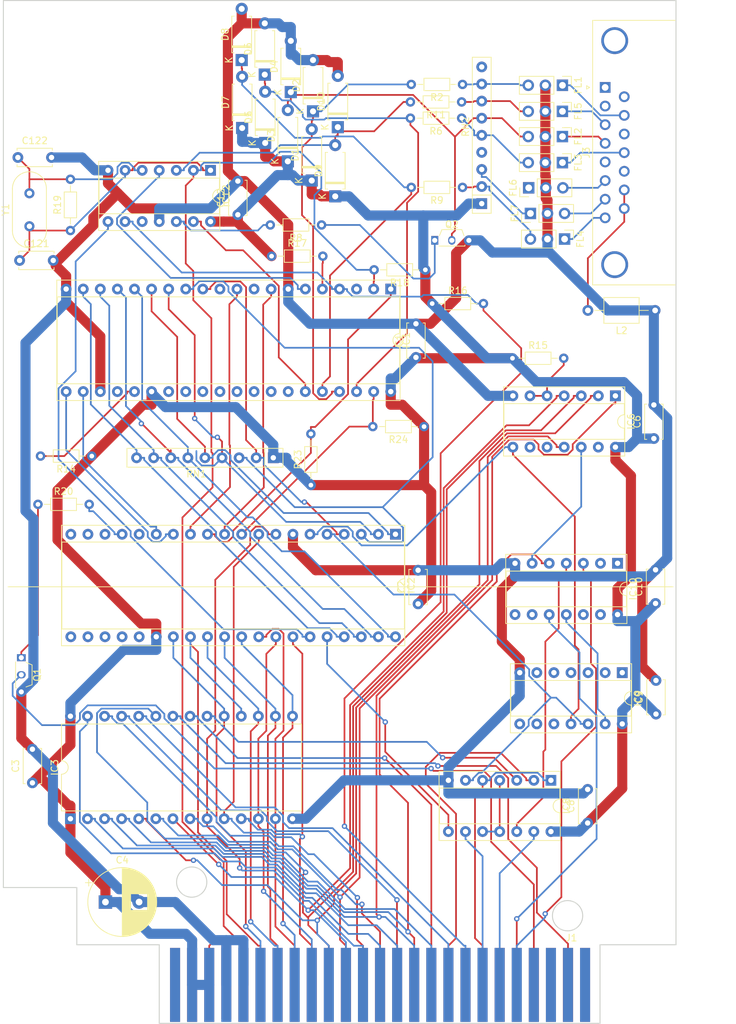
<source format=kicad_pcb>
(kicad_pcb (version 20171130) (host pcbnew "(5.1.5)-3")
  (layers (0 F.Cu signal) (31 B.Cu signal) (34 B.Paste user) (35 F.Paste user) (36 B.SilkS user) (37 F.SilkS user) (38 B.Mask user) (39 F.Mask user) (44 Edge.Cuts user))
  (net 0 "")
  (net 1 A6)
  (net 2 A2)
  (net 3 A4)
  (net 4 5V)
  (net 5 GND)
  (net 6 A5)
  (net 7 A3)
  (net 8 A7)
  (net 9 CLK)
  (net 10 BUSDIR)
  (net 11 "Net-(C121-Pad1)")
  (net 12 "Net-(C122-Pad1)")
  (net 13 "Net-(D1-Pad2)")
  (net 14 VHD4PULLUP)
  (net 15 "Net-(D5-Pad2)")
  (net 16 "Net-(D7-Pad2)")
  (net 17 "Net-(D10-Pad1)")
  (net 18 VHD10PULLUP)
  (net 19 VHD10)
  (net 20 VHD4)
  (net 21 VHD12PULLUP)
  (net 22 VHD12)
  (net 23 VHD8PULLUP)
  (net 24 VHD8)
  (net 25 VHD3PULLUP)
  (net 26 VHD3)
  (net 27 "Net-(FL6-Pad3)")
  (net 28 "Net-(FL7-Pad3)")
  (net 29 VHD7)
  (net 30 T1_PC7)
  (net 31 "Net-(IC1-Pad19)")
  (net 32 "Net-(IC1-Pad18)")
  (net 33 "Net-(IC1-Pad17)")
  (net 34 "Net-(IC1-Pad16)")
  (net 35 "Net-(IC1-Pad35)")
  (net 36 "Net-(IC1-Pad15)")
  (net 37 "Net-(IC1-Pad14)")
  (net 38 "Net-(IC1-Pad13)")
  (net 39 "Net-(IC1-Pad12)")
  (net 40 WR_PC4)
  (net 41 RD_PC6)
  (net 42 "Net-(IC1-Pad6)")
  (net 43 "Net-(IC1-Pad25)")
  (net 44 "Net-(IC1-Pad5)")
  (net 45 P2.1_PC1)
  (net 46 P2.0_PC0)
  (net 47 T0_PC5)
  (net 48 "Net-(IC2-Pad17)")
  (net 49 "Net-(IC2-Pad36)")
  (net 50 "Net-(IC12-Pad8)")
  (net 51 "Net-(IC2-Pad6)")
  (net 52 "Net-(IC2-Pad5)")
  (net 53 "Net-(IC3-Pad20)")
  (net 54 "Net-(IC6-Pad5)")
  (net 55 "Net-(IC10-Pad6)")
  (net 56 IOE_)
  (net 57 "Net-(IC10-Pad4)")
  (net 58 RD_)
  (net 59 "Net-(IC8-Pad10)")
  (net 60 WR_)
  (net 61 "Net-(IC10-Pad11)")
  (net 62 LIR_)
  (net 63 "Net-(IC12-Pad12)")
  (net 64 "Net-(J1-Pad44)")
  (net 65 "Net-(J3-Pad14)")
  (net 66 "Net-(Q1-Pad1)")
  (net 67 "Net-(Q2-Pad1)")
  (net 68 RESET_)
  (net 69 D0)
  (net 70 D1)
  (net 71 D2)
  (net 72 D3)
  (net 73 D4)
  (net 74 D5)
  (net 75 A0)
  (net 76 D6)
  (net 77 A1)
  (net 78 D7)
  (net 79 A14)
  (net 80 A13)
  (net 81 A8)
  (net 82 A9)
  (net 83 A11)
  (net 84 SLOT_)
  (net 85 A10)
  (net 86 A12)
  (net 87 A15)
  (net 88 INT01_)
  (module Package_DIP:DIP-40_W15.24mm_Socket (layer F.Cu) (at 128.588 60.579 270)
    (fp_text reference IC1 (at 7.62 -2.33 90) (layer F.SilkS))
    (fp_text value 80C49C)
    (pad 40 thru_hole oval (at 15.24 0 270) (size 1.6 1.6) (drill 0.8) (layers *.Cu *.Mask) (net 4 5V))
    (pad 20 thru_hole oval (at 0 48.26 270) (size 1.6 1.6) (drill 0.8) (layers *.Cu *.Mask) (net 5 GND))
    (pad 39 thru_hole oval (at 15.24 2.54 270) (size 1.6 1.6) (drill 0.8) (layers *.Cu *.Mask) (net 30 T1_PC7))
    (pad 19 thru_hole oval (at 0 45.72 270) (size 1.6 1.6) (drill 0.8) (layers *.Cu *.Mask) (net 31 "Net-(IC1-Pad19)"))
    (pad 38 thru_hole oval (at 15.24 5.08 270) (size 1.6 1.6) (drill 0.8) (layers *.Cu *.Mask) (net 15 "Net-(D5-Pad2)"))
    (pad 18 thru_hole oval (at 0 43.18 270) (size 1.6 1.6) (drill 0.8) (layers *.Cu *.Mask) (net 32 "Net-(IC1-Pad18)"))
    (pad 37 thru_hole oval (at 15.24 7.62 270) (size 1.6 1.6) (drill 0.8) (layers *.Cu *.Mask) (net 13 "Net-(D1-Pad2)"))
    (pad 17 thru_hole oval (at 0 40.64 270) (size 1.6 1.6) (drill 0.8) (layers *.Cu *.Mask) (net 33 "Net-(IC1-Pad17)"))
    (pad 36 thru_hole oval (at 15.24 10.16 270) (size 1.6 1.6) (drill 0.8) (layers *.Cu *.Mask) (net 16 "Net-(D7-Pad2)"))
    (pad 16 thru_hole oval (at 0 38.1 270) (size 1.6 1.6) (drill 0.8) (layers *.Cu *.Mask) (net 34 "Net-(IC1-Pad16)"))
    (pad 35 thru_hole oval (at 15.24 12.7 270) (size 1.6 1.6) (drill 0.8) (layers *.Cu *.Mask) (net 35 "Net-(IC1-Pad35)"))
    (pad 15 thru_hole oval (at 0 35.56 270) (size 1.6 1.6) (drill 0.8) (layers *.Cu *.Mask) (net 36 "Net-(IC1-Pad15)"))
    (pad 34 thru_hole oval (at 15.24 15.24 270) (size 1.6 1.6) (drill 0.8) (layers *.Cu *.Mask))
    (pad 14 thru_hole oval (at 0 33.02 270) (size 1.6 1.6) (drill 0.8) (layers *.Cu *.Mask) (net 37 "Net-(IC1-Pad14)"))
    (pad 33 thru_hole oval (at 15.24 17.78 270) (size 1.6 1.6) (drill 0.8) (layers *.Cu *.Mask))
    (pad 13 thru_hole oval (at 0 30.48 270) (size 1.6 1.6) (drill 0.8) (layers *.Cu *.Mask) (net 38 "Net-(IC1-Pad13)"))
    (pad 32 thru_hole oval (at 15.24 20.32 270) (size 1.6 1.6) (drill 0.8) (layers *.Cu *.Mask))
    (pad 12 thru_hole oval (at 0 27.94 270) (size 1.6 1.6) (drill 0.8) (layers *.Cu *.Mask) (net 39 "Net-(IC1-Pad12)"))
    (pad 31 thru_hole oval (at 15.24 22.86 270) (size 1.6 1.6) (drill 0.8) (layers *.Cu *.Mask))
    (pad 11 thru_hole oval (at 0 25.4 270) (size 1.6 1.6) (drill 0.8) (layers *.Cu *.Mask))
    (pad 30 thru_hole oval (at 15.24 25.4 270) (size 1.6 1.6) (drill 0.8) (layers *.Cu *.Mask))
    (pad 10 thru_hole oval (at 0 22.86 270) (size 1.6 1.6) (drill 0.8) (layers *.Cu *.Mask) (net 40 WR_PC4))
    (pad 29 thru_hole oval (at 15.24 27.94 270) (size 1.6 1.6) (drill 0.8) (layers *.Cu *.Mask))
    (pad 9 thru_hole oval (at 0 20.32 270) (size 1.6 1.6) (drill 0.8) (layers *.Cu *.Mask))
    (pad 28 thru_hole oval (at 15.24 30.48 270) (size 1.6 1.6) (drill 0.8) (layers *.Cu *.Mask))
    (pad 8 thru_hole oval (at 0 17.78 270) (size 1.6 1.6) (drill 0.8) (layers *.Cu *.Mask) (net 41 RD_PC6))
    (pad 27 thru_hole oval (at 15.24 33.02 270) (size 1.6 1.6) (drill 0.8) (layers *.Cu *.Mask))
    (pad 7 thru_hole oval (at 0 15.24 270) (size 1.6 1.6) (drill 0.8) (layers *.Cu *.Mask) (net 5 GND))
    (pad 26 thru_hole oval (at 15.24 35.56 270) (size 1.6 1.6) (drill 0.8) (layers *.Cu *.Mask) (net 4 5V))
    (pad 6 thru_hole oval (at 0 12.7 270) (size 1.6 1.6) (drill 0.8) (layers *.Cu *.Mask) (net 42 "Net-(IC1-Pad6)"))
    (pad 25 thru_hole oval (at 15.24 38.1 270) (size 1.6 1.6) (drill 0.8) (layers *.Cu *.Mask) (net 43 "Net-(IC1-Pad25)"))
    (pad 5 thru_hole oval (at 0 10.16 270) (size 1.6 1.6) (drill 0.8) (layers *.Cu *.Mask) (net 44 "Net-(IC1-Pad5)"))
    (pad 24 thru_hole oval (at 15.24 40.64 270) (size 1.6 1.6) (drill 0.8) (layers *.Cu *.Mask))
    (pad 4 thru_hole oval (at 0 7.62 270) (size 1.6 1.6) (drill 0.8) (layers *.Cu *.Mask) (net 68 RESET_))
    (pad 23 thru_hole oval (at 15.24 43.18 270) (size 1.6 1.6) (drill 0.8) (layers *.Cu *.Mask) (net 5 GND))
    (pad 3 thru_hole oval (at 0 5.08 270) (size 1.6 1.6) (drill 0.8) (layers *.Cu *.Mask))
    (pad 22 thru_hole oval (at 15.24 45.72 270) (size 1.6 1.6) (drill 0.8) (layers *.Cu *.Mask) (net 45 P2.1_PC1))
    (pad 2 thru_hole oval (at 0 2.54 270) (size 1.6 1.6) (drill 0.8) (layers *.Cu *.Mask) (net 9 CLK))
    (pad 21 thru_hole oval (at 15.24 48.26 270) (size 1.6 1.6) (drill 0.8) (layers *.Cu *.Mask) (net 46 P2.0_PC0))
    (pad 1 thru_hole rect (at 0 0 270) (size 1.6 1.6) (drill 0.8) (layers *.Cu *.Mask) (net 47 T0_PC5))
  )
  (module Crystal:Crystal_HC18-U_Vertical (layer F.Cu) (at 74.8665 51.2445 90)
    (fp_text reference Y1 (at 2.45 -3.525 90) (layer F.SilkS))
    (fp_text value 6Mhz)
    (pad 2 thru_hole circle (at 4.9 0 90) (size 1.5 1.5) (drill 0.8) (layers *.Cu *.Mask) (net 12 "Net-(C122-Pad1)"))
    (pad 1 thru_hole circle (at 0 0 90) (size 1.5 1.5) (drill 0.8) (layers *.Cu *.Mask) (net 11 "Net-(C121-Pad1)"))
  )
  (module Resistor_THT:R_Array_SIP9 (layer F.Cu) (at 142.113 47.879 90)
    (fp_text reference RN2 (at 11.43 -2.4 90) (layer F.SilkS))
    (fp_text value 8x4K7)
    (pad 9 thru_hole oval (at 20.32 0 90) (size 1.6 1.6) (drill 0.8) (layers *.Cu *.Mask))
    (pad 8 thru_hole oval (at 17.78 0 90) (size 1.6 1.6) (drill 0.8) (layers *.Cu *.Mask) (net 18 VHD10PULLUP))
    (pad 7 thru_hole oval (at 15.24 0 90) (size 1.6 1.6) (drill 0.8) (layers *.Cu *.Mask) (net 25 VHD3PULLUP))
    (pad 6 thru_hole oval (at 12.7 0 90) (size 1.6 1.6) (drill 0.8) (layers *.Cu *.Mask) (net 14 VHD4PULLUP))
    (pad 5 thru_hole oval (at 10.16 0 90) (size 1.6 1.6) (drill 0.8) (layers *.Cu *.Mask) (net 21 VHD12PULLUP))
    (pad 4 thru_hole oval (at 7.62 0 90) (size 1.6 1.6) (drill 0.8) (layers *.Cu *.Mask))
    (pad 3 thru_hole oval (at 5.08 0 90) (size 1.6 1.6) (drill 0.8) (layers *.Cu *.Mask) (net 29 VHD7))
    (pad 2 thru_hole oval (at 2.54 0 90) (size 1.6 1.6) (drill 0.8) (layers *.Cu *.Mask) (net 23 VHD8PULLUP))
    (pad 1 thru_hole rect (at 0 0 90) (size 1.6 1.6) (drill 0.8) (layers *.Cu *.Mask) (net 4 5V))
  )
  (module Resistor_THT:R_Array_SIP9 (layer F.Cu) (at 111.125 85.6615 180)
    (fp_text reference RN1 (at 11.43 -2.4) (layer F.SilkS))
    (fp_text value 8x10K)
    (pad 9 thru_hole oval (at 20.32 0 180) (size 1.6 1.6) (drill 0.8) (layers *.Cu *.Mask) (net 31 "Net-(IC1-Pad19)"))
    (pad 8 thru_hole oval (at 17.78 0 180) (size 1.6 1.6) (drill 0.8) (layers *.Cu *.Mask) (net 32 "Net-(IC1-Pad18)"))
    (pad 7 thru_hole oval (at 15.24 0 180) (size 1.6 1.6) (drill 0.8) (layers *.Cu *.Mask) (net 33 "Net-(IC1-Pad17)"))
    (pad 6 thru_hole oval (at 12.7 0 180) (size 1.6 1.6) (drill 0.8) (layers *.Cu *.Mask) (net 34 "Net-(IC1-Pad16)"))
    (pad 5 thru_hole oval (at 10.16 0 180) (size 1.6 1.6) (drill 0.8) (layers *.Cu *.Mask) (net 36 "Net-(IC1-Pad15)"))
    (pad 4 thru_hole oval (at 7.62 0 180) (size 1.6 1.6) (drill 0.8) (layers *.Cu *.Mask) (net 37 "Net-(IC1-Pad14)"))
    (pad 3 thru_hole oval (at 5.08 0 180) (size 1.6 1.6) (drill 0.8) (layers *.Cu *.Mask) (net 38 "Net-(IC1-Pad13)"))
    (pad 2 thru_hole oval (at 2.54 0 180) (size 1.6 1.6) (drill 0.8) (layers *.Cu *.Mask) (net 39 "Net-(IC1-Pad12)"))
    (pad 1 thru_hole rect (at 0 0 180) (size 1.6 1.6) (drill 0.8) (layers *.Cu *.Mask) (net 4 5V))
  )
  (module Resistor_THT:R_Axial_DIN0204_L3.6mm_D1.6mm_P7.62mm_Horizontal (layer F.Cu) (at 133.54 81.026 180)
    (fp_text reference R24 (at 3.81 -1.92) (layer F.SilkS))
    (fp_text value 10K)
    (pad 2 thru_hole oval (at 7.62 0 180) (size 1.4 1.4) (drill 0.7) (layers *.Cu *.Mask) (net 30 T1_PC7))
    (pad 1 thru_hole circle (at 0 0 180) (size 1.4 1.4) (drill 0.7) (layers *.Cu *.Mask) (net 4 5V))
  )
  (module Resistor_THT:R_Axial_DIN0204_L3.6mm_D1.6mm_P7.62mm_Horizontal (layer F.Cu) (at 116.713 89.7255 90)
    (fp_text reference R23 (at 3.81 -1.92 90) (layer F.SilkS))
    (fp_text value 10K)
    (pad 2 thru_hole oval (at 7.62 0 90) (size 1.4 1.4) (drill 0.7) (layers *.Cu *.Mask) (net 47 T0_PC5))
    (pad 1 thru_hole circle (at 0 0 90) (size 1.4 1.4) (drill 0.7) (layers *.Cu *.Mask) (net 4 5V))
  )
  (module Resistor_THT:R_Axial_DIN0204_L3.6mm_D1.6mm_P7.62mm_Horizontal (layer F.Cu) (at 76.1365 92.583)
    (fp_text reference R20 (at 3.81 -1.92) (layer F.SilkS))
    (fp_text value 10K)
    (pad 2 thru_hole oval (at 7.62 0) (size 1.4 1.4) (drill 0.7) (layers *.Cu *.Mask) (net 48 "Net-(IC2-Pad17)"))
    (pad 1 thru_hole circle (at 0 0) (size 1.4 1.4) (drill 0.7) (layers *.Cu *.Mask) (net 66 "Net-(Q1-Pad1)"))
  )
  (module Resistor_THT:R_Axial_DIN0204_L3.6mm_D1.6mm_P7.62mm_Horizontal (layer F.Cu) (at 80.9625 51.8795 90)
    (fp_text reference R19 (at 3.81 -1.92 90) (layer F.SilkS))
    (fp_text value 1M)
    (pad 2 thru_hole oval (at 7.62 0 90) (size 1.4 1.4) (drill 0.7) (layers *.Cu *.Mask) (net 12 "Net-(C122-Pad1)"))
    (pad 1 thru_hole circle (at 0 0 90) (size 1.4 1.4) (drill 0.7) (layers *.Cu *.Mask) (net 11 "Net-(C121-Pad1)"))
  )
  (module Resistor_THT:R_Axial_DIN0204_L3.6mm_D1.6mm_P7.62mm_Horizontal (layer F.Cu) (at 133.731 57.7215 180)
    (fp_text reference R18 (at 3.81 -1.92) (layer F.SilkS))
    (fp_text value 2K2)
    (pad 2 thru_hole oval (at 7.62 0 180) (size 1.4 1.4) (drill 0.7) (layers *.Cu *.Mask) (net 9 CLK))
    (pad 1 thru_hole circle (at 0 0 180) (size 1.4 1.4) (drill 0.7) (layers *.Cu *.Mask) (net 4 5V))
  )
  (module Resistor_THT:R_Axial_DIN0204_L3.6mm_D1.6mm_P7.62mm_Horizontal (layer F.Cu) (at 110.871 55.6895)
    (fp_text reference R17 (at 3.81 -1.92) (layer F.SilkS))
    (fp_text value 10K)
    (pad 2 thru_hole oval (at 7.62 0) (size 1.4 1.4) (drill 0.7) (layers *.Cu *.Mask) (net 44 "Net-(IC1-Pad5)"))
    (pad 1 thru_hole circle (at 0 0) (size 1.4 1.4) (drill 0.7) (layers *.Cu *.Mask) (net 4 5V))
  )
  (module Resistor_THT:R_Axial_DIN0204_L3.6mm_D1.6mm_P7.62mm_Horizontal (layer F.Cu) (at 134.747 62.738)
    (fp_text reference R16 (at 3.81 -1.92) (layer F.SilkS))
    (fp_text value 47K)
    (pad 2 thru_hole oval (at 7.62 0) (size 1.4 1.4) (drill 0.7) (layers *.Cu *.Mask) (net 68 RESET_))
    (pad 1 thru_hole circle (at 0 0) (size 1.4 1.4) (drill 0.7) (layers *.Cu *.Mask) (net 4 5V))
  )
  (module Resistor_THT:R_Axial_DIN0204_L3.6mm_D1.6mm_P7.62mm_Horizontal (layer F.Cu) (at 146.685 70.866)
    (fp_text reference R15 (at 3.81 -1.92) (layer F.SilkS))
    (fp_text value 10K)
    (pad 2 thru_hole oval (at 7.62 0) (size 1.4 1.4) (drill 0.7) (layers *.Cu *.Mask) (net 54 "Net-(IC6-Pad5)"))
    (pad 1 thru_hole circle (at 0 0) (size 1.4 1.4) (drill 0.7) (layers *.Cu *.Mask) (net 4 5V))
  )
  (module Resistor_THT:R_Axial_DIN0204_L3.6mm_D1.6mm_P7.62mm_Horizontal (layer F.Cu) (at 84.1375 85.4075 180)
    (fp_text reference R14 (at 3.81 -1.92) (layer F.SilkS))
    (fp_text value 10K)
    (pad 2 thru_hole oval (at 7.62 0 180) (size 1.4 1.4) (drill 0.7) (layers *.Cu *.Mask) (net 43 "Net-(IC1-Pad25)"))
    (pad 1 thru_hole circle (at 0 0 180) (size 1.4 1.4) (drill 0.7) (layers *.Cu *.Mask) (net 4 5V))
  )
  (module Resistor_THT:R_Axial_DIN0204_L3.6mm_D1.6mm_P7.62mm_Horizontal (layer F.Cu) (at 139.128 32.766 180)
    (fp_text reference R11 (at 3.81 -1.92) (layer F.SilkS))
    (fp_text value 220R)
    (pad 2 thru_hole oval (at 7.62 0 180) (size 1.4 1.4) (drill 0.7) (layers *.Cu *.Mask) (net 17 "Net-(D10-Pad1)"))
    (pad 1 thru_hole circle (at 0 0 180) (size 1.4 1.4) (drill 0.7) (layers *.Cu *.Mask) (net 25 VHD3PULLUP))
  )
  (module Resistor_THT:R_Axial_DIN0204_L3.6mm_D1.6mm_P7.62mm_Horizontal (layer F.Cu) (at 139.256 45.466 180)
    (fp_text reference R9 (at 3.81 -1.92) (layer F.SilkS))
    (fp_text value 220R)
    (pad 2 thru_hole oval (at 7.62 0 180) (size 1.4 1.4) (drill 0.7) (layers *.Cu *.Mask) (net 16 "Net-(D7-Pad2)"))
    (pad 1 thru_hole circle (at 0 0 180) (size 1.4 1.4) (drill 0.7) (layers *.Cu *.Mask) (net 23 VHD8PULLUP))
  )
  (module Resistor_THT:R_Axial_DIN0204_L3.6mm_D1.6mm_P7.62mm_Horizontal (layer F.Cu) (at 118.3 51.054 180)
    (fp_text reference R8 (at 3.81 -1.92) (layer F.SilkS))
    (fp_text value 10K)
    (pad 2 thru_hole oval (at 7.62 0 180) (size 1.4 1.4) (drill 0.7) (layers *.Cu *.Mask) (net 63 "Net-(IC12-Pad12)"))
    (pad 1 thru_hole circle (at 0 0 180) (size 1.4 1.4) (drill 0.7) (layers *.Cu *.Mask) (net 67 "Net-(Q2-Pad1)"))
  )
  (module Resistor_THT:R_Axial_DIN0204_L3.6mm_D1.6mm_P7.62mm_Horizontal (layer F.Cu) (at 139.128 35.179 180)
    (fp_text reference R6 (at 3.81 -1.92) (layer F.SilkS))
    (fp_text value 220R)
    (pad 2 thru_hole oval (at 7.62 0 180) (size 1.4 1.4) (drill 0.7) (layers *.Cu *.Mask) (net 15 "Net-(D5-Pad2)"))
    (pad 1 thru_hole circle (at 0 0 180) (size 1.4 1.4) (drill 0.7) (layers *.Cu *.Mask) (net 21 VHD12PULLUP))
  )
  (module Resistor_THT:R_Axial_DIN0204_L3.6mm_D1.6mm_P7.62mm_Horizontal (layer F.Cu) (at 139.256 30.1625 180)
    (fp_text reference R2 (at 3.81 -1.92) (layer F.SilkS))
    (fp_text value 220R)
    (pad 2 thru_hole oval (at 7.62 0 180) (size 1.4 1.4) (drill 0.7) (layers *.Cu *.Mask) (net 13 "Net-(D1-Pad2)"))
    (pad 1 thru_hole circle (at 0 0 180) (size 1.4 1.4) (drill 0.7) (layers *.Cu *.Mask) (net 18 VHD10PULLUP))
  )
  (module Package_TO_SOT_THT:TO-92S_Wide (layer F.Cu) (at 135.128 53.34)
    (fp_text reference Q2 (at 2.54 -2.35) (layer F.SilkS))
    (fp_text value "NPN (D637)")
    (pad 1 thru_hole rect (at 0 0 180) (size 1.05 1.3) (drill 0.75) (layers *.Cu *.Mask) (net 67 "Net-(Q2-Pad1)"))
    (pad 3 thru_hole oval (at 5.08 0 180) (size 1.05 1.3) (drill 0.75) (layers *.Cu *.Mask) (net 5 GND))
    (pad 2 thru_hole oval (at 2.54 0 180) (size 1.05 1.3) (drill 0.75) (layers *.Cu *.Mask) (net 14 VHD4PULLUP))
  )
  (module Package_TO_SOT_THT:TO-92S_Wide (layer F.Cu) (at 73.66 115.38 270)
    (fp_text reference Q1 (at 2.54 -2.35 90) (layer F.SilkS))
    (fp_text value "NPN (D637)")
    (pad 1 thru_hole rect (at 0 0 90) (size 1.05 1.3) (drill 0.75) (layers *.Cu *.Mask) (net 66 "Net-(Q1-Pad1)"))
    (pad 3 thru_hole oval (at 5.08 0 90) (size 1.05 1.3) (drill 0.75) (layers *.Cu *.Mask) (net 5 GND))
    (pad 2 thru_hole oval (at 2.54 0 90) (size 1.05 1.3) (drill 0.75) (layers *.Cu *.Mask) (net 88 INT01_))
  )
  (module Inductor_THT:L_Axial_L5.0mm_D3.6mm_P10.00mm_Horizontal_Murata_BL01RN1A2A2 (layer F.Cu) (at 167.894 63.754 180)
    (fp_text reference L2 (at 5 -3) (layer F.SilkS))
    (fp_text value L)
    (pad 2 thru_hole oval (at 10 0 180) (size 1.6 1.6) (drill 0.85) (layers *.Cu *.Mask) (net 65 "Net-(J3-Pad14)"))
    (pad 1 thru_hole circle (at 0 0 180) (size 1.6 1.6) (drill 0.85) (layers *.Cu *.Mask) (net 5 GND))
  )
  (module Connector_Dsub:DSUB-15_Female_Horizontal_P2.77x2.84mm_EdgePinOffset7.70mm_Housed_MountingHolesOffset9.12mm (layer F.Cu) (at 160.464 30.607 90)
    (fp_text reference J3 (at -9.695 -2.8 90) (layer F.SilkS))
    (fp_text value DB15_Female)
    (pad 0 thru_hole circle (at 6.955 1.42 90) (size 4 4) (drill 3.2) (layers *.Cu *.Mask))
    (pad 0 thru_hole circle (at -26.345 1.42 90) (size 4 4) (drill 3.2) (layers *.Cu *.Mask))
    (pad 15 thru_hole circle (at -18.005 2.84 90) (size 1.6 1.6) (drill 1) (layers *.Cu *.Mask) (net 65 "Net-(J3-Pad14)"))
    (pad 14 thru_hole circle (at -15.235 2.84 90) (size 1.6 1.6) (drill 1) (layers *.Cu *.Mask) (net 65 "Net-(J3-Pad14)"))
    (pad 13 thru_hole circle (at -12.465 2.84 90) (size 1.6 1.6) (drill 1) (layers *.Cu *.Mask))
    (pad 12 thru_hole circle (at -9.695 2.84 90) (size 1.6 1.6) (drill 1) (layers *.Cu *.Mask) (net 22 VHD12))
    (pad 11 thru_hole circle (at -6.925 2.84 90) (size 1.6 1.6) (drill 1) (layers *.Cu *.Mask))
    (pad 10 thru_hole circle (at -4.155 2.84 90) (size 1.6 1.6) (drill 1) (layers *.Cu *.Mask) (net 19 VHD10))
    (pad 9 thru_hole circle (at -1.385 2.84 90) (size 1.6 1.6) (drill 1) (layers *.Cu *.Mask))
    (pad 8 thru_hole circle (at -19.39 0 90) (size 1.6 1.6) (drill 1) (layers *.Cu *.Mask) (net 24 VHD8))
    (pad 7 thru_hole circle (at -16.62 0 90) (size 1.6 1.6) (drill 1) (layers *.Cu *.Mask) (net 28 "Net-(FL7-Pad3)"))
    (pad 6 thru_hole circle (at -13.85 0 90) (size 1.6 1.6) (drill 1) (layers *.Cu *.Mask) (net 27 "Net-(FL6-Pad3)"))
    (pad 5 thru_hole circle (at -11.08 0 90) (size 1.6 1.6) (drill 1) (layers *.Cu *.Mask))
    (pad 4 thru_hole circle (at -8.31 0 90) (size 1.6 1.6) (drill 1) (layers *.Cu *.Mask) (net 20 VHD4))
    (pad 3 thru_hole circle (at -5.54 0 90) (size 1.6 1.6) (drill 1) (layers *.Cu *.Mask) (net 26 VHD3))
    (pad 2 thru_hole circle (at -2.77 0 90) (size 1.6 1.6) (drill 1) (layers *.Cu *.Mask))
    (pad 1 thru_hole rect (at 0 0 90) (size 1.6 1.6) (drill 1) (layers *.Cu *.Mask))
  )
  (module "msx cartridge:msx_cartridge" (layer F.Cu) (at 127 164.148)
    (fp_text reference J1 (at 28.448 -7.112) (layer F.SilkS))
    (fp_text value Conn_02x25_Odd_Even)
    (pad 8 connect rect (at 22.86 -0.127) (size 1.5 11) (layers F.Cu F.Mask) (net 88 INT01_))
    (pad 6 connect rect (at 25.4 -0.127) (size 1.5 11) (layers F.Cu F.Mask))
    (pad 4 connect rect (at 27.94 -0.127) (size 1.5 11) (layers F.Cu F.Mask) (net 84 SLOT_))
    (pad 2 connect rect (at 30.48 -0.127) (size 1.5 11) (layers F.Cu F.Mask))
    (pad 10 connect rect (at 20.32 -0.127) (size 1.5 11) (layers F.Cu F.Mask) (net 10 BUSDIR))
    (pad 12 connect rect (at 17.78 -0.127) (size 1.5 11) (layers F.Cu F.Mask))
    (pad 14 connect rect (at 15.24 -0.127) (size 1.5 11) (layers F.Cu F.Mask) (net 58 RD_))
    (pad 16 connect rect (at 12.7 -0.127) (size 1.5 11) (layers F.Cu F.Mask))
    (pad 18 connect rect (at 10.16 -0.127) (size 1.5 11) (layers F.Cu F.Mask) (net 87 A15))
    (pad 20 connect rect (at 7.62 -0.127) (size 1.5 11) (layers F.Cu F.Mask) (net 85 A10))
    (pad 22 connect rect (at 5.08 -0.127) (size 1.5 11) (layers F.Cu F.Mask) (net 1 A6))
    (pad 24 connect rect (at 2.54 -0.127) (size 1.5 11) (layers F.Cu F.Mask) (net 81 A8))
    (pad 26 connect rect (at 0 -0.127) (size 1.5 11) (layers F.Cu F.Mask) (net 80 A13))
    (pad 28 connect rect (at -2.54 -0.127) (size 1.5 11) (layers F.Cu F.Mask) (net 75 A0))
    (pad 30 connect rect (at -5.08 -0.127) (size 1.5 11) (layers F.Cu F.Mask) (net 2 A2))
    (pad 32 connect rect (at -7.62 -0.127) (size 1.5 11) (layers F.Cu F.Mask) (net 3 A4))
    (pad 34 connect rect (at -10.16 -0.127) (size 1.5 11) (layers F.Cu F.Mask) (net 69 D0))
    (pad 36 connect rect (at -12.7 -0.127) (size 1.5 11) (layers F.Cu F.Mask) (net 71 D2))
    (pad 38 connect rect (at -15.24 -0.127) (size 1.5 11) (layers F.Cu F.Mask) (net 73 D4))
    (pad 40 connect rect (at -17.78 -0.127) (size 1.5 11) (layers F.Cu F.Mask) (net 76 D6))
    (pad 42 connect rect (at -20.32 -0.127) (size 1.5 11) (layers F.Cu F.Mask) (net 9 CLK))
    (pad 44 connect rect (at -22.86 -0.52324) (size 1.5 11) (layers F.Cu F.Mask) (net 64 "Net-(J1-Pad44)"))
    (pad 46 connect rect (at -25.4 -0.127) (size 1.5 11) (layers F.Cu F.Mask) (net 64 "Net-(J1-Pad44)"))
    (pad 48 connect rect (at -27.94 -0.127) (size 1.5 11) (layers F.Cu F.Mask))
    (pad 50 connect rect (at -30.48 -0.127) (size 1.5 11) (layers F.Cu F.Mask))
    (pad 49 connect rect (at -30.48 -0.127) (size 1.5 11) (layers B.Cu B.Mask))
    (pad 47 connect rect (at -27.94 -0.127) (size 1.5 11) (layers B.Cu B.Mask) (net 4 5V))
    (pad 45 connect rect (at -25.4 -0.127) (size 1.5 11) (layers B.Cu B.Mask) (net 4 5V))
    (pad 43 connect rect (at -22.86 -0.127) (size 1.5 11) (layers B.Cu B.Mask) (net 5 GND))
    (pad 41 connect rect (at -20.32 -0.127) (size 1.5 11) (layers B.Cu B.Mask) (net 5 GND))
    (pad 39 connect rect (at -17.78 -0.127) (size 1.5 11) (layers B.Cu B.Mask) (net 78 D7))
    (pad 37 connect rect (at -15.24 -0.127) (size 1.5 11) (layers B.Cu B.Mask) (net 74 D5))
    (pad 35 connect rect (at -12.7 -0.127) (size 1.5 11) (layers B.Cu B.Mask) (net 72 D3))
    (pad 33 connect rect (at -10.16 -0.127) (size 1.5 11) (layers B.Cu B.Mask) (net 70 D1))
    (pad 31 connect rect (at -7.62 -0.127) (size 1.5 11) (layers B.Cu B.Mask) (net 6 A5))
    (pad 29 connect rect (at -5.08 -0.127) (size 1.5 11) (layers B.Cu B.Mask) (net 7 A3))
    (pad 27 connect rect (at -2.54 -0.127) (size 1.5 11) (layers B.Cu B.Mask) (net 77 A1))
    (pad 25 connect rect (at 0 -0.127) (size 1.5 11) (layers B.Cu B.Mask) (net 79 A14))
    (pad 23 connect rect (at 2.54 -0.127) (size 1.5 11) (layers B.Cu B.Mask) (net 86 A12))
    (pad 21 connect rect (at 5.08 -0.127) (size 1.5 11) (layers B.Cu B.Mask) (net 8 A7))
    (pad 19 connect rect (at 7.62 -0.127) (size 1.5 11) (layers B.Cu B.Mask) (net 83 A11))
    (pad 17 connect rect (at 10.16 -0.127) (size 1.5 11) (layers B.Cu B.Mask) (net 82 A9))
    (pad 15 connect rect (at 12.7 -0.127) (size 1.5 11) (layers B.Cu B.Mask) (net 68 RESET_))
    (pad 13 connect rect (at 15.24 -0.127) (size 1.5 11) (layers B.Cu B.Mask) (net 60 WR_))
    (pad 11 connect rect (at 17.78 -0.127) (size 1.5 11) (layers B.Cu B.Mask) (net 56 IOE_))
    (pad 9 connect rect (at 20.32 -0.127) (size 1.5 11) (layers B.Cu B.Mask) (net 62 LIR_))
    (pad 7 connect rect (at 22.86 -0.127) (size 1.5 11) (layers B.Cu B.Mask))
    (pad 5 connect rect (at 25.4 -0.127) (size 1.5 11) (layers B.Cu B.Mask))
    (pad 3 connect rect (at 27.94 -0.127) (size 1.5 11) (layers B.Cu B.Mask))
    (pad 1 connect rect (at 30.48 -0.127) (size 1.5 11) (layers B.Cu B.Mask))
  )
  (module Package_DIP:DIP-14_W7.62mm_Socket (layer F.Cu) (at 101.79 42.926 270)
    (fp_text reference IC12 (at 3.81 -2.33 90) (layer F.SilkS))
    (fp_text value 74H004P)
    (pad 14 thru_hole oval (at 7.62 0 270) (size 1.6 1.6) (drill 0.8) (layers *.Cu *.Mask) (net 4 5V))
    (pad 7 thru_hole oval (at 0 15.24 270) (size 1.6 1.6) (drill 0.8) (layers *.Cu *.Mask) (net 5 GND))
    (pad 13 thru_hole oval (at 7.62 2.54 270) (size 1.6 1.6) (drill 0.8) (layers *.Cu *.Mask) (net 35 "Net-(IC1-Pad35)"))
    (pad 6 thru_hole oval (at 0 12.7 270) (size 1.6 1.6) (drill 0.8) (layers *.Cu *.Mask) (net 11 "Net-(C121-Pad1)"))
    (pad 12 thru_hole oval (at 7.62 5.08 270) (size 1.6 1.6) (drill 0.8) (layers *.Cu *.Mask) (net 63 "Net-(IC12-Pad12)"))
    (pad 5 thru_hole oval (at 0 10.16 270) (size 1.6 1.6) (drill 0.8) (layers *.Cu *.Mask) (net 12 "Net-(C122-Pad1)"))
    (pad 11 thru_hole oval (at 7.62 7.62 270) (size 1.6 1.6) (drill 0.8) (layers *.Cu *.Mask) (net 5 GND))
    (pad 4 thru_hole oval (at 0 7.62 270) (size 1.6 1.6) (drill 0.8) (layers *.Cu *.Mask) (net 42 "Net-(IC1-Pad6)"))
    (pad 10 thru_hole oval (at 7.62 10.16 270) (size 1.6 1.6) (drill 0.8) (layers *.Cu *.Mask))
    (pad 3 thru_hole oval (at 0 5.08 270) (size 1.6 1.6) (drill 0.8) (layers *.Cu *.Mask) (net 17 "Net-(D10-Pad1)"))
    (pad 9 thru_hole oval (at 7.62 12.7 270) (size 1.6 1.6) (drill 0.8) (layers *.Cu *.Mask) (net 68 RESET_))
    (pad 2 thru_hole oval (at 0 2.54 270) (size 1.6 1.6) (drill 0.8) (layers *.Cu *.Mask) (net 9 CLK))
    (pad 8 thru_hole oval (at 7.62 15.24 270) (size 1.6 1.6) (drill 0.8) (layers *.Cu *.Mask) (net 50 "Net-(IC12-Pad8)"))
    (pad 1 thru_hole rect (at 0 0 270) (size 1.6 1.6) (drill 0.8) (layers *.Cu *.Mask) (net 11 "Net-(C121-Pad1)"))
  )
  (module Package_DIP:DIP-14_W7.62mm_Socket (layer F.Cu) (at 162.306 101.346 270)
    (fp_text reference IC10 (at 3.81 -2.33 90) (layer F.SilkS))
    (fp_text value 74LS04)
    (pad 14 thru_hole oval (at 7.62 0 270) (size 1.6 1.6) (drill 0.8) (layers *.Cu *.Mask) (net 4 5V))
    (pad 7 thru_hole oval (at 0 15.24 270) (size 1.6 1.6) (drill 0.8) (layers *.Cu *.Mask) (net 5 GND))
    (pad 13 thru_hole oval (at 7.62 2.54 270) (size 1.6 1.6) (drill 0.8) (layers *.Cu *.Mask))
    (pad 6 thru_hole oval (at 0 12.7 270) (size 1.6 1.6) (drill 0.8) (layers *.Cu *.Mask) (net 55 "Net-(IC10-Pad6)"))
    (pad 12 thru_hole oval (at 7.62 5.08 270) (size 1.6 1.6) (drill 0.8) (layers *.Cu *.Mask))
    (pad 5 thru_hole oval (at 0 10.16 270) (size 1.6 1.6) (drill 0.8) (layers *.Cu *.Mask) (net 1 A6))
    (pad 11 thru_hole oval (at 7.62 7.62 270) (size 1.6 1.6) (drill 0.8) (layers *.Cu *.Mask) (net 61 "Net-(IC10-Pad11)"))
    (pad 4 thru_hole oval (at 0 7.62 270) (size 1.6 1.6) (drill 0.8) (layers *.Cu *.Mask) (net 57 "Net-(IC10-Pad4)"))
    (pad 10 thru_hole oval (at 7.62 10.16 270) (size 1.6 1.6) (drill 0.8) (layers *.Cu *.Mask) (net 10 BUSDIR))
    (pad 3 thru_hole oval (at 0 5.08 270) (size 1.6 1.6) (drill 0.8) (layers *.Cu *.Mask) (net 62 LIR_))
    (pad 9 thru_hole oval (at 7.62 12.7 270) (size 1.6 1.6) (drill 0.8) (layers *.Cu *.Mask))
    (pad 2 thru_hole oval (at 0 2.54 270) (size 1.6 1.6) (drill 0.8) (layers *.Cu *.Mask))
    (pad 8 thru_hole oval (at 7.62 15.24 270) (size 1.6 1.6) (drill 0.8) (layers *.Cu *.Mask))
    (pad 1 thru_hole rect (at 0 0 270) (size 1.6 1.6) (drill 0.8) (layers *.Cu *.Mask))
  )
  (module Package_DIP:DIP-14_W7.62mm_Socket (layer F.Cu) (at 163.004 117.602 270)
    (fp_text reference IC9 (at 3.81 -2.33 90) (layer F.SilkS))
    (fp_text value 74LS02)
    (pad 14 thru_hole oval (at 7.62 0 270) (size 1.6 1.6) (drill 0.8) (layers *.Cu *.Mask) (net 4 5V))
    (pad 7 thru_hole oval (at 0 15.24 270) (size 1.6 1.6) (drill 0.8) (layers *.Cu *.Mask) (net 5 GND))
    (pad 13 thru_hole oval (at 7.62 2.54 270) (size 1.6 1.6) (drill 0.8) (layers *.Cu *.Mask) (net 61 "Net-(IC10-Pad11)"))
    (pad 6 thru_hole oval (at 0 12.7 270) (size 1.6 1.6) (drill 0.8) (layers *.Cu *.Mask))
    (pad 12 thru_hole oval (at 7.62 5.08 270) (size 1.6 1.6) (drill 0.8) (layers *.Cu *.Mask) (net 52 "Net-(IC2-Pad5)"))
    (pad 5 thru_hole oval (at 0 10.16 270) (size 1.6 1.6) (drill 0.8) (layers *.Cu *.Mask))
    (pad 11 thru_hole oval (at 7.62 7.62 270) (size 1.6 1.6) (drill 0.8) (layers *.Cu *.Mask) (net 51 "Net-(IC2-Pad6)"))
    (pad 4 thru_hole oval (at 0 7.62 270) (size 1.6 1.6) (drill 0.8) (layers *.Cu *.Mask))
    (pad 10 thru_hole oval (at 7.62 10.16 270) (size 1.6 1.6) (drill 0.8) (layers *.Cu *.Mask))
    (pad 3 thru_hole oval (at 0 5.08 270) (size 1.6 1.6) (drill 0.8) (layers *.Cu *.Mask))
    (pad 9 thru_hole oval (at 7.62 12.7 270) (size 1.6 1.6) (drill 0.8) (layers *.Cu *.Mask))
    (pad 2 thru_hole oval (at 0 2.54 270) (size 1.6 1.6) (drill 0.8) (layers *.Cu *.Mask))
    (pad 8 thru_hole oval (at 7.62 15.24 270) (size 1.6 1.6) (drill 0.8) (layers *.Cu *.Mask))
    (pad 1 thru_hole rect (at 0 0 270) (size 1.6 1.6) (drill 0.8) (layers *.Cu *.Mask))
  )
  (module Package_DIP:DIP-14_W7.62mm_Socket (layer F.Cu) (at 152.4 133.604 270)
    (fp_text reference IC8 (at 3.81 -2.33 90) (layer F.SilkS))
    (fp_text value 74LS32)
    (pad 14 thru_hole oval (at 7.62 0 270) (size 1.6 1.6) (drill 0.8) (layers *.Cu *.Mask) (net 4 5V))
    (pad 7 thru_hole oval (at 0 15.24 270) (size 1.6 1.6) (drill 0.8) (layers *.Cu *.Mask) (net 5 GND))
    (pad 13 thru_hole oval (at 7.62 2.54 270) (size 1.6 1.6) (drill 0.8) (layers *.Cu *.Mask) (net 56 IOE_))
    (pad 6 thru_hole oval (at 0 12.7 270) (size 1.6 1.6) (drill 0.8) (layers *.Cu *.Mask) (net 52 "Net-(IC2-Pad5)"))
    (pad 12 thru_hole oval (at 7.62 5.08 270) (size 1.6 1.6) (drill 0.8) (layers *.Cu *.Mask) (net 57 "Net-(IC10-Pad4)"))
    (pad 5 thru_hole oval (at 0 10.16 270) (size 1.6 1.6) (drill 0.8) (layers *.Cu *.Mask) (net 58 RD_))
    (pad 11 thru_hole oval (at 7.62 7.62 270) (size 1.6 1.6) (drill 0.8) (layers *.Cu *.Mask) (net 59 "Net-(IC8-Pad10)"))
    (pad 4 thru_hole oval (at 0 7.62 270) (size 1.6 1.6) (drill 0.8) (layers *.Cu *.Mask) (net 59 "Net-(IC8-Pad10)"))
    (pad 10 thru_hole oval (at 7.62 10.16 270) (size 1.6 1.6) (drill 0.8) (layers *.Cu *.Mask) (net 59 "Net-(IC8-Pad10)"))
    (pad 3 thru_hole oval (at 0 5.08 270) (size 1.6 1.6) (drill 0.8) (layers *.Cu *.Mask) (net 53 "Net-(IC3-Pad20)"))
    (pad 9 thru_hole oval (at 7.62 12.7 270) (size 1.6 1.6) (drill 0.8) (layers *.Cu *.Mask) (net 60 WR_))
    (pad 2 thru_hole oval (at 0 2.54 270) (size 1.6 1.6) (drill 0.8) (layers *.Cu *.Mask) (net 87 A15))
    (pad 8 thru_hole oval (at 7.62 15.24 270) (size 1.6 1.6) (drill 0.8) (layers *.Cu *.Mask) (net 49 "Net-(IC2-Pad36)"))
    (pad 1 thru_hole rect (at 0 0 270) (size 1.6 1.6) (drill 0.8) (layers *.Cu *.Mask) (net 58 RD_))
  )
  (module Package_DIP:DIP-14_W7.62mm_Socket (layer F.Cu) (at 161.988 76.454 270)
    (fp_text reference IC6 (at 3.81 -2.33 90) (layer F.SilkS))
    (fp_text value 74LS30)
    (pad 14 thru_hole oval (at 7.62 0 270) (size 1.6 1.6) (drill 0.8) (layers *.Cu *.Mask) (net 4 5V))
    (pad 7 thru_hole oval (at 0 15.24 270) (size 1.6 1.6) (drill 0.8) (layers *.Cu *.Mask) (net 5 GND))
    (pad 13 thru_hole oval (at 7.62 2.54 270) (size 1.6 1.6) (drill 0.8) (layers *.Cu *.Mask))
    (pad 6 thru_hole oval (at 0 12.7 270) (size 1.6 1.6) (drill 0.8) (layers *.Cu *.Mask) (net 54 "Net-(IC6-Pad5)"))
    (pad 12 thru_hole oval (at 7.62 5.08 270) (size 1.6 1.6) (drill 0.8) (layers *.Cu *.Mask) (net 55 "Net-(IC10-Pad6)"))
    (pad 5 thru_hole oval (at 0 10.16 270) (size 1.6 1.6) (drill 0.8) (layers *.Cu *.Mask) (net 54 "Net-(IC6-Pad5)"))
    (pad 11 thru_hole oval (at 7.62 7.62 270) (size 1.6 1.6) (drill 0.8) (layers *.Cu *.Mask) (net 2 A2))
    (pad 4 thru_hole oval (at 0 7.62 270) (size 1.6 1.6) (drill 0.8) (layers *.Cu *.Mask) (net 7 A3))
    (pad 10 thru_hole oval (at 7.62 10.16 270) (size 1.6 1.6) (drill 0.8) (layers *.Cu *.Mask))
    (pad 3 thru_hole oval (at 0 5.08 270) (size 1.6 1.6) (drill 0.8) (layers *.Cu *.Mask) (net 3 A4))
    (pad 9 thru_hole oval (at 7.62 12.7 270) (size 1.6 1.6) (drill 0.8) (layers *.Cu *.Mask))
    (pad 2 thru_hole oval (at 0 2.54 270) (size 1.6 1.6) (drill 0.8) (layers *.Cu *.Mask) (net 6 A5))
    (pad 8 thru_hole oval (at 7.62 15.24 270) (size 1.6 1.6) (drill 0.8) (layers *.Cu *.Mask) (net 51 "Net-(IC2-Pad6)"))
    (pad 1 thru_hole rect (at 0 0 270) (size 1.6 1.6) (drill 0.8) (layers *.Cu *.Mask) (net 8 A7))
  )
  (module Package_DIP:DIP-28_W15.24mm (layer F.Cu) (at 80.9625 139.319 90)
    (fp_text reference IC3 (at 7.62 -2.33 90) (layer F.SilkS))
    (fp_text value 27C256)
    (pad 28 thru_hole oval (at 15.24 0 90) (size 1.6 1.6) (drill 0.8) (layers *.Cu *.Mask) (net 4 5V))
    (pad 14 thru_hole oval (at 0 33.02 90) (size 1.6 1.6) (drill 0.8) (layers *.Cu *.Mask) (net 5 GND))
    (pad 27 thru_hole oval (at 15.24 2.54 90) (size 1.6 1.6) (drill 0.8) (layers *.Cu *.Mask) (net 79 A14))
    (pad 13 thru_hole oval (at 0 30.48 90) (size 1.6 1.6) (drill 0.8) (layers *.Cu *.Mask) (net 71 D2))
    (pad 26 thru_hole oval (at 15.24 5.08 90) (size 1.6 1.6) (drill 0.8) (layers *.Cu *.Mask) (net 80 A13))
    (pad 12 thru_hole oval (at 0 27.94 90) (size 1.6 1.6) (drill 0.8) (layers *.Cu *.Mask) (net 70 D1))
    (pad 25 thru_hole oval (at 15.24 7.62 90) (size 1.6 1.6) (drill 0.8) (layers *.Cu *.Mask) (net 81 A8))
    (pad 11 thru_hole oval (at 0 25.4 90) (size 1.6 1.6) (drill 0.8) (layers *.Cu *.Mask) (net 69 D0))
    (pad 24 thru_hole oval (at 15.24 10.16 90) (size 1.6 1.6) (drill 0.8) (layers *.Cu *.Mask) (net 82 A9))
    (pad 10 thru_hole oval (at 0 22.86 90) (size 1.6 1.6) (drill 0.8) (layers *.Cu *.Mask) (net 75 A0))
    (pad 23 thru_hole oval (at 15.24 12.7 90) (size 1.6 1.6) (drill 0.8) (layers *.Cu *.Mask) (net 83 A11))
    (pad 9 thru_hole oval (at 0 20.32 90) (size 1.6 1.6) (drill 0.8) (layers *.Cu *.Mask) (net 77 A1))
    (pad 22 thru_hole oval (at 15.24 15.24 90) (size 1.6 1.6) (drill 0.8) (layers *.Cu *.Mask) (net 84 SLOT_))
    (pad 8 thru_hole oval (at 0 17.78 90) (size 1.6 1.6) (drill 0.8) (layers *.Cu *.Mask) (net 2 A2))
    (pad 21 thru_hole oval (at 15.24 17.78 90) (size 1.6 1.6) (drill 0.8) (layers *.Cu *.Mask) (net 85 A10))
    (pad 7 thru_hole oval (at 0 15.24 90) (size 1.6 1.6) (drill 0.8) (layers *.Cu *.Mask) (net 7 A3))
    (pad 20 thru_hole oval (at 15.24 20.32 90) (size 1.6 1.6) (drill 0.8) (layers *.Cu *.Mask) (net 53 "Net-(IC3-Pad20)"))
    (pad 6 thru_hole oval (at 0 12.7 90) (size 1.6 1.6) (drill 0.8) (layers *.Cu *.Mask) (net 3 A4))
    (pad 19 thru_hole oval (at 15.24 22.86 90) (size 1.6 1.6) (drill 0.8) (layers *.Cu *.Mask) (net 78 D7))
    (pad 5 thru_hole oval (at 0 10.16 90) (size 1.6 1.6) (drill 0.8) (layers *.Cu *.Mask) (net 6 A5))
    (pad 18 thru_hole oval (at 15.24 25.4 90) (size 1.6 1.6) (drill 0.8) (layers *.Cu *.Mask) (net 76 D6))
    (pad 4 thru_hole oval (at 0 7.62 90) (size 1.6 1.6) (drill 0.8) (layers *.Cu *.Mask) (net 1 A6))
    (pad 17 thru_hole oval (at 15.24 27.94 90) (size 1.6 1.6) (drill 0.8) (layers *.Cu *.Mask) (net 74 D5))
    (pad 3 thru_hole oval (at 0 5.08 90) (size 1.6 1.6) (drill 0.8) (layers *.Cu *.Mask) (net 8 A7))
    (pad 16 thru_hole oval (at 15.24 30.48 90) (size 1.6 1.6) (drill 0.8) (layers *.Cu *.Mask) (net 73 D4))
    (pad 2 thru_hole oval (at 0 2.54 90) (size 1.6 1.6) (drill 0.8) (layers *.Cu *.Mask) (net 86 A12))
    (pad 15 thru_hole oval (at 15.24 33.02 90) (size 1.6 1.6) (drill 0.8) (layers *.Cu *.Mask) (net 72 D3))
    (pad 1 thru_hole rect (at 0 0 90) (size 1.6 1.6) (drill 0.8) (layers *.Cu *.Mask) (net 4 5V))
  )
  (module Package_DIP:DIP-40_W15.24mm_Socket (layer F.Cu) (at 129.286 97.028 270)
    (fp_text reference IC2 (at 7.62 -2.33 90) (layer F.SilkS))
    (fp_text value "NEC D8255AC-2")
    (pad 40 thru_hole oval (at 15.24 0 270) (size 1.6 1.6) (drill 0.8) (layers *.Cu *.Mask) (net 34 "Net-(IC1-Pad16)"))
    (pad 20 thru_hole oval (at 0 48.26 270) (size 1.6 1.6) (drill 0.8) (layers *.Cu *.Mask))
    (pad 39 thru_hole oval (at 15.24 2.54 270) (size 1.6 1.6) (drill 0.8) (layers *.Cu *.Mask) (net 33 "Net-(IC1-Pad17)"))
    (pad 19 thru_hole oval (at 0 45.72 270) (size 1.6 1.6) (drill 0.8) (layers *.Cu *.Mask))
    (pad 38 thru_hole oval (at 15.24 5.08 270) (size 1.6 1.6) (drill 0.8) (layers *.Cu *.Mask) (net 32 "Net-(IC1-Pad18)"))
    (pad 18 thru_hole oval (at 0 43.18 270) (size 1.6 1.6) (drill 0.8) (layers *.Cu *.Mask))
    (pad 37 thru_hole oval (at 15.24 7.62 270) (size 1.6 1.6) (drill 0.8) (layers *.Cu *.Mask) (net 31 "Net-(IC1-Pad19)"))
    (pad 17 thru_hole oval (at 0 40.64 270) (size 1.6 1.6) (drill 0.8) (layers *.Cu *.Mask) (net 48 "Net-(IC2-Pad17)"))
    (pad 36 thru_hole oval (at 15.24 10.16 270) (size 1.6 1.6) (drill 0.8) (layers *.Cu *.Mask) (net 49 "Net-(IC2-Pad36)"))
    (pad 16 thru_hole oval (at 0 38.1 270) (size 1.6 1.6) (drill 0.8) (layers *.Cu *.Mask))
    (pad 35 thru_hole oval (at 15.24 12.7 270) (size 1.6 1.6) (drill 0.8) (layers *.Cu *.Mask) (net 50 "Net-(IC12-Pad8)"))
    (pad 15 thru_hole oval (at 0 35.56 270) (size 1.6 1.6) (drill 0.8) (layers *.Cu *.Mask) (net 45 P2.1_PC1))
    (pad 34 thru_hole oval (at 15.24 15.24 270) (size 1.6 1.6) (drill 0.8) (layers *.Cu *.Mask) (net 69 D0))
    (pad 14 thru_hole oval (at 0 33.02 270) (size 1.6 1.6) (drill 0.8) (layers *.Cu *.Mask) (net 46 P2.0_PC0))
    (pad 33 thru_hole oval (at 15.24 17.78 270) (size 1.6 1.6) (drill 0.8) (layers *.Cu *.Mask) (net 70 D1))
    (pad 13 thru_hole oval (at 0 30.48 270) (size 1.6 1.6) (drill 0.8) (layers *.Cu *.Mask) (net 40 WR_PC4))
    (pad 32 thru_hole oval (at 15.24 20.32 270) (size 1.6 1.6) (drill 0.8) (layers *.Cu *.Mask) (net 71 D2))
    (pad 12 thru_hole oval (at 0 27.94 270) (size 1.6 1.6) (drill 0.8) (layers *.Cu *.Mask) (net 47 T0_PC5))
    (pad 31 thru_hole oval (at 15.24 22.86 270) (size 1.6 1.6) (drill 0.8) (layers *.Cu *.Mask) (net 72 D3))
    (pad 11 thru_hole oval (at 0 25.4 270) (size 1.6 1.6) (drill 0.8) (layers *.Cu *.Mask) (net 41 RD_PC6))
    (pad 30 thru_hole oval (at 15.24 25.4 270) (size 1.6 1.6) (drill 0.8) (layers *.Cu *.Mask) (net 73 D4))
    (pad 10 thru_hole oval (at 0 22.86 270) (size 1.6 1.6) (drill 0.8) (layers *.Cu *.Mask) (net 30 T1_PC7))
    (pad 29 thru_hole oval (at 15.24 27.94 270) (size 1.6 1.6) (drill 0.8) (layers *.Cu *.Mask) (net 74 D5))
    (pad 9 thru_hole oval (at 0 20.32 270) (size 1.6 1.6) (drill 0.8) (layers *.Cu *.Mask) (net 75 A0))
    (pad 28 thru_hole oval (at 15.24 30.48 270) (size 1.6 1.6) (drill 0.8) (layers *.Cu *.Mask) (net 76 D6))
    (pad 8 thru_hole oval (at 0 17.78 270) (size 1.6 1.6) (drill 0.8) (layers *.Cu *.Mask) (net 77 A1))
    (pad 27 thru_hole oval (at 15.24 33.02 270) (size 1.6 1.6) (drill 0.8) (layers *.Cu *.Mask) (net 78 D7))
    (pad 7 thru_hole oval (at 0 15.24 270) (size 1.6 1.6) (drill 0.8) (layers *.Cu *.Mask) (net 5 GND))
    (pad 26 thru_hole oval (at 15.24 35.56 270) (size 1.6 1.6) (drill 0.8) (layers *.Cu *.Mask) (net 4 5V))
    (pad 6 thru_hole oval (at 0 12.7 270) (size 1.6 1.6) (drill 0.8) (layers *.Cu *.Mask) (net 51 "Net-(IC2-Pad6)"))
    (pad 25 thru_hole oval (at 15.24 38.1 270) (size 1.6 1.6) (drill 0.8) (layers *.Cu *.Mask))
    (pad 5 thru_hole oval (at 0 10.16 270) (size 1.6 1.6) (drill 0.8) (layers *.Cu *.Mask) (net 52 "Net-(IC2-Pad5)"))
    (pad 24 thru_hole oval (at 15.24 40.64 270) (size 1.6 1.6) (drill 0.8) (layers *.Cu *.Mask))
    (pad 4 thru_hole oval (at 0 7.62 270) (size 1.6 1.6) (drill 0.8) (layers *.Cu *.Mask) (net 39 "Net-(IC1-Pad12)"))
    (pad 23 thru_hole oval (at 15.24 43.18 270) (size 1.6 1.6) (drill 0.8) (layers *.Cu *.Mask))
    (pad 3 thru_hole oval (at 0 5.08 270) (size 1.6 1.6) (drill 0.8) (layers *.Cu *.Mask) (net 38 "Net-(IC1-Pad13)"))
    (pad 22 thru_hole oval (at 15.24 45.72 270) (size 1.6 1.6) (drill 0.8) (layers *.Cu *.Mask))
    (pad 2 thru_hole oval (at 0 2.54 270) (size 1.6 1.6) (drill 0.8) (layers *.Cu *.Mask) (net 37 "Net-(IC1-Pad14)"))
    (pad 21 thru_hole oval (at 15.24 48.26 270) (size 1.6 1.6) (drill 0.8) (layers *.Cu *.Mask))
    (pad 1 thru_hole rect (at 0 0 270) (size 1.6 1.6) (drill 0.8) (layers *.Cu *.Mask) (net 36 "Net-(IC1-Pad15)"))
  )
  (module Connector_PinHeader_2.54mm:PinHeader_1x03_P2.54mm_Vertical (layer F.Cu) (at 149.352 49.3395 90)
    (fp_text reference FL7 (at 0 -2.33 90) (layer F.SilkS))
    (fp_text value EMI_Filter_LCL)
    (pad 3 thru_hole oval (at 0 5.08 90) (size 1.7 1.7) (drill 1) (layers *.Cu *.Mask) (net 28 "Net-(FL7-Pad3)"))
    (pad 2 thru_hole oval (at 0 2.54 90) (size 1.7 1.7) (drill 1) (layers *.Cu *.Mask) (net 5 GND))
    (pad 1 thru_hole rect (at 0 0 90) (size 1.7 1.7) (drill 1) (layers *.Cu *.Mask) (net 29 VHD7))
  )
  (module Connector_PinHeader_2.54mm:PinHeader_1x03_P2.54mm_Vertical (layer F.Cu) (at 149.098 45.5295 90)
    (fp_text reference FL6 (at 0 -2.33 90) (layer F.SilkS))
    (fp_text value EMI_Filter_LCL)
    (pad 3 thru_hole oval (at 0 5.08 90) (size 1.7 1.7) (drill 1) (layers *.Cu *.Mask) (net 27 "Net-(FL6-Pad3)"))
    (pad 2 thru_hole oval (at 0 2.54 90) (size 1.7 1.7) (drill 1) (layers *.Cu *.Mask) (net 5 GND))
    (pad 1 thru_hole rect (at 0 0 90) (size 1.7 1.7) (drill 1) (layers *.Cu *.Mask))
  )
  (module Connector_PinHeader_2.54mm:PinHeader_1x03_P2.54mm_Vertical (layer F.Cu) (at 154.114 34.163 270)
    (fp_text reference FL5 (at 0 -2.33 90) (layer F.SilkS))
    (fp_text value EMI_Filter_LCL)
    (pad 3 thru_hole oval (at 0 5.08 270) (size 1.7 1.7) (drill 1) (layers *.Cu *.Mask) (net 25 VHD3PULLUP))
    (pad 2 thru_hole oval (at 0 2.54 270) (size 1.7 1.7) (drill 1) (layers *.Cu *.Mask) (net 5 GND))
    (pad 1 thru_hole rect (at 0 0 270) (size 1.7 1.7) (drill 1) (layers *.Cu *.Mask) (net 26 VHD3))
  )
  (module Connector_PinHeader_2.54mm:PinHeader_1x03_P2.54mm_Vertical (layer F.Cu) (at 154.432 53.1495 270)
    (fp_text reference FL4 (at 0 -2.33 90) (layer F.SilkS))
    (fp_text value EMI_Filter_LCL)
    (pad 3 thru_hole oval (at 0 5.08 270) (size 1.7 1.7) (drill 1) (layers *.Cu *.Mask) (net 23 VHD8PULLUP))
    (pad 2 thru_hole oval (at 0 2.54 270) (size 1.7 1.7) (drill 1) (layers *.Cu *.Mask) (net 5 GND))
    (pad 1 thru_hole rect (at 0 0 270) (size 1.7 1.7) (drill 1) (layers *.Cu *.Mask) (net 24 VHD8))
  )
  (module Connector_PinHeader_2.54mm:PinHeader_1x03_P2.54mm_Vertical (layer F.Cu) (at 154.114 41.783 270)
    (fp_text reference FL3 (at 0 -2.33 90) (layer F.SilkS))
    (fp_text value EMI_Filter_LCL)
    (pad 3 thru_hole oval (at 0 5.08 270) (size 1.7 1.7) (drill 1) (layers *.Cu *.Mask) (net 21 VHD12PULLUP))
    (pad 2 thru_hole oval (at 0 2.54 270) (size 1.7 1.7) (drill 1) (layers *.Cu *.Mask) (net 5 GND))
    (pad 1 thru_hole rect (at 0 0 270) (size 1.7 1.7) (drill 1) (layers *.Cu *.Mask) (net 22 VHD12))
  )
  (module Connector_PinHeader_2.54mm:PinHeader_1x03_P2.54mm_Vertical (layer F.Cu) (at 154.114 37.9095 270)
    (fp_text reference FL2 (at 0 -2.33 90) (layer F.SilkS))
    (fp_text value EMI_Filter_LCL)
    (pad 3 thru_hole oval (at 0 5.08 270) (size 1.7 1.7) (drill 1) (layers *.Cu *.Mask) (net 14 VHD4PULLUP))
    (pad 2 thru_hole oval (at 0 2.54 270) (size 1.7 1.7) (drill 1) (layers *.Cu *.Mask) (net 5 GND))
    (pad 1 thru_hole rect (at 0 0 270) (size 1.7 1.7) (drill 1) (layers *.Cu *.Mask) (net 20 VHD4))
  )
  (module Connector_PinHeader_2.54mm:PinHeader_1x03_P2.54mm_Vertical (layer F.Cu) (at 154.114 30.2895 270)
    (fp_text reference FL1 (at 0 -2.33 90) (layer F.SilkS))
    (fp_text value EMI_Filter_LCL)
    (pad 3 thru_hole oval (at 0 5.08 270) (size 1.7 1.7) (drill 1) (layers *.Cu *.Mask) (net 18 VHD10PULLUP))
    (pad 2 thru_hole oval (at 0 2.54 270) (size 1.7 1.7) (drill 1) (layers *.Cu *.Mask) (net 5 GND))
    (pad 1 thru_hole rect (at 0 0 270) (size 1.7 1.7) (drill 1) (layers *.Cu *.Mask) (net 19 VHD10))
  )
  (module Diode_THT:D_A-405_P7.62mm_Horizontal (layer F.Cu) (at 120.714 36.5125 90)
    (fp_text reference D10 (at 3.81 -2.47 90) (layer F.SilkS))
    (fp_text value D)
    (fp_text user K (at 0 -1.9 90) (layer F.SilkS))
    (pad 2 thru_hole oval (at 7.62 0 90) (size 1.8 1.8) (drill 0.9) (layers *.Cu *.Mask) (net 5 GND))
    (pad 1 thru_hole rect (at 0 0 90) (size 1.8 1.8) (drill 0.9) (layers *.Cu *.Mask) (net 17 "Net-(D10-Pad1)"))
  )
  (module Diode_THT:D_A-405_P7.62mm_Horizontal (layer F.Cu) (at 120.332 46.7995 90)
    (fp_text reference D9 (at 3.81 -2.47 90) (layer F.SilkS))
    (fp_text value D)
    (fp_text user K (at 0 -1.9 90) (layer F.SilkS))
    (pad 2 thru_hole oval (at 7.62 0 90) (size 1.8 1.8) (drill 0.9) (layers *.Cu *.Mask) (net 17 "Net-(D10-Pad1)"))
    (pad 1 thru_hole rect (at 0 0 90) (size 1.8 1.8) (drill 0.9) (layers *.Cu *.Mask) (net 4 5V))
  )
  (module Diode_THT:D_A-405_P7.62mm_Horizontal (layer F.Cu) (at 106.426 26.543 90)
    (fp_text reference D8 (at 3.81 -2.47 90) (layer F.SilkS))
    (fp_text value D)
    (fp_text user K (at 0 -1.9 90) (layer F.SilkS))
    (pad 2 thru_hole oval (at 7.62 0 90) (size 1.8 1.8) (drill 0.9) (layers *.Cu *.Mask) (net 5 GND))
    (pad 1 thru_hole rect (at 0 0 90) (size 1.8 1.8) (drill 0.9) (layers *.Cu *.Mask) (net 16 "Net-(D7-Pad2)"))
  )
  (module Diode_THT:D_A-405_P7.62mm_Horizontal (layer F.Cu) (at 106.49 36.6395 90)
    (fp_text reference D7 (at 3.81 -2.47 90) (layer F.SilkS))
    (fp_text value D)
    (fp_text user K (at 0 -1.9 90) (layer F.SilkS))
    (pad 2 thru_hole oval (at 7.62 0 90) (size 1.8 1.8) (drill 0.9) (layers *.Cu *.Mask) (net 16 "Net-(D7-Pad2)"))
    (pad 1 thru_hole rect (at 0 0 90) (size 1.8 1.8) (drill 0.9) (layers *.Cu *.Mask) (net 4 5V))
  )
  (module Diode_THT:D_A-405_P7.62mm_Horizontal (layer F.Cu) (at 109.855 28.702 90)
    (fp_text reference D6 (at 3.81 -2.47 90) (layer F.SilkS))
    (fp_text value D)
    (fp_text user K (at 0 -1.9 90) (layer F.SilkS))
    (pad 2 thru_hole oval (at 7.62 0 90) (size 1.8 1.8) (drill 0.9) (layers *.Cu *.Mask) (net 5 GND))
    (pad 1 thru_hole rect (at 0 0 90) (size 1.8 1.8) (drill 0.9) (layers *.Cu *.Mask) (net 15 "Net-(D5-Pad2)"))
  )
  (module Diode_THT:D_A-405_P7.62mm_Horizontal (layer F.Cu) (at 109.918 38.862 90)
    (fp_text reference D5 (at 3.81 -2.47 90) (layer F.SilkS))
    (fp_text value D)
    (fp_text user K (at 0 -1.9 90) (layer F.SilkS))
    (pad 2 thru_hole oval (at 7.62 0 90) (size 1.8 1.8) (drill 0.9) (layers *.Cu *.Mask) (net 15 "Net-(D5-Pad2)"))
    (pad 1 thru_hole rect (at 0 0 90) (size 1.8 1.8) (drill 0.9) (layers *.Cu *.Mask) (net 4 5V))
  )
  (module Diode_THT:D_A-405_P7.62mm_Horizontal (layer F.Cu) (at 113.728 31.3055 90)
    (fp_text reference D4 (at 3.81 -2.47 90) (layer F.SilkS))
    (fp_text value D)
    (fp_text user K (at 0 -1.9 90) (layer F.SilkS))
    (pad 2 thru_hole oval (at 7.62 0 90) (size 1.8 1.8) (drill 0.9) (layers *.Cu *.Mask) (net 5 GND))
    (pad 1 thru_hole rect (at 0 0 90) (size 1.8 1.8) (drill 0.9) (layers *.Cu *.Mask) (net 14 VHD4PULLUP))
  )
  (module Diode_THT:D_A-405_P7.62mm_Horizontal (layer F.Cu) (at 113.284 41.5925 90)
    (fp_text reference D3 (at 3.81 -2.47 90) (layer F.SilkS))
    (fp_text value D)
    (fp_text user K (at 0 -1.9 90) (layer F.SilkS))
    (pad 2 thru_hole oval (at 7.62 0 90) (size 1.8 1.8) (drill 0.9) (layers *.Cu *.Mask) (net 14 VHD4PULLUP))
    (pad 1 thru_hole rect (at 0 0 90) (size 1.8 1.8) (drill 0.9) (layers *.Cu *.Mask) (net 4 5V))
  )
  (module Diode_THT:D_A-405_P7.62mm_Horizontal (layer F.Cu) (at 117.03 34.163 90)
    (fp_text reference D2 (at 3.81 -2.47 90) (layer F.SilkS))
    (fp_text value D)
    (fp_text user K (at 0 -1.9 90) (layer F.SilkS))
    (pad 2 thru_hole oval (at 7.62 0 90) (size 1.8 1.8) (drill 0.9) (layers *.Cu *.Mask) (net 5 GND))
    (pad 1 thru_hole rect (at 0 0 90) (size 1.8 1.8) (drill 0.9) (layers *.Cu *.Mask) (net 13 "Net-(D1-Pad2)"))
  )
  (module Diode_THT:D_A-405_P7.62mm_Horizontal (layer F.Cu) (at 116.84 44.45 90)
    (fp_text reference D1 (at 3.81 -2.47 90) (layer F.SilkS))
    (fp_text value D)
    (fp_text user K (at 0 -1.9 90) (layer F.SilkS))
    (pad 2 thru_hole oval (at 7.62 0 90) (size 1.8 1.8) (drill 0.9) (layers *.Cu *.Mask) (net 13 "Net-(D1-Pad2)"))
    (pad 1 thru_hole rect (at 0 0 90) (size 1.8 1.8) (drill 0.9) (layers *.Cu *.Mask) (net 4 5V))
  )
  (module Capacitor_THT:C_Disc_D5.0mm_W2.5mm_P5.00mm (layer F.Cu) (at 73.152 41.021)
    (fp_text reference C122 (at 2.5 -2.5) (layer F.SilkS))
    (fp_text value 27pF)
    (pad 2 thru_hole circle (at 5 0) (size 1.6 1.6) (drill 0.8) (layers *.Cu *.Mask) (net 5 GND))
    (pad 1 thru_hole circle (at 0 0) (size 1.6 1.6) (drill 0.8) (layers *.Cu *.Mask) (net 12 "Net-(C122-Pad1)"))
  )
  (module Capacitor_THT:C_Disc_D5.0mm_W2.5mm_P5.00mm (layer F.Cu) (at 73.406 56.3245)
    (fp_text reference C121 (at 2.5 -2.5) (layer F.SilkS))
    (fp_text value 27pF)
    (pad 2 thru_hole circle (at 5 0) (size 1.6 1.6) (drill 0.8) (layers *.Cu *.Mask) (net 5 GND))
    (pad 1 thru_hole circle (at 0 0) (size 1.6 1.6) (drill 0.8) (layers *.Cu *.Mask) (net 11 "Net-(C121-Pad1)"))
  )
  (module Capacitor_THT:C_Disc_D5.0mm_W2.5mm_P5.00mm (layer F.Cu) (at 105.854 49.53 90)
    (fp_text reference C12 (at 2.5 -2.5 90) (layer F.SilkS))
    (fp_text value 100nF)
    (pad 2 thru_hole circle (at 5 0 90) (size 1.6 1.6) (drill 0.8) (layers *.Cu *.Mask) (net 5 GND))
    (pad 1 thru_hole circle (at 0 0 90) (size 1.6 1.6) (drill 0.8) (layers *.Cu *.Mask) (net 4 5V))
  )
  (module Capacitor_THT:C_Disc_D5.0mm_W2.5mm_P5.00mm (layer F.Cu) (at 167.958 107.315 90)
    (fp_text reference C10 (at 2.5 -2.5 90) (layer F.SilkS))
    (fp_text value 100nF)
    (pad 2 thru_hole circle (at 5 0 90) (size 1.6 1.6) (drill 0.8) (layers *.Cu *.Mask) (net 5 GND))
    (pad 1 thru_hole circle (at 0 0 90) (size 1.6 1.6) (drill 0.8) (layers *.Cu *.Mask) (net 4 5V))
  )
  (module Capacitor_THT:C_Disc_D5.0mm_W2.5mm_P5.00mm (layer F.Cu) (at 168.021 123.762 90)
    (fp_text reference C9 (at 2.5 -2.5 90) (layer F.SilkS))
    (fp_text value 100nF)
    (pad 2 thru_hole circle (at 5 0 90) (size 1.6 1.6) (drill 0.8) (layers *.Cu *.Mask) (net 5 GND))
    (pad 1 thru_hole circle (at 0 0 90) (size 1.6 1.6) (drill 0.8) (layers *.Cu *.Mask) (net 4 5V))
  )
  (module Capacitor_THT:C_Disc_D5.0mm_W2.5mm_P5.00mm (layer F.Cu) (at 157.861 139.954 90)
    (fp_text reference C8 (at 2.5 -2.5 90) (layer F.SilkS))
    (fp_text value 100nF)
    (pad 2 thru_hole circle (at 5 0 90) (size 1.6 1.6) (drill 0.8) (layers *.Cu *.Mask) (net 5 GND))
    (pad 1 thru_hole circle (at 0 0 90) (size 1.6 1.6) (drill 0.8) (layers *.Cu *.Mask) (net 4 5V))
  )
  (module Capacitor_THT:C_Disc_D5.0mm_W2.5mm_P5.00mm (layer F.Cu) (at 167.704 82.804 90)
    (fp_text reference C6 (at 2.5 -2.5 90) (layer F.SilkS))
    (fp_text value 100nF)
    (pad 2 thru_hole circle (at 5 0 90) (size 1.6 1.6) (drill 0.8) (layers *.Cu *.Mask) (net 5 GND))
    (pad 1 thru_hole circle (at 0 0 90) (size 1.6 1.6) (drill 0.8) (layers *.Cu *.Mask) (net 4 5V))
  )
  (module Capacitor_THT:CP_Radial_D10.0mm_P5.00mm (layer F.Cu) (at 86.1695 151.702)
    (fp_text reference C4 (at 2.5 -6.25) (layer F.SilkS))
    (fp_text value 100uf/6.3V)
    (pad 2 thru_hole circle (at 5 0) (size 2 2) (drill 1) (layers *.Cu *.Mask) (net 5 GND))
    (pad 1 thru_hole rect (at 0 0) (size 2 2) (drill 1) (layers *.Cu *.Mask) (net 4 5V))
  )
  (module Capacitor_THT:C_Disc_D5.0mm_W2.5mm_P5.00mm (layer F.Cu) (at 75.311 133.985 90)
    (fp_text reference C3 (at 2.5 -2.5 90) (layer F.SilkS))
    (fp_text value 100nF)
    (pad 2 thru_hole circle (at 5 0 90) (size 1.6 1.6) (drill 0.8) (layers *.Cu *.Mask) (net 5 GND))
    (pad 1 thru_hole circle (at 0 0 90) (size 1.6 1.6) (drill 0.8) (layers *.Cu *.Mask) (net 4 5V))
  )
  (module Capacitor_THT:C_Disc_D5.0mm_W2.5mm_P5.00mm (layer F.Cu) (at 132.652 107.378 90)
    (fp_text reference C2 (at 2.5 -2.5 90) (layer F.SilkS))
    (fp_text value 100nF)
    (pad 2 thru_hole circle (at 5 0 90) (size 1.6 1.6) (drill 0.8) (layers *.Cu *.Mask) (net 5 GND))
    (pad 1 thru_hole circle (at 0 0 90) (size 1.6 1.6) (drill 0.8) (layers *.Cu *.Mask) (net 4 5V))
  )
  (module Capacitor_THT:C_Disc_D5.0mm_W2.5mm_P5.00mm (layer F.Cu) (at 132.334 70.739 90)
    (fp_text reference C1 (at 2.5 -2.5 90) (layer F.SilkS))
    (fp_text value 100nF)
    (pad 2 thru_hole circle (at 5 0 90) (size 1.6 1.6) (drill 0.8) (layers *.Cu *.Mask) (net 5 GND))
    (pad 1 thru_hole circle (at 0 0 90) (size 1.6 1.6) (drill 0.8) (layers *.Cu *.Mask) (net 4 5V))
  )
  (gr_line (start 71.6915 104.8385) (end 170.561 104.8385) (layer F.SilkS) (width 0.12))
  (gr_line (start 81.915 149.5425) (end 70.994 149.5425) (layer Edge.Cuts) (width 0.15))
  (gr_line (start 81.915 158.0515) (end 81.915 149.5425) (layer Edge.Cuts) (width 0.15))
  (gr_circle (center 154.8765 153.735) (end 157.1265 153.735) (layer Edge.Cuts) (width 0.15))
  (gr_line (start 159.7025 158.0515) (end 159.7025 169.7355) (angle 90) (layer Edge.Cuts) (width 0.15))
  (gr_line (start 159.4485 169.7355) (end 94.4245 169.7355) (angle 90) (layer Edge.Cuts) (width 0.15))
  (gr_line (start 94.1705 169.7355) (end 94.1705 158.0515) (angle 90) (layer Edge.Cuts) (width 0.15))
  (gr_line (start 70.994 17.686) (end 170.994 17.686) (angle 90) (layer Edge.Cuts) (width 0.15))
  (gr_line (start 94.1705 158.0515) (end 81.915 158.0515) (angle 90) (layer Edge.Cuts) (width 0.15))
  (gr_line (start 94.1705 169.7355) (end 94.4245 169.7355) (angle 90) (layer Edge.Cuts) (width 0.15))
  (gr_line (start 159.7025 169.7355) (end 159.4485 169.7355) (angle 90) (layer Edge.Cuts) (width 0.15))
  (gr_line (start 170.994 17.686) (end 170.994 158.0515) (angle 90) (layer Edge.Cuts) (width 0.15))
  (gr_circle (center 98.994 148.735) (end 101.244 148.735) (layer Edge.Cuts) (width 0.15))
  (gr_line (start 70.994 149.5425) (end 70.994 17.686) (angle 90) (layer Edge.Cuts) (width 0.15))
  (gr_line (start 159.7025 158.0515) (end 170.994 158.0515) (angle 90) (layer Edge.Cuts) (width 0.15))
  (segment (start 89.7078 139.319) (end 89.7078 139.6003) (width 0.25) (layer B.Cu) (net 1))
  (segment (start 89.7078 139.6003) (end 92.9503 142.8428) (width 0.25) (layer B.Cu) (net 1))
  (segment (start 92.9503 142.8428) (end 102.693 142.8428) (width 0.25) (layer B.Cu) (net 1))
  (segment (start 102.693 142.8428) (end 103.9433 144.0931) (width 0.25) (layer B.Cu) (net 1))
  (segment (start 103.9433 144.0931) (end 109.7813 144.0931) (width 0.25) (layer B.Cu) (net 1))
  (segment (start 109.7813 144.0931) (end 110.9071 145.2189) (width 0.25) (layer B.Cu) (net 1))
  (segment (start 110.9071 145.2189) (end 112.1977 145.2189) (width 0.25) (layer B.Cu) (net 1))
  (segment (start 112.1977 145.2189) (end 116.2474 149.2686) (width 0.25) (layer B.Cu) (net 1))
  (segment (start 116.2474 149.2686) (end 117.6706 149.2686) (width 0.25) (layer B.Cu) (net 1))
  (segment (start 117.6706 149.2686) (end 121.6067 153.2047) (width 0.25) (layer B.Cu) (net 1))
  (segment (start 121.6067 153.2047) (end 124.7883 153.2047) (width 0.25) (layer B.Cu) (net 1))
  (segment (start 124.7883 153.2047) (end 124.8018 153.1912) (width 0.25) (layer B.Cu) (net 1))
  (segment (start 124.8018 153.1912) (end 128.23 153.1912) (width 0.25) (layer B.Cu) (net 1))
  (segment (start 128.23 153.1912) (end 131.1534 156.1146) (width 0.25) (layer B.Cu) (net 1))
  (segment (start 131.1534 156.1146) (end 131.1534 136.9529) (width 0.25) (layer F.Cu) (net 1))
  (segment (start 131.1534 136.9529) (end 126.929 132.7285) (width 0.25) (layer F.Cu) (net 1))
  (segment (start 126.929 132.7285) (end 126.929 121.4821) (width 0.25) (layer F.Cu) (net 1))
  (segment (start 126.929 121.4821) (end 144.3484 104.0627) (width 0.25) (layer F.Cu) (net 1))
  (segment (start 144.3484 104.0627) (end 144.3484 102.1837) (width 0.25) (layer F.Cu) (net 1))
  (segment (start 144.3484 102.1837) (end 146.5142 100.0179) (width 0.25) (layer F.Cu) (net 1))
  (segment (start 146.5142 100.0179) (end 149.9739 100.0179) (width 0.25) (layer F.Cu) (net 1))
  (segment (start 149.9739 100.0179) (end 151.0207 101.0647) (width 0.25) (layer F.Cu) (net 1))
  (segment (start 151.0207 101.0647) (end 151.0207 101.346) (width 0.25) (layer F.Cu) (net 1))
  (segment (start 152.146 101.346) (end 151.0207 101.346) (width 0.25) (layer F.Cu) (net 1))
  (segment (start 88.5825 139.319) (end 89.7078 139.319) (width 0.25) (layer B.Cu) (net 1))
  (segment (start 131.1534 156.1146) (end 132.08 157.0412) (width 0.25) (layer F.Cu) (net 1))
  (segment (start 132.08 157.0412) (end 132.08 164.021) (width 0.25) (layer F.Cu) (net 1))
  (via (at 131.1534 156.1146) (size 0.8) (layers F.Cu B.Cu) (net 1))
  (segment (start 99.8678 139.319) (end 99.8678 139.6004) (width 0.25) (layer B.Cu) (net 2))
  (segment (start 99.8678 139.6004) (end 100.7117 140.4443) (width 0.25) (layer B.Cu) (net 2))
  (segment (start 100.7117 140.4443) (end 102.2052 140.4443) (width 0.25) (layer B.Cu) (net 2))
  (segment (start 102.2052 140.4443) (end 104.5031 142.7422) (width 0.25) (layer B.Cu) (net 2))
  (segment (start 104.5031 142.7422) (end 110.6594 142.7422) (width 0.25) (layer B.Cu) (net 2))
  (segment (start 110.6594 142.7422) (end 111.7852 143.868) (width 0.25) (layer B.Cu) (net 2))
  (segment (start 111.7852 143.868) (end 113.9328 143.868) (width 0.25) (layer B.Cu) (net 2))
  (segment (start 113.9328 143.868) (end 121.046 150.9812) (width 0.25) (layer B.Cu) (net 2))
  (segment (start 153.2427 84.074) (end 153.2427 83.7927) (width 0.25) (layer F.Cu) (net 2))
  (segment (start 153.2427 83.7927) (end 151.9285 82.4785) (width 0.25) (layer F.Cu) (net 2))
  (segment (start 151.9285 82.4785) (end 146.0658 82.4785) (width 0.25) (layer F.Cu) (net 2))
  (segment (start 146.0658 82.4785) (end 142.9975 85.5468) (width 0.25) (layer F.Cu) (net 2))
  (segment (start 142.9975 85.5468) (end 142.9975 103.8763) (width 0.25) (layer F.Cu) (net 2))
  (segment (start 142.9975 103.8763) (end 123.9612 122.9126) (width 0.25) (layer F.Cu) (net 2))
  (segment (start 123.9612 122.9126) (end 123.9612 148.066) (width 0.25) (layer F.Cu) (net 2))
  (segment (start 123.9612 148.066) (end 121.046 150.9812) (width 0.25) (layer F.Cu) (net 2))
  (segment (start 121.92 158.1957) (end 121.046 157.3217) (width 0.25) (layer F.Cu) (net 2))
  (segment (start 121.046 157.3217) (end 121.046 150.9812) (width 0.25) (layer F.Cu) (net 2))
  (segment (start 154.368 84.074) (end 153.2427 84.074) (width 0.25) (layer F.Cu) (net 2))
  (segment (start 98.7425 139.319) (end 99.8678 139.319) (width 0.25) (layer B.Cu) (net 2))
  (segment (start 121.92 164.021) (end 121.92 158.1957) (width 0.25) (layer F.Cu) (net 2))
  (via (at 121.046 150.9812) (size 0.8) (layers F.Cu B.Cu) (net 2))
  (segment (start 94.7878 139.319) (end 94.7878 139.6003) (width 0.25) (layer B.Cu) (net 3))
  (segment (start 94.7878 139.6003) (end 97.0058 141.8183) (width 0.25) (layer B.Cu) (net 3))
  (segment (start 97.0058 141.8183) (end 102.9423 141.8183) (width 0.25) (layer B.Cu) (net 3))
  (segment (start 102.9423 141.8183) (end 104.3165 143.1925) (width 0.25) (layer B.Cu) (net 3))
  (segment (start 104.3165 143.1925) (end 110.2863 143.1925) (width 0.25) (layer B.Cu) (net 3))
  (segment (start 110.2863 143.1925) (end 111.4121 144.3183) (width 0.25) (layer B.Cu) (net 3))
  (segment (start 111.4121 144.3183) (end 112.9597 144.3183) (width 0.25) (layer B.Cu) (net 3))
  (segment (start 112.9597 144.3183) (end 115.9263 147.2849) (width 0.25) (layer B.Cu) (net 3))
  (segment (start 93.6625 139.319) (end 94.7878 139.319) (width 0.25) (layer B.Cu) (net 3))
  (segment (start 116.3263 153.9378) (end 116.3263 155.142) (width 0.25) (layer F.Cu) (net 3))
  (segment (start 116.3263 155.142) (end 119.38 158.1957) (width 0.25) (layer F.Cu) (net 3))
  (segment (start 155.7827 76.454) (end 155.7827 76.7353) (width 0.25) (layer F.Cu) (net 3))
  (segment (start 155.7827 76.7353) (end 150.9401 81.5779) (width 0.25) (layer F.Cu) (net 3))
  (segment (start 150.9401 81.5779) (end 145.6926 81.5779) (width 0.25) (layer F.Cu) (net 3))
  (segment (start 145.6926 81.5779) (end 136.9031 90.3674) (width 0.25) (layer F.Cu) (net 3))
  (segment (start 136.9031 90.3674) (end 136.9031 108.6969) (width 0.25) (layer F.Cu) (net 3))
  (segment (start 136.9031 108.6969) (end 122.9943 122.6057) (width 0.25) (layer F.Cu) (net 3))
  (segment (start 122.9943 122.6057) (end 122.9943 147.2111) (width 0.25) (layer F.Cu) (net 3))
  (segment (start 122.9943 147.2111) (end 119.7112 150.4942) (width 0.25) (layer F.Cu) (net 3))
  (segment (start 119.7112 150.4942) (end 119.7112 150.5529) (width 0.25) (layer F.Cu) (net 3))
  (segment (start 119.7112 150.5529) (end 116.3263 153.9378) (width 0.25) (layer F.Cu) (net 3))
  (segment (start 115.9263 147.2849) (end 115.5325 147.6787) (width 0.25) (layer F.Cu) (net 3))
  (segment (start 115.5325 147.6787) (end 115.5325 153.2722) (width 0.25) (layer F.Cu) (net 3))
  (segment (start 115.5325 153.2722) (end 116.1981 153.9378) (width 0.25) (layer F.Cu) (net 3))
  (segment (start 116.1981 153.9378) (end 116.3263 153.9378) (width 0.25) (layer F.Cu) (net 3))
  (segment (start 156.908 76.454) (end 155.7827 76.454) (width 0.25) (layer F.Cu) (net 3))
  (segment (start 119.38 164.021) (end 119.38 158.1957) (width 0.25) (layer F.Cu) (net 3))
  (via (at 115.9263 147.2849) (size 0.8) (layers F.Cu B.Cu) (net 3))
  (segment (start 164.9544 121.3213) (end 163.004 123.2717) (width 1.5) (layer B.Cu) (net 4))
  (segment (start 164.9544 109.9411) (end 164.9544 121.3213) (width 1.5) (layer B.Cu) (net 4))
  (segment (start 164.9544 121.3213) (end 165.5803 121.3213) (width 1.5) (layer B.Cu) (net 4))
  (segment (start 165.5803 121.3213) (end 168.021 123.762) (width 1.5) (layer B.Cu) (net 4))
  (segment (start 163.004 125.222) (end 163.004 123.2717) (width 1.5) (layer B.Cu) (net 4))
  (segment (start 164.9544 109.9411) (end 165.3319 109.9411) (width 1.5) (layer B.Cu) (net 4))
  (segment (start 165.3319 109.9411) (end 167.958 107.315) (width 1.5) (layer B.Cu) (net 4))
  (segment (start 162.306 109.9411) (end 164.9544 109.9411) (width 1.5) (layer B.Cu) (net 4))
  (segment (start 93.726 112.268) (end 93.726 110.3177) (width 1.5) (layer F.Cu) (net 4))
  (segment (start 93.726 110.3177) (end 91.4939 110.3177) (width 1.5) (layer F.Cu) (net 4))
  (segment (start 91.4939 110.3177) (end 79.0443 97.8681) (width 1.5) (layer F.Cu) (net 4))
  (segment (start 79.0443 97.8681) (end 79.0443 90.5007) (width 1.5) (layer F.Cu) (net 4))
  (segment (start 79.0443 90.5007) (end 84.1375 85.4075) (width 1.5) (layer F.Cu) (net 4))
  (segment (start 120.332 46.7995) (end 122.3823 46.7995) (width 1.5) (layer B.Cu) (net 4))
  (segment (start 133.4276 49.6447) (end 138.397 49.6447) (width 1.5) (layer B.Cu) (net 4))
  (segment (start 138.397 49.6447) (end 140.1627 47.879) (width 1.5) (layer B.Cu) (net 4))
  (segment (start 122.3823 46.7995) (end 125.2275 49.6447) (width 1.5) (layer B.Cu) (net 4))
  (segment (start 125.2275 49.6447) (end 133.4276 49.6447) (width 1.5) (layer B.Cu) (net 4))
  (segment (start 133.731 57.7215) (end 133.4276 57.4181) (width 1.5) (layer B.Cu) (net 4))
  (segment (start 133.4276 57.4181) (end 133.4276 49.6447) (width 1.5) (layer B.Cu) (net 4))
  (segment (start 142.113 47.879) (end 140.1627 47.879) (width 1.5) (layer B.Cu) (net 4))
  (segment (start 111.125 85.6615) (end 111.125 83.7112) (width 1.5) (layer B.Cu) (net 4))
  (segment (start 132.334 70.739) (end 132.461 70.866) (width 1.5) (layer F.Cu) (net 4))
  (segment (start 132.461 70.866) (end 146.685 70.866) (width 1.5) (layer F.Cu) (net 4))
  (segment (start 128.588 75.819) (end 128.588 77.7693) (width 1.5) (layer F.Cu) (net 4))
  (segment (start 128.588 77.7693) (end 130.2833 77.7693) (width 1.5) (layer F.Cu) (net 4))
  (segment (start 130.2833 77.7693) (end 133.54 81.026) (width 1.5) (layer F.Cu) (net 4))
  (segment (start 133.54 89.7255) (end 133.54 81.026) (width 1.5) (layer F.Cu) (net 4))
  (segment (start 132.652 107.378) (end 134.6063 105.4237) (width 1.5) (layer F.Cu) (net 4))
  (segment (start 134.6063 105.4237) (end 134.6063 90.7918) (width 1.5) (layer F.Cu) (net 4))
  (segment (start 134.6063 90.7918) (end 133.54 89.7255) (width 1.5) (layer F.Cu) (net 4))
  (segment (start 116.713 89.7255) (end 133.54 89.7255) (width 1.5) (layer F.Cu) (net 4))
  (segment (start 111.125 85.6615) (end 113.0753 85.6615) (width 1.5) (layer B.Cu) (net 4))
  (segment (start 116.713 89.7255) (end 113.0753 86.0878) (width 1.5) (layer B.Cu) (net 4))
  (segment (start 113.0753 86.0878) (end 113.0753 85.6615) (width 1.5) (layer B.Cu) (net 4))
  (segment (start 111.125 83.7112) (end 105.5449 78.1311) (width 1.5) (layer B.Cu) (net 4))
  (segment (start 105.5449 78.1311) (end 95.0991 78.1311) (width 1.5) (layer B.Cu) (net 4))
  (segment (start 95.0991 78.1311) (end 93.028 76.06) (width 1.5) (layer B.Cu) (net 4))
  (segment (start 93.028 76.06) (end 93.028 75.819) (width 1.5) (layer B.Cu) (net 4))
  (segment (start 161.988 84.074) (end 161.988 86.0243) (width 1.5) (layer F.Cu) (net 4))
  (segment (start 161.988 86.0243) (end 164.2951 88.3314) (width 1.5) (layer F.Cu) (net 4))
  (segment (start 164.2951 88.3314) (end 164.2951 103.0878) (width 1.5) (layer F.Cu) (net 4))
  (segment (start 164.2951 103.0878) (end 162.306 105.0769) (width 1.5) (layer F.Cu) (net 4))
  (segment (start 162.306 105.0769) (end 162.306 108.966) (width 1.5) (layer F.Cu) (net 4))
  (segment (start 146.685 70.866) (end 150.2341 74.4151) (width 1.5) (layer B.Cu) (net 4))
  (segment (start 150.2341 74.4151) (end 163.2316 74.4151) (width 1.5) (layer B.Cu) (net 4))
  (segment (start 163.2316 74.4151) (end 165.2083 76.3918) (width 1.5) (layer B.Cu) (net 4))
  (segment (start 165.2083 76.3918) (end 165.2083 82.804) (width 1.5) (layer B.Cu) (net 4))
  (segment (start 134.747 62.738) (end 142.875 70.866) (width 1.5) (layer B.Cu) (net 4))
  (segment (start 142.875 70.866) (end 146.685 70.866) (width 1.5) (layer B.Cu) (net 4))
  (segment (start 165.2083 82.804) (end 163.9383 84.074) (width 1.5) (layer B.Cu) (net 4))
  (segment (start 167.704 82.804) (end 165.2083 82.804) (width 1.5) (layer B.Cu) (net 4))
  (segment (start 113.284 43.6428) (end 113.9825 43.6428) (width 1.5) (layer B.Cu) (net 4))
  (segment (start 113.9825 43.6428) (end 114.7897 44.45) (width 1.5) (layer B.Cu) (net 4))
  (segment (start 105.854 49.53) (end 111.7412 43.6428) (width 1.5) (layer B.Cu) (net 4))
  (segment (start 111.7412 43.6428) (end 113.284 43.6428) (width 1.5) (layer B.Cu) (net 4))
  (segment (start 113.284 41.5925) (end 113.284 43.6428) (width 1.5) (layer B.Cu) (net 4))
  (segment (start 116.84 44.45) (end 114.7897 44.45) (width 1.5) (layer B.Cu) (net 4))
  (segment (start 106.49 36.6395) (end 106.49 38.6898) (width 1.5) (layer B.Cu) (net 4))
  (segment (start 109.918 38.862) (end 107.8677 38.862) (width 1.5) (layer B.Cu) (net 4))
  (segment (start 107.8677 38.862) (end 107.6955 38.6898) (width 1.5) (layer B.Cu) (net 4))
  (segment (start 107.6955 38.6898) (end 106.49 38.6898) (width 1.5) (layer B.Cu) (net 4))
  (segment (start 109.918 38.862) (end 109.918 40.9123) (width 1.5) (layer F.Cu) (net 4))
  (segment (start 113.284 41.5925) (end 111.2337 41.5925) (width 1.5) (layer F.Cu) (net 4))
  (segment (start 111.2337 41.5925) (end 110.5535 40.9123) (width 1.5) (layer F.Cu) (net 4))
  (segment (start 110.5535 40.9123) (end 109.918 40.9123) (width 1.5) (layer F.Cu) (net 4))
  (segment (start 80.9625 139.319) (end 80.9625 137.3687) (width 1.5) (layer F.Cu) (net 4))
  (segment (start 76.3111 132.9849) (end 75.311 133.985) (width 1.5) (layer F.Cu) (net 4))
  (segment (start 80.9625 124.079) (end 80.9625 128.3335) (width 1.5) (layer F.Cu) (net 4))
  (segment (start 80.9625 128.3335) (end 76.3111 132.9849) (width 1.5) (layer F.Cu) (net 4))
  (segment (start 80.9625 137.3687) (end 80.6949 137.3687) (width 1.5) (layer F.Cu) (net 4))
  (segment (start 80.6949 137.3687) (end 76.3111 132.9849) (width 1.5) (layer F.Cu) (net 4))
  (segment (start 86.1695 149.5517) (end 80.9625 144.3447) (width 1.5) (layer F.Cu) (net 4))
  (segment (start 80.9625 144.3447) (end 80.9625 139.319) (width 1.5) (layer F.Cu) (net 4))
  (segment (start 162.306 108.966) (end 162.306 109.9411) (width 1.5) (layer B.Cu) (net 4))
  (segment (start 105.854 50.546) (end 105.854 50.6725) (width 1.5) (layer F.Cu) (net 4))
  (segment (start 105.854 50.6725) (end 110.871 55.6895) (width 1.5) (layer F.Cu) (net 4))
  (segment (start 105.854 49.53) (end 105.854 50.546) (width 1.5) (layer F.Cu) (net 4))
  (segment (start 105.854 50.546) (end 103.7403 50.546) (width 1.5) (layer F.Cu) (net 4))
  (segment (start 101.79 50.546) (end 103.7403 50.546) (width 1.5) (layer F.Cu) (net 4))
  (segment (start 161.988 84.074) (end 163.9383 84.074) (width 1.5) (layer B.Cu) (net 4))
  (segment (start 128.588 75.819) (end 128.588 73.8687) (width 1.5) (layer B.Cu) (net 4))
  (segment (start 132.334 70.739) (end 129.2043 73.8687) (width 1.5) (layer B.Cu) (net 4))
  (segment (start 129.2043 73.8687) (end 128.588 73.8687) (width 1.5) (layer B.Cu) (net 4))
  (segment (start 116.84 44.45) (end 116.84 46.5003) (width 1.5) (layer F.Cu) (net 4))
  (segment (start 120.332 46.7995) (end 118.2817 46.7995) (width 1.5) (layer F.Cu) (net 4))
  (segment (start 118.2817 46.7995) (end 117.9825 46.5003) (width 1.5) (layer F.Cu) (net 4))
  (segment (start 117.9825 46.5003) (end 116.84 46.5003) (width 1.5) (layer F.Cu) (net 4))
  (segment (start 101.6 164.021) (end 99.06 164.021) (width 1.5) (layer B.Cu) (net 4))
  (segment (start 99.06 164.021) (end 99.06 157.3707) (width 1.5) (layer B.Cu) (net 4))
  (segment (start 86.1695 151.702) (end 88.3198 151.702) (width 1.5) (layer B.Cu) (net 4))
  (segment (start 88.3198 151.702) (end 88.3198 151.9708) (width 1.5) (layer B.Cu) (net 4))
  (segment (start 88.3198 151.9708) (end 92.7695 156.4205) (width 1.5) (layer B.Cu) (net 4))
  (segment (start 92.7695 156.4205) (end 98.1098 156.4205) (width 1.5) (layer B.Cu) (net 4))
  (segment (start 98.1098 156.4205) (end 99.06 157.3707) (width 1.5) (layer B.Cu) (net 4))
  (segment (start 93.726 112.268) (end 93.726 114.2183) (width 1.5) (layer B.Cu) (net 4))
  (segment (start 80.9625 124.079) (end 80.9625 122.1287) (width 1.5) (layer B.Cu) (net 4))
  (segment (start 80.9625 122.1287) (end 88.8729 114.2183) (width 1.5) (layer B.Cu) (net 4))
  (segment (start 88.8729 114.2183) (end 93.726 114.2183) (width 1.5) (layer B.Cu) (net 4))
  (segment (start 154.3503 141.224) (end 156.591 141.224) (width 1.5) (layer B.Cu) (net 4))
  (segment (start 156.591 141.224) (end 157.861 139.954) (width 1.5) (layer B.Cu) (net 4))
  (segment (start 134.747 62.738) (end 133.731 61.722) (width 1.5) (layer F.Cu) (net 4))
  (segment (start 133.731 61.722) (end 133.731 57.7215) (width 1.5) (layer F.Cu) (net 4))
  (segment (start 157.861 139.954) (end 163.004 134.811) (width 1.5) (layer F.Cu) (net 4))
  (segment (start 163.004 134.811) (end 163.004 125.222) (width 1.5) (layer F.Cu) (net 4))
  (segment (start 93.028 75.819) (end 93.028 77.7693) (width 1.5) (layer F.Cu) (net 4))
  (segment (start 93.028 77.7693) (end 91.7757 77.7693) (width 1.5) (layer F.Cu) (net 4))
  (segment (start 91.7757 77.7693) (end 84.1375 85.4075) (width 1.5) (layer F.Cu) (net 4))
  (segment (start 152.4 141.224) (end 154.3503 141.224) (width 1.5) (layer B.Cu) (net 4))
  (segment (start 86.1695 151.702) (end 86.1695 149.5517) (width 1.5) (layer F.Cu) (net 4))
  (segment (start 137.16 133.604) (end 137.16 131.6537) (width 1.5) (layer B.Cu) (net 5))
  (segment (start 137.16 131.6537) (end 147.764 121.0497) (width 1.5) (layer B.Cu) (net 5))
  (segment (start 147.764 121.0497) (end 147.764 119.5523) (width 1.5) (layer B.Cu) (net 5))
  (segment (start 91.1695 151.702) (end 89.2691 149.8016) (width 1.5) (layer B.Cu) (net 5))
  (segment (start 89.2691 149.8016) (end 88.218 149.8016) (width 1.5) (layer B.Cu) (net 5))
  (segment (start 88.218 149.8016) (end 78.3607 139.9443) (width 1.5) (layer B.Cu) (net 5))
  (segment (start 78.3607 139.9443) (end 78.3607 132.0346) (width 1.5) (layer B.Cu) (net 5))
  (segment (start 78.3607 132.0346) (end 78.3606 132.0346) (width 1.5) (layer B.Cu) (net 5))
  (segment (start 78.3606 132.0346) (end 75.311 128.985) (width 1.5) (layer B.Cu) (net 5))
  (segment (start 104.14 157.3707) (end 102.2132 157.3707) (width 1.5) (layer B.Cu) (net 5))
  (segment (start 102.2132 157.3707) (end 96.5445 151.702) (width 1.5) (layer B.Cu) (net 5))
  (segment (start 96.5445 151.702) (end 91.1695 151.702) (width 1.5) (layer B.Cu) (net 5))
  (segment (start 114.046 97.028) (end 114.046 98.9783) (width 1.5) (layer F.Cu) (net 5))
  (segment (start 132.652 102.378) (end 117.4457 102.378) (width 1.5) (layer F.Cu) (net 5))
  (segment (start 117.4457 102.378) (end 114.046 98.9783) (width 1.5) (layer F.Cu) (net 5))
  (segment (start 167.704 63.754) (end 160.7946 63.754) (width 1.5) (layer B.Cu) (net 5))
  (segment (start 160.7946 63.754) (end 152.1904 55.1498) (width 1.5) (layer B.Cu) (net 5))
  (segment (start 152.1904 55.1498) (end 151.892 55.1498) (width 1.5) (layer B.Cu) (net 5))
  (segment (start 167.894 63.754) (end 167.704 63.754) (width 1.5) (layer B.Cu) (net 5))
  (segment (start 167.704 63.754) (end 167.704 77.804) (width 1.5) (layer B.Cu) (net 5))
  (segment (start 151.892 53.1495) (end 151.892 55.1498) (width 1.5) (layer B.Cu) (net 5))
  (segment (start 140.208 53.34) (end 141.8833 53.34) (width 1.5) (layer B.Cu) (net 5))
  (segment (start 141.8833 53.34) (end 143.6931 55.1498) (width 1.5) (layer B.Cu) (net 5))
  (segment (start 143.6931 55.1498) (end 151.892 55.1498) (width 1.5) (layer B.Cu) (net 5))
  (segment (start 137.16 133.604) (end 137.16 135.5543) (width 1.5) (layer B.Cu) (net 5))
  (segment (start 157.861 134.954) (end 157.2607 135.5543) (width 1.5) (layer B.Cu) (net 5))
  (segment (start 157.2607 135.5543) (end 137.16 135.5543) (width 1.5) (layer B.Cu) (net 5))
  (segment (start 137.16 133.604) (end 135.2097 133.604) (width 1.5) (layer B.Cu) (net 5))
  (segment (start 135.2097 133.604) (end 121.6478 133.604) (width 1.5) (layer B.Cu) (net 5))
  (segment (start 121.6478 133.604) (end 115.9328 139.319) (width 1.5) (layer B.Cu) (net 5))
  (segment (start 113.9825 139.319) (end 115.9328 139.319) (width 1.5) (layer B.Cu) (net 5))
  (segment (start 151.574 41.783) (end 151.574 43.7833) (width 1.5) (layer F.Cu) (net 5))
  (segment (start 151.638 45.5295) (end 151.638 43.8473) (width 1.5) (layer F.Cu) (net 5))
  (segment (start 151.638 43.8473) (end 151.574 43.7833) (width 1.5) (layer F.Cu) (net 5))
  (segment (start 151.892 47.3392) (end 151.638 47.0852) (width 1.5) (layer F.Cu) (net 5))
  (segment (start 151.638 47.0852) (end 151.638 45.5295) (width 1.5) (layer F.Cu) (net 5))
  (segment (start 147.764 117.602) (end 147.764 119.5523) (width 1.5) (layer B.Cu) (net 5))
  (segment (start 80.328 60.579) (end 80.328 62.5293) (width 1.5) (layer B.Cu) (net 5))
  (segment (start 73.66 120.46) (end 75.4604 118.6596) (width 1.5) (layer B.Cu) (net 5))
  (segment (start 75.4604 118.6596) (end 75.4604 94.7415) (width 1.5) (layer B.Cu) (net 5))
  (segment (start 75.4604 94.7415) (end 74.2828 93.5639) (width 1.5) (layer B.Cu) (net 5))
  (segment (start 74.2828 93.5639) (end 74.2828 68.5745) (width 1.5) (layer B.Cu) (net 5))
  (segment (start 74.2828 68.5745) (end 80.328 62.5293) (width 1.5) (layer B.Cu) (net 5))
  (segment (start 147.764 117.602) (end 147.764 115.6517) (width 1.5) (layer F.Cu) (net 5))
  (segment (start 147.066 101.346) (end 147.066 103.2963) (width 1.5) (layer F.Cu) (net 5))
  (segment (start 147.066 103.2963) (end 145.1049 105.2574) (width 1.5) (layer F.Cu) (net 5))
  (segment (start 145.1049 105.2574) (end 145.1049 112.9926) (width 1.5) (layer F.Cu) (net 5))
  (segment (start 145.1049 112.9926) (end 147.764 115.6517) (width 1.5) (layer F.Cu) (net 5))
  (segment (start 132.652 102.378) (end 144.0837 102.378) (width 1.5) (layer B.Cu) (net 5))
  (segment (start 144.0837 102.378) (end 145.1157 101.346) (width 1.5) (layer B.Cu) (net 5))
  (segment (start 132.334 65.739) (end 143.049 76.454) (width 1.5) (layer B.Cu) (net 5))
  (segment (start 143.049 76.454) (end 146.748 76.454) (width 1.5) (layer B.Cu) (net 5))
  (segment (start 113.348 62.5293) (end 116.5577 65.739) (width 1.5) (layer B.Cu) (net 5))
  (segment (start 116.5577 65.739) (end 132.334 65.739) (width 1.5) (layer B.Cu) (net 5))
  (segment (start 113.348 60.579) (end 113.348 62.5293) (width 1.5) (layer B.Cu) (net 5))
  (segment (start 94.17 50.546) (end 94.17 48.5957) (width 1.5) (layer B.Cu) (net 5))
  (segment (start 94.17 48.5957) (end 101.7883 48.5957) (width 1.5) (layer B.Cu) (net 5))
  (segment (start 101.7883 48.5957) (end 105.854 44.53) (width 1.5) (layer B.Cu) (net 5))
  (segment (start 120.714 28.8925) (end 120.714 26.8422) (width 1.5) (layer F.Cu) (net 5))
  (segment (start 117.03 26.543) (end 119.0803 26.543) (width 1.5) (layer F.Cu) (net 5))
  (segment (start 119.0803 26.543) (end 119.3795 26.8422) (width 1.5) (layer F.Cu) (net 5))
  (segment (start 119.3795 26.8422) (end 120.714 26.8422) (width 1.5) (layer F.Cu) (net 5))
  (segment (start 113.728 23.6855) (end 113.728 25.7358) (width 1.5) (layer B.Cu) (net 5))
  (segment (start 117.03 26.543) (end 114.9797 26.543) (width 1.5) (layer B.Cu) (net 5))
  (segment (start 114.9797 26.543) (end 114.1725 25.7358) (width 1.5) (layer B.Cu) (net 5))
  (segment (start 114.1725 25.7358) (end 113.728 25.7358) (width 1.5) (layer B.Cu) (net 5))
  (segment (start 113.728 23.6855) (end 113.728 21.6352) (width 1.5) (layer B.Cu) (net 5))
  (segment (start 109.855 21.082) (end 111.9053 21.082) (width 1.5) (layer B.Cu) (net 5))
  (segment (start 111.9053 21.082) (end 112.4585 21.6352) (width 1.5) (layer B.Cu) (net 5))
  (segment (start 112.4585 21.6352) (end 113.728 21.6352) (width 1.5) (layer B.Cu) (net 5))
  (segment (start 106.426 21.082) (end 106.426 20.9733) (width 1.5) (layer F.Cu) (net 5))
  (segment (start 105.854 44.53) (end 104.3756 43.0516) (width 1.5) (layer F.Cu) (net 5))
  (segment (start 104.3756 43.0516) (end 104.3756 23.1324) (width 1.5) (layer F.Cu) (net 5))
  (segment (start 104.3756 23.1324) (end 106.426 21.082) (width 1.5) (layer F.Cu) (net 5))
  (segment (start 106.426 21.082) (end 107.8047 21.082) (width 1.5) (layer F.Cu) (net 5))
  (segment (start 109.855 21.082) (end 107.8047 21.082) (width 1.5) (layer F.Cu) (net 5))
  (segment (start 105.854 44.53) (end 106.8629 44.53) (width 1.5) (layer F.Cu) (net 5))
  (segment (start 106.8629 44.53) (end 113.348 51.0151) (width 1.5) (layer F.Cu) (net 5))
  (segment (start 113.348 51.0151) (end 113.348 60.579) (width 1.5) (layer F.Cu) (net 5))
  (segment (start 106.426 18.923) (end 106.426 20.9733) (width 1.5) (layer F.Cu) (net 5))
  (segment (start 86.55 42.926) (end 84.5997 42.926) (width 1.5) (layer B.Cu) (net 5))
  (segment (start 84.5997 42.926) (end 82.6947 41.021) (width 1.5) (layer B.Cu) (net 5))
  (segment (start 82.6947 41.021) (end 78.152 41.021) (width 1.5) (layer B.Cu) (net 5))
  (segment (start 88.0046 46.3309) (end 86.55 44.8763) (width 1.5) (layer F.Cu) (net 5))
  (segment (start 94.17 48.5957) (end 90.2694 48.5957) (width 1.5) (layer F.Cu) (net 5))
  (segment (start 90.2694 48.5957) (end 88.0046 46.3309) (width 1.5) (layer F.Cu) (net 5))
  (segment (start 88.0046 46.3309) (end 84.3783 49.9572) (width 1.5) (layer F.Cu) (net 5))
  (segment (start 84.3783 49.9572) (end 84.3783 51.0814) (width 1.5) (layer F.Cu) (net 5))
  (segment (start 84.3783 51.0814) (end 78.7706 56.6891) (width 1.5) (layer F.Cu) (net 5))
  (segment (start 78.7706 56.6891) (end 78.406 56.3245) (width 1.5) (layer F.Cu) (net 5))
  (segment (start 80.328 58.6287) (end 78.7706 57.0713) (width 1.5) (layer F.Cu) (net 5))
  (segment (start 78.7706 57.0713) (end 78.7706 56.6891) (width 1.5) (layer F.Cu) (net 5))
  (segment (start 167.958 102.315) (end 165.9869 104.2861) (width 1.5) (layer F.Cu) (net 5))
  (segment (start 165.9869 104.2861) (end 165.9869 116.7279) (width 1.5) (layer F.Cu) (net 5))
  (segment (start 165.9869 116.7279) (end 168.021 118.762) (width 1.5) (layer F.Cu) (net 5))
  (segment (start 167.958 102.315) (end 169.6882 100.5848) (width 1.5) (layer B.Cu) (net 5))
  (segment (start 169.6882 100.5848) (end 169.6882 79.7882) (width 1.5) (layer B.Cu) (net 5))
  (segment (start 169.6882 79.7882) (end 167.704 77.804) (width 1.5) (layer B.Cu) (net 5))
  (segment (start 147.066 103.2963) (end 166.9767 103.2963) (width 1.5) (layer B.Cu) (net 5))
  (segment (start 166.9767 103.2963) (end 167.958 102.315) (width 1.5) (layer B.Cu) (net 5))
  (segment (start 140.208 53.34) (end 138.3077 55.2403) (width 1.5) (layer F.Cu) (net 5))
  (segment (start 138.3077 55.2403) (end 138.3077 61.9233) (width 1.5) (layer F.Cu) (net 5))
  (segment (start 138.3077 61.9233) (end 134.492 65.739) (width 1.5) (layer F.Cu) (net 5))
  (segment (start 134.492 65.739) (end 132.334 65.739) (width 1.5) (layer F.Cu) (net 5))
  (segment (start 106.68 164.021) (end 106.68 157.3707) (width 1.5) (layer B.Cu) (net 5))
  (segment (start 80.328 60.579) (end 80.328 62.5293) (width 1.5) (layer F.Cu) (net 5))
  (segment (start 80.328 60.579) (end 80.328 58.6287) (width 1.5) (layer F.Cu) (net 5))
  (segment (start 80.328 62.5293) (end 85.408 67.6093) (width 1.5) (layer F.Cu) (net 5))
  (segment (start 85.408 67.6093) (end 85.408 75.819) (width 1.5) (layer F.Cu) (net 5))
  (segment (start 106.68 157.3707) (end 104.14 157.3707) (width 1.5) (layer B.Cu) (net 5))
  (segment (start 86.55 42.926) (end 86.55 44.8763) (width 1.5) (layer F.Cu) (net 5))
  (segment (start 94.17 50.546) (end 94.17 48.5957) (width 1.5) (layer F.Cu) (net 5))
  (segment (start 151.892 49.3395) (end 151.892 47.3392) (width 1.5) (layer F.Cu) (net 5))
  (segment (start 151.574 37.9095) (end 151.574 41.783) (width 1.5) (layer F.Cu) (net 5))
  (segment (start 151.892 53.1495) (end 151.892 49.3395) (width 1.5) (layer F.Cu) (net 5))
  (segment (start 151.574 37.9095) (end 151.574 34.163) (width 1.5) (layer F.Cu) (net 5))
  (segment (start 151.574 30.2895) (end 151.574 34.163) (width 1.5) (layer F.Cu) (net 5))
  (segment (start 147.066 101.346) (end 147.066 103.2963) (width 1.5) (layer B.Cu) (net 5))
  (segment (start 75.311 128.985) (end 73.66 127.334) (width 1.5) (layer F.Cu) (net 5))
  (segment (start 73.66 127.334) (end 73.66 120.46) (width 1.5) (layer F.Cu) (net 5))
  (segment (start 147.066 101.346) (end 145.1157 101.346) (width 1.5) (layer B.Cu) (net 5))
  (segment (start 104.14 164.021) (end 104.14 157.3707) (width 1.5) (layer B.Cu) (net 5))
  (segment (start 99.2531 145.4976) (end 99.824 145.4976) (width 0.25) (layer B.Cu) (net 6))
  (segment (start 99.824 145.4976) (end 103.5133 149.1869) (width 0.25) (layer B.Cu) (net 6))
  (segment (start 103.5133 149.1869) (end 110.2567 149.1869) (width 0.25) (layer B.Cu) (net 6))
  (segment (start 110.2567 149.1869) (end 115.4903 154.4205) (width 0.25) (layer B.Cu) (net 6))
  (segment (start 115.4903 154.4205) (end 117.6564 154.4205) (width 0.25) (layer B.Cu) (net 6))
  (segment (start 91.1225 139.319) (end 92.2478 139.319) (width 0.25) (layer F.Cu) (net 6))
  (segment (start 92.2478 139.319) (end 92.2478 139.6003) (width 0.25) (layer F.Cu) (net 6))
  (segment (start 92.2478 139.6003) (end 98.1451 145.4976) (width 0.25) (layer F.Cu) (net 6))
  (segment (start 98.1451 145.4976) (end 99.2531 145.4976) (width 0.25) (layer F.Cu) (net 6))
  (segment (start 158.3227 76.454) (end 158.3227 76.7354) (width 0.25) (layer F.Cu) (net 6))
  (segment (start 158.3227 76.7354) (end 153.0299 82.0282) (width 0.25) (layer F.Cu) (net 6))
  (segment (start 153.0299 82.0282) (end 145.8792 82.0282) (width 0.25) (layer F.Cu) (net 6))
  (segment (start 145.8792 82.0282) (end 141.7713 86.1361) (width 0.25) (layer F.Cu) (net 6))
  (segment (start 141.7713 86.1361) (end 141.7713 104.4656) (width 0.25) (layer F.Cu) (net 6))
  (segment (start 141.7713 104.4656) (end 123.4446 122.7923) (width 0.25) (layer F.Cu) (net 6))
  (segment (start 123.4446 122.7923) (end 123.4446 147.4563) (width 0.25) (layer F.Cu) (net 6))
  (segment (start 123.4446 147.4563) (end 120.1615 150.7394) (width 0.25) (layer F.Cu) (net 6))
  (segment (start 120.1615 150.7394) (end 120.1615 151.9154) (width 0.25) (layer F.Cu) (net 6))
  (segment (start 120.1615 151.9154) (end 117.6564 154.4205) (width 0.25) (layer F.Cu) (net 6))
  (segment (start 119.38 158.1957) (end 117.6564 156.4721) (width 0.25) (layer B.Cu) (net 6))
  (segment (start 117.6564 156.4721) (end 117.6564 154.4205) (width 0.25) (layer B.Cu) (net 6))
  (segment (start 159.448 76.454) (end 158.3227 76.454) (width 0.25) (layer F.Cu) (net 6))
  (segment (start 119.38 164.021) (end 119.38 158.1957) (width 0.25) (layer B.Cu) (net 6))
  (via (at 99.2531 145.4976) (size 0.8) (layers F.Cu B.Cu) (net 6))
  (via (at 117.6564 154.4205) (size 0.8) (layers F.Cu B.Cu) (net 6))
  (segment (start 103.0171 146.1034) (end 104.8955 147.9818) (width 0.25) (layer B.Cu) (net 7))
  (segment (start 104.8955 147.9818) (end 111.3724 147.9818) (width 0.25) (layer B.Cu) (net 7))
  (segment (start 111.3724 147.9818) (end 116.3059 152.9153) (width 0.25) (layer B.Cu) (net 7))
  (segment (start 96.2025 139.319) (end 102.9869 146.1034) (width 0.25) (layer F.Cu) (net 7))
  (segment (start 102.9869 146.1034) (end 103.0171 146.1034) (width 0.25) (layer F.Cu) (net 7))
  (segment (start 116.3059 152.9153) (end 122.544 146.6772) (width 0.25) (layer F.Cu) (net 7))
  (segment (start 122.544 146.6772) (end 122.544 122.4191) (width 0.25) (layer F.Cu) (net 7))
  (segment (start 122.544 122.4191) (end 136.4527 108.5104) (width 0.25) (layer F.Cu) (net 7))
  (segment (start 136.4527 108.5104) (end 136.4527 90.1809) (width 0.25) (layer F.Cu) (net 7))
  (segment (start 136.4527 90.1809) (end 145.7995 80.8341) (width 0.25) (layer F.Cu) (net 7))
  (segment (start 145.7995 80.8341) (end 149.144 80.8341) (width 0.25) (layer F.Cu) (net 7))
  (segment (start 149.144 80.8341) (end 153.2427 76.7354) (width 0.25) (layer F.Cu) (net 7))
  (segment (start 153.2427 76.7354) (end 153.2427 76.454) (width 0.25) (layer F.Cu) (net 7))
  (segment (start 116.3059 152.9153) (end 117.1772 152.9153) (width 0.25) (layer B.Cu) (net 7))
  (segment (start 117.1772 152.9153) (end 121.92 157.6581) (width 0.25) (layer B.Cu) (net 7))
  (segment (start 121.92 157.6581) (end 121.92 158.1957) (width 0.25) (layer B.Cu) (net 7))
  (segment (start 154.368 76.454) (end 153.2427 76.454) (width 0.25) (layer F.Cu) (net 7))
  (segment (start 121.92 164.021) (end 121.92 158.1957) (width 0.25) (layer B.Cu) (net 7))
  (via (at 103.0171 146.1034) (size 0.8) (layers F.Cu B.Cu) (net 7))
  (via (at 116.3059 152.9153) (size 0.8) (layers F.Cu B.Cu) (net 7))
  (segment (start 87.1678 139.319) (end 87.1678 139.6003) (width 0.25) (layer B.Cu) (net 8))
  (segment (start 87.1678 139.6003) (end 90.8606 143.2931) (width 0.25) (layer B.Cu) (net 8))
  (segment (start 90.8606 143.2931) (end 102.5064 143.2931) (width 0.25) (layer B.Cu) (net 8))
  (segment (start 102.5064 143.2931) (end 103.7567 144.5434) (width 0.25) (layer B.Cu) (net 8))
  (segment (start 103.7567 144.5434) (end 109.5947 144.5434) (width 0.25) (layer B.Cu) (net 8))
  (segment (start 109.5947 144.5434) (end 110.7205 145.6692) (width 0.25) (layer B.Cu) (net 8))
  (segment (start 110.7205 145.6692) (end 112.0111 145.6692) (width 0.25) (layer B.Cu) (net 8))
  (segment (start 112.0111 145.6692) (end 116.0608 149.7189) (width 0.25) (layer B.Cu) (net 8))
  (segment (start 116.0608 149.7189) (end 117.484 149.7189) (width 0.25) (layer B.Cu) (net 8))
  (segment (start 117.484 149.7189) (end 121.6816 153.9165) (width 0.25) (layer B.Cu) (net 8))
  (segment (start 121.6816 153.9165) (end 126.8527 153.9165) (width 0.25) (layer B.Cu) (net 8))
  (segment (start 126.8527 153.9165) (end 126.8527 153.9166) (width 0.25) (layer B.Cu) (net 8))
  (segment (start 126.8527 153.9166) (end 127.8009 153.9166) (width 0.25) (layer B.Cu) (net 8))
  (segment (start 127.8009 153.9166) (end 132.08 158.1957) (width 0.25) (layer B.Cu) (net 8))
  (segment (start 161.988 77.5793) (end 161.7067 77.5793) (width 0.25) (layer F.Cu) (net 8))
  (segment (start 161.7067 77.5793) (end 155.638 83.648) (width 0.25) (layer F.Cu) (net 8))
  (segment (start 155.638 83.648) (end 155.638 84.4509) (width 0.25) (layer F.Cu) (net 8))
  (segment (start 155.638 84.4509) (end 154.8895 85.1994) (width 0.25) (layer F.Cu) (net 8))
  (segment (start 154.8895 85.1994) (end 151.3559 85.1994) (width 0.25) (layer F.Cu) (net 8))
  (segment (start 151.3559 85.1994) (end 150.558 84.4015) (width 0.25) (layer F.Cu) (net 8))
  (segment (start 150.558 84.4015) (end 150.558 83.675) (width 0.25) (layer F.Cu) (net 8))
  (segment (start 150.558 83.675) (end 149.8119 82.9289) (width 0.25) (layer F.Cu) (net 8))
  (segment (start 149.8119 82.9289) (end 146.2523 82.9289) (width 0.25) (layer F.Cu) (net 8))
  (segment (start 146.2523 82.9289) (end 143.6729 85.5083) (width 0.25) (layer F.Cu) (net 8))
  (segment (start 143.6729 85.5083) (end 143.6729 103.8378) (width 0.25) (layer F.Cu) (net 8))
  (segment (start 143.6729 103.8378) (end 126.4685 121.0422) (width 0.25) (layer F.Cu) (net 8))
  (segment (start 126.4685 121.0422) (end 126.4685 153.5324) (width 0.25) (layer F.Cu) (net 8))
  (segment (start 126.4685 153.5324) (end 126.8527 153.9166) (width 0.25) (layer F.Cu) (net 8))
  (segment (start 161.988 76.454) (end 161.988 77.5793) (width 0.25) (layer F.Cu) (net 8))
  (segment (start 132.08 164.021) (end 132.08 158.1957) (width 0.25) (layer B.Cu) (net 8))
  (segment (start 86.0425 139.319) (end 87.1678 139.319) (width 0.25) (layer B.Cu) (net 8))
  (via (at 126.8527 153.9166) (size 0.8) (layers F.Cu B.Cu) (net 8))
  (segment (start 106.68 158.1957) (end 103.7424 155.2581) (width 0.25) (layer F.Cu) (net 9))
  (segment (start 103.7424 155.2581) (end 103.7424 145.8029) (width 0.25) (layer F.Cu) (net 9))
  (segment (start 103.7424 145.8029) (end 103.3176 145.3781) (width 0.25) (layer F.Cu) (net 9))
  (segment (start 103.3176 145.3781) (end 103.2099 145.3781) (width 0.25) (layer F.Cu) (net 9))
  (segment (start 103.2099 145.3781) (end 97.617 139.7852) (width 0.25) (layer F.Cu) (net 9))
  (segment (start 97.617 139.7852) (end 97.617 94.5356) (width 0.25) (layer F.Cu) (net 9))
  (segment (start 97.617 94.5356) (end 102.0963 90.0563) (width 0.25) (layer F.Cu) (net 9))
  (segment (start 102.0963 90.0563) (end 102.0963 84.9926) (width 0.25) (layer F.Cu) (net 9))
  (segment (start 102.0963 84.9926) (end 101.918 84.8143) (width 0.25) (layer F.Cu) (net 9))
  (segment (start 101.918 84.8143) (end 101.918 64.9222) (width 0.25) (layer F.Cu) (net 9))
  (segment (start 101.918 64.9222) (end 99.2334 62.2376) (width 0.25) (layer F.Cu) (net 9))
  (segment (start 99.2334 62.2376) (end 99.2334 57.9034) (width 0.25) (layer F.Cu) (net 9))
  (segment (start 99.2334 57.9034) (end 98.1085 56.7785) (width 0.25) (layer F.Cu) (net 9))
  (segment (start 98.1085 56.7785) (end 98.1085 45.1928) (width 0.25) (layer F.Cu) (net 9))
  (segment (start 98.1085 45.1928) (end 99.25 44.0513) (width 0.25) (layer F.Cu) (net 9))
  (segment (start 106.68 164.021) (end 106.68 158.1957) (width 0.25) (layer F.Cu) (net 9))
  (segment (start 99.25 42.926) (end 99.25 44.0513) (width 0.25) (layer F.Cu) (net 9))
  (segment (start 99.25 42.926) (end 100.3753 42.926) (width 0.25) (layer B.Cu) (net 9))
  (segment (start 126.111 57.7215) (end 123.5068 57.7215) (width 0.25) (layer B.Cu) (net 9))
  (segment (start 123.5068 57.7215) (end 117.2413 51.456) (width 0.25) (layer B.Cu) (net 9))
  (segment (start 117.2413 51.456) (end 117.2413 46.6235) (width 0.25) (layer B.Cu) (net 9))
  (segment (start 117.2413 46.6235) (end 118.2654 45.5994) (width 0.25) (layer B.Cu) (net 9))
  (segment (start 118.2654 45.5994) (end 118.2654 43.3076) (width 0.25) (layer B.Cu) (net 9))
  (segment (start 118.2654 43.3076) (end 115.1249 40.1671) (width 0.25) (layer B.Cu) (net 9))
  (segment (start 115.1249 40.1671) (end 112.135 40.1671) (width 0.25) (layer B.Cu) (net 9))
  (segment (start 112.135 40.1671) (end 110.5014 41.8007) (width 0.25) (layer B.Cu) (net 9))
  (segment (start 110.5014 41.8007) (end 100.7972 41.8007) (width 0.25) (layer B.Cu) (net 9))
  (segment (start 100.7972 41.8007) (end 100.3753 42.2226) (width 0.25) (layer B.Cu) (net 9))
  (segment (start 100.3753 42.2226) (end 100.3753 42.926) (width 0.25) (layer B.Cu) (net 9))
  (segment (start 126.048 60.579) (end 126.048 59.4537) (width 0.25) (layer F.Cu) (net 9))
  (segment (start 126.048 59.4537) (end 126.111 59.3907) (width 0.25) (layer F.Cu) (net 9))
  (segment (start 126.111 59.3907) (end 126.111 57.7215) (width 0.25) (layer F.Cu) (net 9))
  (segment (start 147.32 164.021) (end 147.32 154.1924) (width 0.25) (layer F.Cu) (net 10))
  (segment (start 152.146 110.0913) (end 156.654 114.5993) (width 0.25) (layer B.Cu) (net 10))
  (segment (start 156.654 114.5993) (end 156.654 121.4167) (width 0.25) (layer B.Cu) (net 10))
  (segment (start 156.654 121.4167) (end 159.189 123.9517) (width 0.25) (layer B.Cu) (net 10))
  (segment (start 159.189 123.9517) (end 159.189 142.3234) (width 0.25) (layer B.Cu) (net 10))
  (segment (start 159.189 142.3234) (end 147.32 154.1924) (width 0.25) (layer B.Cu) (net 10))
  (segment (start 152.146 108.966) (end 152.146 110.0913) (width 0.25) (layer B.Cu) (net 10))
  (via (at 147.32 154.1924) (size 0.8) (layers F.Cu B.Cu) (net 10))
  (segment (start 101.79 42.926) (end 100.6647 42.926) (width 0.25) (layer F.Cu) (net 11))
  (segment (start 89.09 42.926) (end 90.2153 42.926) (width 0.25) (layer F.Cu) (net 11))
  (segment (start 90.2153 42.926) (end 90.2153 42.6447) (width 0.25) (layer F.Cu) (net 11))
  (segment (start 90.2153 42.6447) (end 91.0593 41.8007) (width 0.25) (layer F.Cu) (net 11))
  (segment (start 91.0593 41.8007) (end 99.8208 41.8007) (width 0.25) (layer F.Cu) (net 11))
  (segment (start 99.8208 41.8007) (end 100.6647 42.6446) (width 0.25) (layer F.Cu) (net 11))
  (segment (start 100.6647 42.6446) (end 100.6647 42.926) (width 0.25) (layer F.Cu) (net 11))
  (segment (start 89.09 42.926) (end 89.09 44.0513) (width 0.25) (layer B.Cu) (net 11))
  (segment (start 80.9625 51.8795) (end 88.7907 44.0513) (width 0.25) (layer B.Cu) (net 11))
  (segment (start 88.7907 44.0513) (end 89.09 44.0513) (width 0.25) (layer B.Cu) (net 11))
  (segment (start 74.8665 51.8795) (end 74.8665 51.2445) (width 0.25) (layer F.Cu) (net 11))
  (segment (start 73.406 56.3245) (end 74.8665 54.864) (width 0.25) (layer F.Cu) (net 11))
  (segment (start 74.8665 54.864) (end 74.8665 51.8795) (width 0.25) (layer F.Cu) (net 11))
  (segment (start 74.8665 51.8795) (end 80.9625 51.8795) (width 0.25) (layer F.Cu) (net 11))
  (segment (start 91.63 42.926) (end 90.5047 42.926) (width 0.25) (layer B.Cu) (net 12))
  (segment (start 80.9625 44.2595) (end 87.1047 44.2595) (width 0.25) (layer B.Cu) (net 12))
  (segment (start 87.1047 44.2595) (end 87.9614 43.4028) (width 0.25) (layer B.Cu) (net 12))
  (segment (start 87.9614 43.4028) (end 87.9614 42.4163) (width 0.25) (layer B.Cu) (net 12))
  (segment (start 87.9614 42.4163) (end 88.577 41.8007) (width 0.25) (layer B.Cu) (net 12))
  (segment (start 88.577 41.8007) (end 89.6608 41.8007) (width 0.25) (layer B.Cu) (net 12))
  (segment (start 89.6608 41.8007) (end 90.5047 42.6446) (width 0.25) (layer B.Cu) (net 12))
  (segment (start 90.5047 42.6446) (end 90.5047 42.926) (width 0.25) (layer B.Cu) (net 12))
  (segment (start 74.8665 44.2595) (end 74.8665 46.3445) (width 0.25) (layer F.Cu) (net 12))
  (segment (start 73.152 41.021) (end 74.8665 42.7355) (width 0.25) (layer F.Cu) (net 12))
  (segment (start 74.8665 42.7355) (end 74.8665 44.2595) (width 0.25) (layer F.Cu) (net 12))
  (segment (start 74.8665 44.2595) (end 79.9372 44.2595) (width 0.25) (layer F.Cu) (net 12))
  (segment (start 80.9625 44.2595) (end 79.9372 44.2595) (width 0.25) (layer F.Cu) (net 12))
  (segment (start 116.84 36.83) (end 116.84 38.0553) (width 0.25) (layer F.Cu) (net 13))
  (segment (start 116.84 38.0553) (end 115.3947 39.5006) (width 0.25) (layer F.Cu) (net 13))
  (segment (start 115.3947 39.5006) (end 115.3947 49.5988) (width 0.25) (layer F.Cu) (net 13))
  (segment (start 115.3947 49.5988) (end 117.0472 51.2513) (width 0.25) (layer F.Cu) (net 13))
  (segment (start 117.0472 51.2513) (end 117.0472 76.0656) (width 0.25) (layer F.Cu) (net 13))
  (segment (start 117.0472 76.0656) (end 117.9259 76.9443) (width 0.25) (layer F.Cu) (net 13))
  (segment (start 117.9259 76.9443) (end 118.9988 76.9443) (width 0.25) (layer F.Cu) (net 13))
  (segment (start 118.9988 76.9443) (end 119.8427 76.1004) (width 0.25) (layer F.Cu) (net 13))
  (segment (start 119.8427 76.1004) (end 119.8427 75.819) (width 0.25) (layer F.Cu) (net 13))
  (segment (start 116.84 36.2173) (end 116.84 36.83) (width 0.25) (layer F.Cu) (net 13))
  (segment (start 120.968 75.819) (end 119.8427 75.819) (width 0.25) (layer F.Cu) (net 13))
  (segment (start 116.84 36.2173) (end 116.84 35.6047) (width 0.25) (layer F.Cu) (net 13))
  (segment (start 116.84 35.6047) (end 117.03 35.4147) (width 0.25) (layer F.Cu) (net 13))
  (segment (start 117.03 35.4147) (end 117.03 34.163) (width 0.25) (layer F.Cu) (net 13))
  (segment (start 117.03 34.163) (end 118.2553 34.163) (width 0.25) (layer B.Cu) (net 13))
  (segment (start 118.2553 34.163) (end 122.2558 30.1625) (width 0.25) (layer B.Cu) (net 13))
  (segment (start 122.2558 30.1625) (end 131.636 30.1625) (width 0.25) (layer B.Cu) (net 13))
  (segment (start 137.668 53.34) (end 137.668 52.3647) (width 0.25) (layer F.Cu) (net 14))
  (segment (start 138.1361 37.9423) (end 138.1361 51.8966) (width 0.25) (layer F.Cu) (net 14))
  (segment (start 138.1361 51.8966) (end 137.668 52.3647) (width 0.25) (layer F.Cu) (net 14))
  (segment (start 113.728 31.9181) (end 113.923 31.7231) (width 0.25) (layer F.Cu) (net 14))
  (segment (start 113.923 31.7231) (end 131.9169 31.7231) (width 0.25) (layer F.Cu) (net 14))
  (segment (start 131.9169 31.7231) (end 138.1361 37.9423) (width 0.25) (layer F.Cu) (net 14))
  (segment (start 142.113 35.179) (end 140.8994 35.179) (width 0.25) (layer F.Cu) (net 14))
  (segment (start 140.8994 35.179) (end 138.1361 37.9423) (width 0.25) (layer F.Cu) (net 14))
  (segment (start 147.8587 37.9095) (end 145.1282 35.179) (width 0.25) (layer F.Cu) (net 14))
  (segment (start 145.1282 35.179) (end 142.113 35.179) (width 0.25) (layer F.Cu) (net 14))
  (segment (start 149.034 37.9095) (end 147.8587 37.9095) (width 0.25) (layer F.Cu) (net 14))
  (segment (start 113.728 31.9181) (end 113.728 32.5308) (width 0.25) (layer F.Cu) (net 14))
  (segment (start 113.728 31.3055) (end 113.728 31.9181) (width 0.25) (layer F.Cu) (net 14))
  (segment (start 113.284 33.9725) (end 113.284 32.7472) (width 0.25) (layer F.Cu) (net 14))
  (segment (start 113.284 32.7472) (end 113.5004 32.5308) (width 0.25) (layer F.Cu) (net 14))
  (segment (start 113.5004 32.5308) (end 113.728 32.5308) (width 0.25) (layer F.Cu) (net 14))
  (segment (start 123.508 74.6937) (end 131.0086 67.1931) (width 0.25) (layer F.Cu) (net 15))
  (segment (start 131.0086 67.1931) (end 131.0086 47.7556) (width 0.25) (layer F.Cu) (net 15))
  (segment (start 131.0086 47.7556) (end 132.6625 46.1017) (width 0.25) (layer F.Cu) (net 15))
  (segment (start 132.6625 46.1017) (end 132.6625 37.3588) (width 0.25) (layer F.Cu) (net 15))
  (segment (start 132.6625 37.3588) (end 131.508 36.2043) (width 0.25) (layer F.Cu) (net 15))
  (segment (start 123.508 75.819) (end 123.508 74.6937) (width 0.25) (layer F.Cu) (net 15))
  (segment (start 131.508 35.179) (end 131.508 36.2043) (width 0.25) (layer F.Cu) (net 15))
  (segment (start 109.918 31.242) (end 111.1433 31.242) (width 0.25) (layer B.Cu) (net 15))
  (segment (start 111.1433 31.242) (end 112.4322 32.5309) (width 0.25) (layer B.Cu) (net 15))
  (segment (start 112.4322 32.5309) (end 113.6054 32.5309) (width 0.25) (layer B.Cu) (net 15))
  (segment (start 113.6054 32.5309) (end 115.5025 34.428) (width 0.25) (layer B.Cu) (net 15))
  (segment (start 115.5025 34.428) (end 115.5025 34.9623) (width 0.25) (layer B.Cu) (net 15))
  (segment (start 115.5025 34.9623) (end 115.9286 35.3884) (width 0.25) (layer B.Cu) (net 15))
  (segment (start 115.9286 35.3884) (end 118.727 35.3884) (width 0.25) (layer B.Cu) (net 15))
  (segment (start 118.727 35.3884) (end 118.9364 35.179) (width 0.25) (layer B.Cu) (net 15))
  (segment (start 118.9364 35.179) (end 131.508 35.179) (width 0.25) (layer B.Cu) (net 15))
  (segment (start 109.918 31.242) (end 109.918 30.0167) (width 0.25) (layer F.Cu) (net 15))
  (segment (start 109.918 30.0167) (end 109.855 29.9537) (width 0.25) (layer F.Cu) (net 15))
  (segment (start 109.855 29.9537) (end 109.855 28.702) (width 0.25) (layer F.Cu) (net 15))
  (segment (start 106.426 26.543) (end 106.426 27.7683) (width 0.25) (layer F.Cu) (net 16))
  (segment (start 106.49 29.0195) (end 106.49 27.7942) (width 0.25) (layer F.Cu) (net 16))
  (segment (start 106.49 27.7942) (end 106.4641 27.7683) (width 0.25) (layer F.Cu) (net 16))
  (segment (start 106.4641 27.7683) (end 106.426 27.7683) (width 0.25) (layer F.Cu) (net 16))
  (segment (start 118.428 75.819) (end 118.428 74.6937) (width 0.25) (layer F.Cu) (net 16))
  (segment (start 131.636 45.466) (end 131.636 46.4913) (width 0.25) (layer F.Cu) (net 16))
  (segment (start 131.636 46.4913) (end 119.5533 58.574) (width 0.25) (layer F.Cu) (net 16))
  (segment (start 119.5533 58.574) (end 119.5533 73.5684) (width 0.25) (layer F.Cu) (net 16))
  (segment (start 119.5533 73.5684) (end 118.428 74.6937) (width 0.25) (layer F.Cu) (net 16))
  (segment (start 131.636 45.466) (end 130.6107 45.466) (width 0.25) (layer B.Cu) (net 16))
  (segment (start 106.49 29.0195) (end 106.49 30.2448) (width 0.25) (layer B.Cu) (net 16))
  (segment (start 106.49 30.2448) (end 114.3372 38.092) (width 0.25) (layer B.Cu) (net 16))
  (segment (start 114.3372 38.092) (end 118.2734 38.092) (width 0.25) (layer B.Cu) (net 16))
  (segment (start 118.2734 38.092) (end 118.4682 37.8972) (width 0.25) (layer B.Cu) (net 16))
  (segment (start 118.4682 37.8972) (end 123.0419 37.8972) (width 0.25) (layer B.Cu) (net 16))
  (segment (start 123.0419 37.8972) (end 130.6107 45.466) (width 0.25) (layer B.Cu) (net 16))
  (segment (start 96.71 42.926) (end 97.8353 42.926) (width 0.25) (layer B.Cu) (net 17))
  (segment (start 120.332 39.1795) (end 112.1599 39.1795) (width 0.25) (layer B.Cu) (net 17))
  (segment (start 112.1599 39.1795) (end 111.0288 40.3106) (width 0.25) (layer B.Cu) (net 17))
  (segment (start 111.0288 40.3106) (end 100.1694 40.3106) (width 0.25) (layer B.Cu) (net 17))
  (segment (start 100.1694 40.3106) (end 97.8353 42.6447) (width 0.25) (layer B.Cu) (net 17))
  (segment (start 97.8353 42.6447) (end 97.8353 42.926) (width 0.25) (layer B.Cu) (net 17))
  (segment (start 131.508 32.766) (end 130.4827 32.766) (width 0.25) (layer F.Cu) (net 17))
  (segment (start 120.714 37.1251) (end 126.1236 37.1251) (width 0.25) (layer F.Cu) (net 17))
  (segment (start 126.1236 37.1251) (end 130.4827 32.766) (width 0.25) (layer F.Cu) (net 17))
  (segment (start 120.714 37.1251) (end 120.714 37.7378) (width 0.25) (layer F.Cu) (net 17))
  (segment (start 120.714 36.5125) (end 120.714 37.1251) (width 0.25) (layer F.Cu) (net 17))
  (segment (start 120.332 39.1795) (end 120.332 37.9542) (width 0.25) (layer F.Cu) (net 17))
  (segment (start 120.332 37.9542) (end 120.5484 37.7378) (width 0.25) (layer F.Cu) (net 17))
  (segment (start 120.5484 37.7378) (end 120.714 37.7378) (width 0.25) (layer F.Cu) (net 17))
  (segment (start 142.113 30.099) (end 140.9877 30.099) (width 0.25) (layer B.Cu) (net 18))
  (segment (start 139.256 30.1625) (end 140.9242 30.1625) (width 0.25) (layer B.Cu) (net 18))
  (segment (start 140.9242 30.1625) (end 140.9877 30.099) (width 0.25) (layer B.Cu) (net 18))
  (segment (start 149.034 30.2895) (end 147.8587 30.2895) (width 0.25) (layer B.Cu) (net 18))
  (segment (start 147.8587 30.2895) (end 147.6682 30.099) (width 0.25) (layer B.Cu) (net 18))
  (segment (start 147.6682 30.099) (end 142.113 30.099) (width 0.25) (layer B.Cu) (net 18))
  (segment (start 154.114 30.2895) (end 155.2893 30.2895) (width 0.25) (layer B.Cu) (net 19))
  (segment (start 155.2893 30.2895) (end 159.7618 34.762) (width 0.25) (layer B.Cu) (net 19))
  (segment (start 159.7618 34.762) (end 163.304 34.762) (width 0.25) (layer B.Cu) (net 19))
  (segment (start 154.114 37.9095) (end 159.4565 37.9095) (width 0.25) (layer F.Cu) (net 20))
  (segment (start 159.4565 37.9095) (end 160.464 38.917) (width 0.25) (layer F.Cu) (net 20))
  (segment (start 149.034 41.783) (end 147.8587 41.783) (width 0.25) (layer B.Cu) (net 21))
  (segment (start 147.8587 41.783) (end 143.7947 37.719) (width 0.25) (layer B.Cu) (net 21))
  (segment (start 143.7947 37.719) (end 142.113 37.719) (width 0.25) (layer B.Cu) (net 21))
  (segment (start 142.113 37.719) (end 140.9877 37.719) (width 0.25) (layer B.Cu) (net 21))
  (segment (start 139.128 35.179) (end 140.9877 37.0387) (width 0.25) (layer B.Cu) (net 21))
  (segment (start 140.9877 37.0387) (end 140.9877 37.719) (width 0.25) (layer B.Cu) (net 21))
  (segment (start 154.114 41.783) (end 155.2893 41.783) (width 0.25) (layer B.Cu) (net 22))
  (segment (start 155.2893 41.783) (end 156.7703 40.302) (width 0.25) (layer B.Cu) (net 22))
  (segment (start 156.7703 40.302) (end 163.304 40.302) (width 0.25) (layer B.Cu) (net 22))
  (segment (start 142.113 45.339) (end 140.9877 45.339) (width 0.25) (layer F.Cu) (net 23))
  (segment (start 140.9877 45.339) (end 140.8607 45.466) (width 0.25) (layer F.Cu) (net 23))
  (segment (start 140.8607 45.466) (end 139.256 45.466) (width 0.25) (layer F.Cu) (net 23))
  (segment (start 142.113 45.339) (end 143.2383 45.339) (width 0.25) (layer B.Cu) (net 23))
  (segment (start 149.352 53.1495) (end 149.352 51.9742) (width 0.25) (layer B.Cu) (net 23))
  (segment (start 149.352 51.9742) (end 143.2383 45.8605) (width 0.25) (layer B.Cu) (net 23))
  (segment (start 143.2383 45.8605) (end 143.2383 45.339) (width 0.25) (layer B.Cu) (net 23))
  (segment (start 154.432 53.1495) (end 155.6073 53.1495) (width 0.25) (layer B.Cu) (net 24))
  (segment (start 155.6073 53.1495) (end 158.7598 49.997) (width 0.25) (layer B.Cu) (net 24))
  (segment (start 158.7598 49.997) (end 160.464 49.997) (width 0.25) (layer B.Cu) (net 24))
  (segment (start 142.113 32.639) (end 140.9877 32.639) (width 0.25) (layer F.Cu) (net 25))
  (segment (start 139.128 32.766) (end 140.8607 32.766) (width 0.25) (layer F.Cu) (net 25))
  (segment (start 140.8607 32.766) (end 140.9877 32.639) (width 0.25) (layer F.Cu) (net 25))
  (segment (start 149.034 34.163) (end 147.8587 34.163) (width 0.25) (layer F.Cu) (net 25))
  (segment (start 147.8587 34.163) (end 146.3347 32.639) (width 0.25) (layer F.Cu) (net 25))
  (segment (start 146.3347 32.639) (end 142.113 32.639) (width 0.25) (layer F.Cu) (net 25))
  (segment (start 154.114 34.163) (end 158.48 34.163) (width 0.25) (layer B.Cu) (net 26))
  (segment (start 158.48 34.163) (end 160.464 36.147) (width 0.25) (layer B.Cu) (net 26))
  (segment (start 154.178 45.5295) (end 159.3915 45.5295) (width 0.25) (layer B.Cu) (net 27))
  (segment (start 159.3915 45.5295) (end 160.464 44.457) (width 0.25) (layer B.Cu) (net 27))
  (segment (start 154.432 49.3395) (end 158.3515 49.3395) (width 0.25) (layer B.Cu) (net 28))
  (segment (start 158.3515 49.3395) (end 160.464 47.227) (width 0.25) (layer B.Cu) (net 28))
  (segment (start 142.113 42.799) (end 142.113 43.9243) (width 0.25) (layer B.Cu) (net 29))
  (segment (start 149.352 49.3395) (end 148.1767 49.3395) (width 0.25) (layer B.Cu) (net 29))
  (segment (start 148.1767 49.3395) (end 142.7615 43.9243) (width 0.25) (layer B.Cu) (net 29))
  (segment (start 142.7615 43.9243) (end 142.113 43.9243) (width 0.25) (layer B.Cu) (net 29))
  (segment (start 125.92 81.026) (end 122.428 81.026) (width 0.25) (layer F.Cu) (net 30))
  (segment (start 122.428 81.026) (end 106.426 97.028) (width 0.25) (layer F.Cu) (net 30))
  (segment (start 126.048 76.9443) (end 125.92 77.0723) (width 0.25) (layer F.Cu) (net 30))
  (segment (start 125.92 77.0723) (end 125.92 81.026) (width 0.25) (layer F.Cu) (net 30))
  (segment (start 126.048 75.819) (end 126.048 76.9443) (width 0.25) (layer F.Cu) (net 30))
  (segment (start 120.5407 112.268) (end 120.5407 112.0621) (width 0.25) (layer B.Cu) (net 31))
  (segment (start 120.5407 112.0621) (end 119.4766 110.998) (width 0.25) (layer B.Cu) (net 31))
  (segment (start 119.4766 110.998) (end 116.2464 110.998) (width 0.25) (layer B.Cu) (net 31))
  (segment (start 116.2464 110.998) (end 102.616 97.3676) (width 0.25) (layer B.Cu) (net 31))
  (segment (start 102.616 97.3676) (end 102.616 96.6647) (width 0.25) (layer B.Cu) (net 31))
  (segment (start 102.616 96.6647) (end 91.9303 85.979) (width 0.25) (layer B.Cu) (net 31))
  (segment (start 91.9303 85.979) (end 91.9303 85.6615) (width 0.25) (layer B.Cu) (net 31))
  (segment (start 90.805 85.6615) (end 91.9303 85.6615) (width 0.25) (layer B.Cu) (net 31))
  (segment (start 121.666 112.268) (end 120.5407 112.268) (width 0.25) (layer B.Cu) (net 31))
  (segment (start 90.805 85.6615) (end 90.805 84.5362) (width 0.25) (layer B.Cu) (net 31))
  (segment (start 82.868 60.579) (end 82.868 61.7043) (width 0.25) (layer B.Cu) (net 31))
  (segment (start 82.868 61.7043) (end 83.9933 62.8296) (width 0.25) (layer B.Cu) (net 31))
  (segment (start 83.9933 62.8296) (end 83.9933 77.7245) (width 0.25) (layer B.Cu) (net 31))
  (segment (start 83.9933 77.7245) (end 90.805 84.5362) (width 0.25) (layer B.Cu) (net 31))
  (segment (start 85.408 60.579) (end 85.408 61.7043) (width 0.25) (layer B.Cu) (net 32))
  (segment (start 123.0807 112.268) (end 123.0807 111.9867) (width 0.25) (layer B.Cu) (net 32))
  (segment (start 123.0807 111.9867) (end 121.336 110.242) (width 0.25) (layer B.Cu) (net 32))
  (segment (start 121.336 110.242) (end 117.9774 110.242) (width 0.25) (layer B.Cu) (net 32))
  (segment (start 117.9774 110.242) (end 105.156 97.4206) (width 0.25) (layer B.Cu) (net 32))
  (segment (start 105.156 97.4206) (end 105.156 96.6871) (width 0.25) (layer B.Cu) (net 32))
  (segment (start 105.156 96.6871) (end 94.4703 86.0014) (width 0.25) (layer B.Cu) (net 32))
  (segment (start 94.4703 86.0014) (end 94.4703 85.6615) (width 0.25) (layer B.Cu) (net 32))
  (segment (start 93.345 85.6615) (end 94.4703 85.6615) (width 0.25) (layer B.Cu) (net 32))
  (segment (start 124.206 112.268) (end 123.0807 112.268) (width 0.25) (layer B.Cu) (net 32))
  (segment (start 93.345 85.6615) (end 93.345 84.5185) (width 0.25) (layer B.Cu) (net 32))
  (segment (start 86.741 77.9145) (end 86.741 63.0555) (width 0.25) (layer B.Cu) (net 32))
  (segment (start 93.345 84.5185) (end 86.741 77.9145) (width 0.25) (layer B.Cu) (net 32))
  (segment (start 85.408 61.7043) (end 86.741 63.0555) (width 0.25) (layer B.Cu) (net 32))
  (segment (start 95.885 85.6615) (end 95.885 84.5362) (width 0.25) (layer F.Cu) (net 33))
  (segment (start 126.746 112.268) (end 125.6207 112.268) (width 0.25) (layer B.Cu) (net 33))
  (segment (start 95.885 85.6615) (end 97.0103 85.6615) (width 0.25) (layer B.Cu) (net 33))
  (segment (start 97.0103 85.6615) (end 97.0103 85.9985) (width 0.25) (layer B.Cu) (net 33))
  (segment (start 97.0103 85.9985) (end 107.696 96.6842) (width 0.25) (layer B.Cu) (net 33))
  (segment (start 107.696 96.6842) (end 107.696 97.3517) (width 0.25) (layer B.Cu) (net 33))
  (segment (start 107.696 97.3517) (end 118.4778 108.1335) (width 0.25) (layer B.Cu) (net 33))
  (segment (start 118.4778 108.1335) (end 121.679 108.1335) (width 0.25) (layer B.Cu) (net 33))
  (segment (start 121.679 108.1335) (end 125.6207 112.0752) (width 0.25) (layer B.Cu) (net 33))
  (segment (start 125.6207 112.0752) (end 125.6207 112.268) (width 0.25) (layer B.Cu) (net 33))
  (segment (start 95.885 85.6615) (end 95.885 84.8995) (width 0.25) (layer F.Cu) (net 33))
  (via (at 91.5035 80.5815) (size 0.8) (drill 0.4) (layers F.Cu B.Cu) (net 33))
  (segment (start 95.885 84.8995) (end 91.567 80.5815) (width 0.25) (layer F.Cu) (net 33))
  (segment (start 91.567 80.5815) (end 91.5035 80.5815) (width 0.25) (layer F.Cu) (net 33))
  (segment (start 91.5035 80.5815) (end 91.5035 80.264) (width 0.25) (layer B.Cu) (net 33))
  (segment (start 91.5035 80.264) (end 89.2175 77.978) (width 0.25) (layer B.Cu) (net 33))
  (segment (start 89.2175 61.8485) (end 87.948 60.579) (width 0.25) (layer B.Cu) (net 33))
  (segment (start 89.2175 77.978) (end 89.2175 61.8485) (width 0.25) (layer B.Cu) (net 33))
  (segment (start 129.286 112.268) (end 128.1607 112.268) (width 0.25) (layer B.Cu) (net 34))
  (segment (start 98.425 85.6615) (end 107.2801 94.5166) (width 0.25) (layer B.Cu) (net 34))
  (segment (start 107.2801 94.5166) (end 108.055 94.5166) (width 0.25) (layer B.Cu) (net 34))
  (segment (start 108.055 94.5166) (end 110.2657 96.7273) (width 0.25) (layer B.Cu) (net 34))
  (segment (start 110.2657 96.7273) (end 110.2657 97.4403) (width 0.25) (layer B.Cu) (net 34))
  (segment (start 110.2657 97.4403) (end 112.3934 99.568) (width 0.25) (layer B.Cu) (net 34))
  (segment (start 112.3934 99.568) (end 115.742 99.568) (width 0.25) (layer B.Cu) (net 34))
  (segment (start 115.742 99.568) (end 128.1607 111.9867) (width 0.25) (layer B.Cu) (net 34))
  (segment (start 128.1607 111.9867) (end 128.1607 112.268) (width 0.25) (layer B.Cu) (net 34))
  (segment (start 98.425 85.6615) (end 98.425 84.074) (width 0.25) (layer B.Cu) (net 34))
  (segment (start 98.425 84.074) (end 91.6305 77.2795) (width 0.25) (layer B.Cu) (net 34))
  (segment (start 91.6305 61.7215) (end 90.488 60.579) (width 0.25) (layer B.Cu) (net 34))
  (segment (start 91.6305 77.2795) (end 91.6305 61.7215) (width 0.25) (layer B.Cu) (net 34))
  (segment (start 99.25 50.546) (end 100.3753 50.546) (width 0.25) (layer F.Cu) (net 35))
  (segment (start 115.888 75.819) (end 115.888 74.6937) (width 0.25) (layer F.Cu) (net 35))
  (segment (start 115.888 74.6937) (end 111.9366 70.7423) (width 0.25) (layer F.Cu) (net 35))
  (segment (start 111.9366 70.7423) (end 111.9366 60.1154) (width 0.25) (layer F.Cu) (net 35))
  (segment (start 111.9366 60.1154) (end 106.6389 54.8177) (width 0.25) (layer F.Cu) (net 35))
  (segment (start 106.6389 54.8177) (end 104.0843 54.8177) (width 0.25) (layer F.Cu) (net 35))
  (segment (start 104.0843 54.8177) (end 100.3753 51.1087) (width 0.25) (layer F.Cu) (net 35))
  (segment (start 100.3753 51.1087) (end 100.3753 50.546) (width 0.25) (layer F.Cu) (net 35))
  (segment (start 128.1607 97.028) (end 128.1607 96.7467) (width 0.25) (layer B.Cu) (net 36))
  (segment (start 128.1607 96.7467) (end 125.2852 93.8712) (width 0.25) (layer B.Cu) (net 36))
  (segment (start 125.2852 93.8712) (end 112.6623 93.8712) (width 0.25) (layer B.Cu) (net 36))
  (segment (start 112.6623 93.8712) (end 104.775 85.9839) (width 0.25) (layer B.Cu) (net 36))
  (segment (start 104.775 85.9839) (end 104.775 85.3206) (width 0.25) (layer B.Cu) (net 36))
  (segment (start 104.775 85.3206) (end 103.9744 84.52) (width 0.25) (layer B.Cu) (net 36))
  (segment (start 103.9744 84.52) (end 102.9505 84.52) (width 0.25) (layer B.Cu) (net 36))
  (segment (start 102.9505 84.52) (end 102.0903 85.3802) (width 0.25) (layer B.Cu) (net 36))
  (segment (start 102.0903 85.3802) (end 102.0903 85.6615) (width 0.25) (layer B.Cu) (net 36))
  (segment (start 129.286 97.028) (end 128.1607 97.028) (width 0.25) (layer B.Cu) (net 36))
  (segment (start 100.965 85.6615) (end 102.0903 85.6615) (width 0.25) (layer B.Cu) (net 36))
  (segment (start 100.965 85.6615) (end 100.965 84.0105) (width 0.25) (layer F.Cu) (net 36))
  (segment (start 100.965 84.0105) (end 96.8375 79.883) (width 0.25) (layer F.Cu) (net 36))
  (segment (start 96.8375 79.883) (end 96.8375 67.691) (width 0.25) (layer F.Cu) (net 36))
  (segment (start 93.028 63.8815) (end 93.028 60.579) (width 0.25) (layer F.Cu) (net 36))
  (segment (start 96.8375 67.691) (end 93.028 63.8815) (width 0.25) (layer F.Cu) (net 36))
  (segment (start 95.568 60.579) (end 95.568 61.7043) (width 0.25) (layer B.Cu) (net 37))
  (segment (start 99.695 84.6648) (end 99.695 86.0303) (width 0.25) (layer B.Cu) (net 37))
  (segment (start 99.695 86.0303) (end 100.4726 86.8079) (width 0.25) (layer B.Cu) (net 37))
  (segment (start 100.4726 86.8079) (end 102.3586 86.8079) (width 0.25) (layer B.Cu) (net 37))
  (segment (start 102.3586 86.8079) (end 103.505 85.6615) (width 0.25) (layer B.Cu) (net 37))
  (segment (start 125.6207 97.028) (end 125.6207 96.7467) (width 0.25) (layer B.Cu) (net 37))
  (segment (start 125.6207 96.7467) (end 124.0633 95.1893) (width 0.25) (layer B.Cu) (net 37))
  (segment (start 124.0633 95.1893) (end 113.0328 95.1893) (width 0.25) (layer B.Cu) (net 37))
  (segment (start 113.0328 95.1893) (end 103.505 85.6615) (width 0.25) (layer B.Cu) (net 37))
  (segment (start 126.746 97.028) (end 125.6207 97.028) (width 0.25) (layer B.Cu) (net 37))
  (segment (start 103.505 85.6615) (end 103.505 83.2485) (width 0.25) (layer F.Cu) (net 37))
  (via (at 102.8065 82.6135) (size 0.8) (drill 0.4) (layers F.Cu B.Cu) (net 37))
  (segment (start 103.505 83.2485) (end 102.87 82.6135) (width 0.25) (layer F.Cu) (net 37))
  (segment (start 102.87 82.6135) (end 102.8065 82.6135) (width 0.25) (layer F.Cu) (net 37))
  (segment (start 102.8065 82.6135) (end 102.1715 82.6135) (width 0.25) (layer B.Cu) (net 37))
  (via (at 99.441 79.8195) (size 0.8) (drill 0.4) (layers F.Cu B.Cu) (net 37))
  (segment (start 102.1715 82.6135) (end 99.441 79.883) (width 0.25) (layer B.Cu) (net 37))
  (segment (start 99.441 79.883) (end 99.441 79.8195) (width 0.25) (layer B.Cu) (net 37))
  (segment (start 99.441 79.8195) (end 99.441 67.437) (width 0.25) (layer F.Cu) (net 37))
  (segment (start 95.568 63.564) (end 95.568 60.579) (width 0.25) (layer F.Cu) (net 37))
  (segment (start 99.441 67.437) (end 95.568 63.564) (width 0.25) (layer F.Cu) (net 37))
  (segment (start 127.3876 93.0054) (end 130.4114 96.0292) (width 0.25) (layer B.Cu) (net 38))
  (segment (start 130.4114 96.0292) (end 130.4114 98.0243) (width 0.25) (layer B.Cu) (net 38))
  (segment (start 130.4114 98.0243) (end 130.2588 98.1769) (width 0.25) (layer B.Cu) (net 38))
  (segment (start 130.2588 98.1769) (end 125.3549 98.1769) (width 0.25) (layer B.Cu) (net 38))
  (segment (start 125.3549 98.1769) (end 124.206 97.028) (width 0.25) (layer B.Cu) (net 38))
  (segment (start 127.3876 93.0054) (end 114.3032 93.0054) (width 0.25) (layer B.Cu) (net 38))
  (segment (start 114.3032 93.0054) (end 107.1703 85.8725) (width 0.25) (layer B.Cu) (net 38))
  (segment (start 107.1703 85.8725) (end 107.1703 85.6615) (width 0.25) (layer B.Cu) (net 38))
  (segment (start 98.108 60.579) (end 99.2333 60.579) (width 0.25) (layer B.Cu) (net 38))
  (segment (start 99.2333 60.579) (end 99.2333 60.2977) (width 0.25) (layer B.Cu) (net 38))
  (segment (start 99.2333 60.2977) (end 100.1255 59.4055) (width 0.25) (layer B.Cu) (net 38))
  (segment (start 100.1255 59.4055) (end 103.6597 59.4055) (width 0.25) (layer B.Cu) (net 38))
  (segment (start 103.6597 59.4055) (end 104.458 60.2038) (width 0.25) (layer B.Cu) (net 38))
  (segment (start 104.458 60.2038) (end 104.458 60.9541) (width 0.25) (layer B.Cu) (net 38))
  (segment (start 104.458 60.9541) (end 112.8076 69.3037) (width 0.25) (layer B.Cu) (net 38))
  (segment (start 112.8076 69.3037) (end 132.7914 69.3037) (width 0.25) (layer B.Cu) (net 38))
  (segment (start 132.7914 69.3037) (end 134.8183 71.3306) (width 0.25) (layer B.Cu) (net 38))
  (segment (start 134.8183 71.3306) (end 134.8183 85.5747) (width 0.25) (layer B.Cu) (net 38))
  (segment (start 134.8183 85.5747) (end 127.3876 93.0054) (width 0.25) (layer B.Cu) (net 38))
  (segment (start 106.045 85.6615) (end 107.1703 85.6615) (width 0.25) (layer B.Cu) (net 38))
  (segment (start 120.5407 97.028) (end 120.5407 96.7467) (width 0.25) (layer F.Cu) (net 39))
  (segment (start 120.5407 96.7467) (end 116.0392 92.2452) (width 0.25) (layer F.Cu) (net 39))
  (segment (start 116.0392 92.2452) (end 115.7479 92.2452) (width 0.25) (layer F.Cu) (net 39))
  (segment (start 109.7103 85.6615) (end 109.7103 86.6605) (width 0.25) (layer B.Cu) (net 39))
  (segment (start 109.7103 86.6605) (end 115.295 92.2452) (width 0.25) (layer B.Cu) (net 39))
  (segment (start 115.295 92.2452) (end 115.7479 92.2452) (width 0.25) (layer B.Cu) (net 39))
  (segment (start 108.585 85.6615) (end 109.7103 85.6615) (width 0.25) (layer B.Cu) (net 39))
  (segment (start 121.666 97.028) (end 120.5407 97.028) (width 0.25) (layer F.Cu) (net 39))
  (segment (start 108.585 85.6615) (end 108.585 84.5362) (width 0.25) (layer F.Cu) (net 39))
  (segment (start 100.648 60.579) (end 101.7733 60.579) (width 0.25) (layer F.Cu) (net 39))
  (segment (start 101.7733 60.579) (end 101.7733 60.2977) (width 0.25) (layer F.Cu) (net 39))
  (segment (start 101.7733 60.2977) (end 102.6195 59.4515) (width 0.25) (layer F.Cu) (net 39))
  (segment (start 102.6195 59.4515) (end 106.2307 59.4515) (width 0.25) (layer F.Cu) (net 39))
  (segment (start 106.2307 59.4515) (end 107.0784 60.2992) (width 0.25) (layer F.Cu) (net 39))
  (segment (start 107.0784 60.2992) (end 107.0784 83.0296) (width 0.25) (layer F.Cu) (net 39))
  (segment (start 107.0784 83.0296) (end 108.585 84.5362) (width 0.25) (layer F.Cu) (net 39))
  (via (at 115.7479 92.2452) (size 0.8) (layers F.Cu B.Cu) (net 39))
  (segment (start 98.806 97.028) (end 98.806 95.9027) (width 0.25) (layer F.Cu) (net 40))
  (segment (start 105.728 60.579) (end 105.728 61.7043) (width 0.25) (layer F.Cu) (net 40))
  (segment (start 105.728 61.7043) (end 104.5966 62.8357) (width 0.25) (layer F.Cu) (net 40))
  (segment (start 104.5966 62.8357) (end 104.5966 83.7247) (width 0.25) (layer F.Cu) (net 40))
  (segment (start 104.5966 83.7247) (end 104.6858 83.8139) (width 0.25) (layer F.Cu) (net 40))
  (segment (start 104.6858 83.8139) (end 104.6858 90.0229) (width 0.25) (layer F.Cu) (net 40))
  (segment (start 104.6858 90.0229) (end 98.806 95.9027) (width 0.25) (layer F.Cu) (net 40))
  (segment (start 103.886 97.028) (end 103.886 95.9027) (width 0.25) (layer F.Cu) (net 41))
  (segment (start 110.808 60.579) (end 110.808 61.7043) (width 0.25) (layer F.Cu) (net 41))
  (segment (start 110.808 61.7043) (end 109.6242 62.8881) (width 0.25) (layer F.Cu) (net 41))
  (segment (start 109.6242 62.8881) (end 109.6242 84.9005) (width 0.25) (layer F.Cu) (net 41))
  (segment (start 109.6242 84.9005) (end 109.7119 84.9882) (width 0.25) (layer F.Cu) (net 41))
  (segment (start 109.7119 84.9882) (end 109.7119 90.0768) (width 0.25) (layer F.Cu) (net 41))
  (segment (start 109.7119 90.0768) (end 103.886 95.9027) (width 0.25) (layer F.Cu) (net 41))
  (segment (start 114.7627 60.579) (end 114.7627 60.0164) (width 0.25) (layer B.Cu) (net 42))
  (segment (start 114.7627 60.0164) (end 113.6646 58.9183) (width 0.25) (layer B.Cu) (net 42))
  (segment (start 113.6646 58.9183) (end 95.8577 58.9183) (width 0.25) (layer B.Cu) (net 42))
  (segment (start 95.8577 58.9183) (end 87.8942 50.9548) (width 0.25) (layer B.Cu) (net 42))
  (segment (start 87.8942 50.9548) (end 87.8942 50.0458) (width 0.25) (layer B.Cu) (net 42))
  (segment (start 87.8942 50.0458) (end 93.8887 44.0513) (width 0.25) (layer B.Cu) (net 42))
  (segment (start 93.8887 44.0513) (end 94.17 44.0513) (width 0.25) (layer B.Cu) (net 42))
  (segment (start 94.17 42.926) (end 94.17 44.0513) (width 0.25) (layer B.Cu) (net 42))
  (segment (start 115.888 60.579) (end 114.7627 60.579) (width 0.25) (layer B.Cu) (net 42))
  (segment (start 90.488 75.819) (end 89.3627 75.819) (width 0.25) (layer F.Cu) (net 43))
  (segment (start 89.3627 75.819) (end 89.3627 76.1003) (width 0.25) (layer F.Cu) (net 43))
  (segment (start 89.3627 76.1003) (end 80.0555 85.4075) (width 0.25) (layer F.Cu) (net 43))
  (segment (start 80.0555 85.4075) (end 76.5175 85.4075) (width 0.25) (layer F.Cu) (net 43))
  (segment (start 118.491 55.6895) (end 118.491 56.7148) (width 0.25) (layer F.Cu) (net 44))
  (segment (start 118.428 60.579) (end 118.428 56.7778) (width 0.25) (layer F.Cu) (net 44))
  (segment (start 118.428 56.7778) (end 118.491 56.7148) (width 0.25) (layer F.Cu) (net 44))
  (segment (start 93.726 97.028) (end 93.726 95.9027) (width 0.25) (layer B.Cu) (net 45))
  (segment (start 82.868 75.819) (end 82.868 85.8887) (width 0.25) (layer B.Cu) (net 45))
  (segment (start 82.868 85.8887) (end 92.882 95.9027) (width 0.25) (layer B.Cu) (net 45))
  (segment (start 92.882 95.9027) (end 93.726 95.9027) (width 0.25) (layer B.Cu) (net 45))
  (segment (start 96.266 97.028) (end 95.1407 97.028) (width 0.25) (layer B.Cu) (net 46))
  (segment (start 80.328 75.819) (end 80.328 84.5306) (width 0.25) (layer B.Cu) (net 46))
  (segment (start 80.328 84.5306) (end 92.456 96.6586) (width 0.25) (layer B.Cu) (net 46))
  (segment (start 92.456 96.6586) (end 92.456 97.4225) (width 0.25) (layer B.Cu) (net 46))
  (segment (start 92.456 97.4225) (end 93.1868 98.1533) (width 0.25) (layer B.Cu) (net 46))
  (segment (start 93.1868 98.1533) (end 94.2968 98.1533) (width 0.25) (layer B.Cu) (net 46))
  (segment (start 94.2968 98.1533) (end 95.1407 97.3094) (width 0.25) (layer B.Cu) (net 46))
  (segment (start 95.1407 97.3094) (end 95.1407 97.028) (width 0.25) (layer B.Cu) (net 46))
  (segment (start 128.588 60.579) (end 128.588 61.7043) (width 0.25) (layer F.Cu) (net 47))
  (segment (start 116.713 82.1055) (end 116.713 81.0802) (width 0.25) (layer F.Cu) (net 47))
  (segment (start 128.588 61.7043) (end 122.238 68.0543) (width 0.25) (layer F.Cu) (net 47))
  (segment (start 122.238 68.0543) (end 122.238 76.196) (width 0.25) (layer F.Cu) (net 47))
  (segment (start 122.238 76.196) (end 117.3538 81.0802) (width 0.25) (layer F.Cu) (net 47))
  (segment (start 117.3538 81.0802) (end 116.713 81.0802) (width 0.25) (layer F.Cu) (net 47))
  (segment (start 101.346 97.028) (end 102.4713 97.028) (width 0.25) (layer F.Cu) (net 47))
  (segment (start 116.713 82.1055) (end 116.713 84.9408) (width 0.25) (layer F.Cu) (net 47))
  (segment (start 116.713 84.9408) (end 105.156 96.4978) (width 0.25) (layer F.Cu) (net 47))
  (segment (start 105.156 96.4978) (end 105.156 97.3504) (width 0.25) (layer F.Cu) (net 47))
  (segment (start 105.156 97.3504) (end 104.3531 98.1533) (width 0.25) (layer F.Cu) (net 47))
  (segment (start 104.3531 98.1533) (end 103.3152 98.1533) (width 0.25) (layer F.Cu) (net 47))
  (segment (start 103.3152 98.1533) (end 102.4713 97.3094) (width 0.25) (layer F.Cu) (net 47))
  (segment (start 102.4713 97.3094) (end 102.4713 97.028) (width 0.25) (layer F.Cu) (net 47))
  (segment (start 83.7565 92.583) (end 83.7565 93.6083) (width 0.25) (layer B.Cu) (net 48))
  (segment (start 88.646 97.028) (end 87.5207 97.028) (width 0.25) (layer B.Cu) (net 48))
  (segment (start 87.5207 97.028) (end 87.5207 96.7727) (width 0.25) (layer B.Cu) (net 48))
  (segment (start 87.5207 96.7727) (end 84.3563 93.6083) (width 0.25) (layer B.Cu) (net 48))
  (segment (start 84.3563 93.6083) (end 83.7565 93.6083) (width 0.25) (layer B.Cu) (net 48))
  (segment (start 137.16 141.224) (end 137.16 138.7548) (width 0.25) (layer F.Cu) (net 49))
  (segment (start 137.16 138.7548) (end 127.7704 129.3652) (width 0.25) (layer F.Cu) (net 49))
  (segment (start 127.7704 129.3652) (end 127.7704 124.9411) (width 0.25) (layer F.Cu) (net 49))
  (segment (start 119.126 112.268) (end 119.126 116.2967) (width 0.25) (layer B.Cu) (net 49))
  (segment (start 119.126 116.2967) (end 127.7704 124.9411) (width 0.25) (layer B.Cu) (net 49))
  (via (at 127.7704 124.9411) (size 0.8) (layers F.Cu B.Cu) (net 49))
  (segment (start 86.55 50.546) (end 86.55 51.6713) (width 0.25) (layer B.Cu) (net 50))
  (segment (start 116.586 112.268) (end 115.4607 112.268) (width 0.25) (layer B.Cu) (net 50))
  (segment (start 115.4607 112.268) (end 115.4607 111.9866) (width 0.25) (layer B.Cu) (net 50))
  (segment (start 115.4607 111.9866) (end 114.6168 111.1427) (width 0.25) (layer B.Cu) (net 50))
  (segment (start 114.6168 111.1427) (end 103.7076 111.1427) (width 0.25) (layer B.Cu) (net 50))
  (segment (start 103.7076 111.1427) (end 89.916 97.3511) (width 0.25) (layer B.Cu) (net 50))
  (segment (start 89.916 97.3511) (end 89.916 96.5646) (width 0.25) (layer B.Cu) (net 50))
  (segment (start 89.916 96.5646) (end 79.1983 85.8469) (width 0.25) (layer B.Cu) (net 50))
  (segment (start 79.1983 85.8469) (end 79.1983 75.3372) (width 0.25) (layer B.Cu) (net 50))
  (segment (start 79.1983 75.3372) (end 81.7394 72.7961) (width 0.25) (layer B.Cu) (net 50))
  (segment (start 81.7394 72.7961) (end 81.7394 56.4819) (width 0.25) (layer B.Cu) (net 50))
  (segment (start 81.7394 56.4819) (end 86.55 51.6713) (width 0.25) (layer B.Cu) (net 50))
  (segment (start 155.384 125.222) (end 155.384 124.0967) (width 0.25) (layer F.Cu) (net 51))
  (segment (start 146.748 84.074) (end 146.748 85.1993) (width 0.25) (layer F.Cu) (net 51))
  (segment (start 146.748 85.1993) (end 155.956 94.4073) (width 0.25) (layer F.Cu) (net 51))
  (segment (start 155.956 94.4073) (end 155.956 113.585) (width 0.25) (layer F.Cu) (net 51))
  (segment (start 155.956 113.585) (end 156.5093 114.1383) (width 0.25) (layer F.Cu) (net 51))
  (segment (start 156.5093 114.1383) (end 156.5093 122.9714) (width 0.25) (layer F.Cu) (net 51))
  (segment (start 156.5093 122.9714) (end 155.384 124.0967) (width 0.25) (layer F.Cu) (net 51))
  (segment (start 146.748 84.074) (end 145.6227 84.074) (width 0.25) (layer B.Cu) (net 51))
  (segment (start 116.586 97.028) (end 117.7113 97.028) (width 0.25) (layer B.Cu) (net 51))
  (segment (start 117.7113 97.028) (end 117.7113 96.7467) (width 0.25) (layer B.Cu) (net 51))
  (segment (start 117.7113 96.7467) (end 118.5666 95.8914) (width 0.25) (layer B.Cu) (net 51))
  (segment (start 118.5666 95.8914) (end 122.1859 95.8914) (width 0.25) (layer B.Cu) (net 51))
  (segment (start 122.1859 95.8914) (end 122.936 96.6415) (width 0.25) (layer B.Cu) (net 51))
  (segment (start 122.936 96.6415) (end 122.936 97.3691) (width 0.25) (layer B.Cu) (net 51))
  (segment (start 122.936 97.3691) (end 124.251 98.6841) (width 0.25) (layer B.Cu) (net 51))
  (segment (start 124.251 98.6841) (end 131.0126 98.6841) (width 0.25) (layer B.Cu) (net 51))
  (segment (start 131.0126 98.6841) (end 145.6227 84.074) (width 0.25) (layer B.Cu) (net 51))
  (segment (start 120.2513 97.028) (end 120.2513 97.2511) (width 0.25) (layer B.Cu) (net 52))
  (segment (start 120.2513 97.2511) (end 128.9922 105.992) (width 0.25) (layer B.Cu) (net 52))
  (segment (start 128.9922 105.992) (end 138.0491 105.992) (width 0.25) (layer B.Cu) (net 52))
  (segment (start 138.0491 105.992) (end 149.1754 117.1183) (width 0.25) (layer B.Cu) (net 52))
  (segment (start 149.1754 117.1183) (end 149.1754 118.0906) (width 0.25) (layer B.Cu) (net 52))
  (segment (start 149.1754 118.0906) (end 152.4053 121.3205) (width 0.25) (layer B.Cu) (net 52))
  (segment (start 139.7 133.604) (end 140.8253 133.604) (width 0.25) (layer B.Cu) (net 52))
  (segment (start 152.4053 121.3205) (end 153.1786 121.3205) (width 0.25) (layer B.Cu) (net 52))
  (segment (start 153.1786 121.3205) (end 156.7987 124.9406) (width 0.25) (layer B.Cu) (net 52))
  (segment (start 156.7987 124.9406) (end 156.7987 125.222) (width 0.25) (layer B.Cu) (net 52))
  (segment (start 140.8253 133.604) (end 140.8253 133.3226) (width 0.25) (layer B.Cu) (net 52))
  (segment (start 140.8253 133.3226) (end 141.6692 132.4787) (width 0.25) (layer B.Cu) (net 52))
  (segment (start 141.6692 132.4787) (end 142.1008 132.4787) (width 0.25) (layer B.Cu) (net 52))
  (segment (start 142.1008 132.4787) (end 149.0894 125.4901) (width 0.25) (layer B.Cu) (net 52))
  (segment (start 149.0894 125.4901) (end 149.0894 124.6364) (width 0.25) (layer B.Cu) (net 52))
  (segment (start 149.0894 124.6364) (end 152.4053 121.3205) (width 0.25) (layer B.Cu) (net 52))
  (segment (start 157.924 125.222) (end 156.7987 125.222) (width 0.25) (layer B.Cu) (net 52))
  (segment (start 119.126 97.028) (end 120.2513 97.028) (width 0.25) (layer B.Cu) (net 52))
  (segment (start 147.32 133.604) (end 143.9649 130.2489) (width 0.25) (layer F.Cu) (net 53))
  (segment (start 143.9649 130.2489) (end 136.3038 130.2489) (width 0.25) (layer F.Cu) (net 53))
  (segment (start 102.4078 124.079) (end 102.4078 124.3603) (width 0.25) (layer B.Cu) (net 53))
  (segment (start 102.4078 124.3603) (end 105.936 127.8885) (width 0.25) (layer B.Cu) (net 53))
  (segment (start 105.936 127.8885) (end 133.9434 127.8885) (width 0.25) (layer B.Cu) (net 53))
  (segment (start 133.9434 127.8885) (end 136.3038 130.2489) (width 0.25) (layer B.Cu) (net 53))
  (segment (start 101.2825 124.079) (end 102.4078 124.079) (width 0.25) (layer B.Cu) (net 53))
  (via (at 136.3038 130.2489) (size 0.8) (layers F.Cu B.Cu) (net 53))
  (segment (start 151.828 76.454) (end 150.4133 76.454) (width 0.25) (layer F.Cu) (net 54))
  (segment (start 149.288 76.454) (end 150.4133 76.454) (width 0.25) (layer F.Cu) (net 54))
  (segment (start 151.828 76.454) (end 151.828 74.3683) (width 0.25) (layer F.Cu) (net 54))
  (segment (start 151.828 74.3683) (end 154.305 71.8913) (width 0.25) (layer F.Cu) (net 54))
  (segment (start 154.305 70.866) (end 154.305 71.8913) (width 0.25) (layer F.Cu) (net 54))
  (segment (start 149.606 101.346) (end 149.606 100.2207) (width 0.25) (layer B.Cu) (net 55))
  (segment (start 156.908 84.074) (end 156.908 92.9187) (width 0.25) (layer B.Cu) (net 55))
  (segment (start 156.908 92.9187) (end 149.606 100.2207) (width 0.25) (layer B.Cu) (net 55))
  (segment (start 149.86 141.224) (end 149.86 142.3493) (width 0.25) (layer B.Cu) (net 56))
  (segment (start 149.86 142.3493) (end 144.78 147.4293) (width 0.25) (layer B.Cu) (net 56))
  (segment (start 144.78 147.4293) (end 144.78 164.021) (width 0.25) (layer B.Cu) (net 56))
  (segment (start 154.686 101.346) (end 154.686 102.4713) (width 0.25) (layer F.Cu) (net 57))
  (segment (start 147.32 141.224) (end 147.32 140.0987) (width 0.25) (layer F.Cu) (net 57))
  (segment (start 147.32 140.0987) (end 151.2746 136.1441) (width 0.25) (layer F.Cu) (net 57))
  (segment (start 151.2746 136.1441) (end 151.2746 129.3412) (width 0.25) (layer F.Cu) (net 57))
  (segment (start 151.2746 129.3412) (end 151.574 129.0418) (width 0.25) (layer F.Cu) (net 57))
  (segment (start 151.574 129.0418) (end 151.574 112.9897) (width 0.25) (layer F.Cu) (net 57))
  (segment (start 151.574 112.9897) (end 153.5607 111.003) (width 0.25) (layer F.Cu) (net 57))
  (segment (start 153.5607 111.003) (end 153.5607 103.5966) (width 0.25) (layer F.Cu) (net 57))
  (segment (start 153.5607 103.5966) (end 154.686 102.4713) (width 0.25) (layer F.Cu) (net 57))
  (segment (start 142.24 164.021) (end 142.24 158.1957) (width 0.25) (layer F.Cu) (net 58))
  (segment (start 142.24 133.604) (end 142.24 134.7293) (width 0.25) (layer F.Cu) (net 58))
  (segment (start 142.24 134.7293) (end 141.1125 135.8568) (width 0.25) (layer F.Cu) (net 58))
  (segment (start 141.1125 135.8568) (end 141.1125 157.0682) (width 0.25) (layer F.Cu) (net 58))
  (segment (start 141.1125 157.0682) (end 142.24 158.1957) (width 0.25) (layer F.Cu) (net 58))
  (segment (start 142.24 133.604) (end 143.3653 133.604) (width 0.25) (layer B.Cu) (net 58))
  (segment (start 152.4 133.604) (end 151.2747 133.604) (width 0.25) (layer B.Cu) (net 58))
  (segment (start 151.2747 133.604) (end 151.2747 133.3227) (width 0.25) (layer B.Cu) (net 58))
  (segment (start 151.2747 133.3227) (end 150.4307 132.4787) (width 0.25) (layer B.Cu) (net 58))
  (segment (start 150.4307 132.4787) (end 144.2092 132.4787) (width 0.25) (layer B.Cu) (net 58))
  (segment (start 144.2092 132.4787) (end 143.3653 133.3226) (width 0.25) (layer B.Cu) (net 58))
  (segment (start 143.3653 133.3226) (end 143.3653 133.604) (width 0.25) (layer B.Cu) (net 58))
  (segment (start 144.78 133.604) (end 144.78 141.224) (width 0.25) (layer F.Cu) (net 59))
  (segment (start 142.24 141.224) (end 144.78 141.224) (width 0.25) (layer B.Cu) (net 59))
  (segment (start 139.7 141.224) (end 139.7 142.3493) (width 0.25) (layer B.Cu) (net 60))
  (segment (start 139.7 142.3493) (end 142.24 144.8893) (width 0.25) (layer B.Cu) (net 60))
  (segment (start 142.24 144.8893) (end 142.24 164.021) (width 0.25) (layer B.Cu) (net 60))
  (segment (start 154.686 108.966) (end 154.686 110.0913) (width 0.25) (layer B.Cu) (net 61))
  (segment (start 160.464 125.222) (end 160.464 124.0967) (width 0.25) (layer B.Cu) (net 61))
  (segment (start 160.464 124.0967) (end 159.3387 122.9714) (width 0.25) (layer B.Cu) (net 61))
  (segment (start 159.3387 122.9714) (end 159.3387 114.744) (width 0.25) (layer B.Cu) (net 61))
  (segment (start 159.3387 114.744) (end 154.686 110.0913) (width 0.25) (layer B.Cu) (net 61))
  (segment (start 157.226 102.4713) (end 158.3513 103.5966) (width 0.25) (layer F.Cu) (net 62))
  (segment (start 158.3513 103.5966) (end 158.3513 116.2291) (width 0.25) (layer F.Cu) (net 62))
  (segment (start 158.3513 116.2291) (end 159.1067 116.9845) (width 0.25) (layer F.Cu) (net 62))
  (segment (start 159.1067 116.9845) (end 159.1067 125.6513) (width 0.25) (layer F.Cu) (net 62))
  (segment (start 159.1067 125.6513) (end 153.9558 130.8022) (width 0.25) (layer F.Cu) (net 62))
  (segment (start 153.9558 130.8022) (end 153.9558 150.9702) (width 0.25) (layer F.Cu) (net 62))
  (segment (start 153.9558 150.9702) (end 151.5501 153.3759) (width 0.25) (layer F.Cu) (net 62))
  (segment (start 151.5501 153.3759) (end 151.5501 153.451) (width 0.25) (layer F.Cu) (net 62))
  (segment (start 151.5501 153.451) (end 151.5501 153.9656) (width 0.25) (layer B.Cu) (net 62))
  (segment (start 151.5501 153.9656) (end 147.32 158.1957) (width 0.25) (layer B.Cu) (net 62))
  (segment (start 147.32 164.021) (end 147.32 158.1957) (width 0.25) (layer B.Cu) (net 62))
  (segment (start 157.226 101.346) (end 157.226 102.4713) (width 0.25) (layer F.Cu) (net 62))
  (via (at 151.5501 153.451) (size 0.8) (layers F.Cu B.Cu) (net 62))
  (segment (start 110.68 51.054) (end 109.6547 51.054) (width 0.25) (layer B.Cu) (net 63))
  (segment (start 96.71 50.546) (end 97.8353 50.546) (width 0.25) (layer B.Cu) (net 63))
  (segment (start 97.8353 50.546) (end 97.8353 50.8273) (width 0.25) (layer B.Cu) (net 63))
  (segment (start 97.8353 50.8273) (end 98.8815 51.8735) (width 0.25) (layer B.Cu) (net 63))
  (segment (start 98.8815 51.8735) (end 108.8352 51.8735) (width 0.25) (layer B.Cu) (net 63))
  (segment (start 108.8352 51.8735) (end 109.6547 51.054) (width 0.25) (layer B.Cu) (net 63))
  (segment (start 104.14 163.6248) (end 104.14 157.7995) (width 0.25) (layer F.Cu) (net 64))
  (segment (start 101.6 164.021) (end 101.6 158.1957) (width 0.25) (layer F.Cu) (net 64))
  (segment (start 101.6 158.1957) (end 101.9962 157.7995) (width 0.25) (layer F.Cu) (net 64))
  (segment (start 101.9962 157.7995) (end 104.14 157.7995) (width 0.25) (layer F.Cu) (net 64))
  (segment (start 163.304 48.612) (end 163.304 50.5795) (width 0.25) (layer F.Cu) (net 65))
  (segment (start 163.304 50.5795) (end 157.894 55.9895) (width 0.25) (layer F.Cu) (net 65))
  (segment (start 157.894 55.9895) (end 157.894 63.754) (width 0.25) (layer F.Cu) (net 65))
  (segment (start 163.304 45.842) (end 163.304 48.612) (width 0.25) (layer F.Cu) (net 65))
  (segment (start 73.66 115.38) (end 73.66 114.5297) (width 0.25) (layer F.Cu) (net 66))
  (segment (start 73.66 114.5297) (end 76.1365 112.0532) (width 0.25) (layer F.Cu) (net 66))
  (segment (start 76.1365 112.0532) (end 76.1365 92.583) (width 0.25) (layer F.Cu) (net 66))
  (segment (start 118.3 51.054) (end 123.9824 51.054) (width 0.25) (layer B.Cu) (net 67))
  (segment (start 123.9824 51.054) (end 131.952 59.0236) (width 0.25) (layer B.Cu) (net 67))
  (segment (start 131.952 59.0236) (end 134.2877 59.0236) (width 0.25) (layer B.Cu) (net 67))
  (segment (start 134.2877 59.0236) (end 135.128 58.1833) (width 0.25) (layer B.Cu) (net 67))
  (segment (start 135.128 58.1833) (end 135.128 53.34) (width 0.25) (layer B.Cu) (net 67))
  (segment (start 139.7 164.021) (end 139.7 158.1957) (width 0.25) (layer B.Cu) (net 68))
  (segment (start 142.367 62.738) (end 142.367 63.7633) (width 0.25) (layer F.Cu) (net 68))
  (segment (start 121.7069 140.4303) (end 139.4723 158.1957) (width 0.25) (layer B.Cu) (net 68))
  (segment (start 139.4723 158.1957) (end 139.7 158.1957) (width 0.25) (layer B.Cu) (net 68))
  (segment (start 142.367 63.7633) (end 147.9779 69.3742) (width 0.25) (layer F.Cu) (net 68))
  (segment (start 147.9779 69.3742) (end 147.9779 73.0239) (width 0.25) (layer F.Cu) (net 68))
  (segment (start 147.9779 73.0239) (end 136.0023 84.9995) (width 0.25) (layer F.Cu) (net 68))
  (segment (start 136.0023 84.9995) (end 136.0023 107.1433) (width 0.25) (layer F.Cu) (net 68))
  (segment (start 136.0023 107.1433) (end 121.7069 121.4387) (width 0.25) (layer F.Cu) (net 68))
  (segment (start 121.7069 121.4387) (end 121.7069 140.4303) (width 0.25) (layer F.Cu) (net 68))
  (segment (start 119.8427 60.579) (end 119.8427 60.2977) (width 0.25) (layer B.Cu) (net 68))
  (segment (start 119.8427 60.2977) (end 117.6639 58.1189) (width 0.25) (layer B.Cu) (net 68))
  (segment (start 117.6639 58.1189) (end 97.5069 58.1189) (width 0.25) (layer B.Cu) (net 68))
  (segment (start 97.5069 58.1189) (end 90.2153 50.8273) (width 0.25) (layer B.Cu) (net 68))
  (segment (start 90.2153 50.8273) (end 90.2153 50.546) (width 0.25) (layer B.Cu) (net 68))
  (segment (start 141.3417 62.738) (end 140.0664 61.4627) (width 0.25) (layer B.Cu) (net 68))
  (segment (start 140.0664 61.4627) (end 133.4306 61.4627) (width 0.25) (layer B.Cu) (net 68))
  (segment (start 133.4306 61.4627) (end 133.1889 61.7044) (width 0.25) (layer B.Cu) (net 68))
  (segment (start 133.1889 61.7044) (end 122.9374 61.7044) (width 0.25) (layer B.Cu) (net 68))
  (segment (start 122.9374 61.7044) (end 122.0933 60.8603) (width 0.25) (layer B.Cu) (net 68))
  (segment (start 122.0933 60.8603) (end 122.0933 60.579) (width 0.25) (layer B.Cu) (net 68))
  (segment (start 120.968 60.579) (end 119.8427 60.579) (width 0.25) (layer B.Cu) (net 68))
  (segment (start 89.09 50.546) (end 90.2153 50.546) (width 0.25) (layer B.Cu) (net 68))
  (segment (start 142.367 62.738) (end 141.3417 62.738) (width 0.25) (layer B.Cu) (net 68))
  (segment (start 120.968 60.579) (end 122.0933 60.579) (width 0.25) (layer B.Cu) (net 68))
  (via (at 121.7069 140.4303) (size 0.8) (layers F.Cu B.Cu) (net 68))
  (segment (start 115.4444 141.9875) (end 115.0732 141.6163) (width 0.25) (layer B.Cu) (net 69))
  (segment (start 115.0732 141.6163) (end 111.4829 141.6163) (width 0.25) (layer B.Cu) (net 69))
  (segment (start 111.4829 141.6163) (end 110.8074 140.9408) (width 0.25) (layer B.Cu) (net 69))
  (segment (start 110.8074 140.9408) (end 108.8344 140.9408) (width 0.25) (layer B.Cu) (net 69))
  (segment (start 108.8344 140.9408) (end 107.4878 139.5942) (width 0.25) (layer B.Cu) (net 69))
  (segment (start 107.4878 139.5942) (end 107.4878 139.319) (width 0.25) (layer B.Cu) (net 69))
  (segment (start 115.4444 141.9875) (end 115.0821 142.3498) (width 0.25) (layer F.Cu) (net 69))
  (segment (start 115.0821 142.3498) (end 115.0821 156.4378) (width 0.25) (layer F.Cu) (net 69))
  (segment (start 115.0821 156.4378) (end 116.84 158.1957) (width 0.25) (layer F.Cu) (net 69))
  (segment (start 114.046 113.3933) (end 115.4444 114.7917) (width 0.25) (layer F.Cu) (net 69))
  (segment (start 115.4444 114.7917) (end 115.4444 141.9875) (width 0.25) (layer F.Cu) (net 69))
  (segment (start 106.3625 139.319) (end 107.4878 139.319) (width 0.25) (layer B.Cu) (net 69))
  (segment (start 116.84 164.021) (end 116.84 158.1957) (width 0.25) (layer F.Cu) (net 69))
  (segment (start 114.046 112.268) (end 114.046 113.3933) (width 0.25) (layer F.Cu) (net 69))
  (via (at 115.4444 141.9875) (size 0.8) (layers F.Cu B.Cu) (net 69))
  (segment (start 108.9025 139.319) (end 108.9025 138.1937) (width 0.25) (layer F.Cu) (net 70))
  (segment (start 111.506 112.268) (end 111.506 113.3933) (width 0.25) (layer F.Cu) (net 70))
  (segment (start 111.506 113.3933) (end 110.092 114.8073) (width 0.25) (layer F.Cu) (net 70))
  (segment (start 110.092 114.8073) (end 110.092 126.2365) (width 0.25) (layer F.Cu) (net 70))
  (segment (start 110.092 126.2365) (end 108.9025 127.426) (width 0.25) (layer F.Cu) (net 70))
  (segment (start 108.9025 127.426) (end 108.9025 138.1937) (width 0.25) (layer F.Cu) (net 70))
  (segment (start 108.9025 140.4443) (end 109.685 141.2268) (width 0.25) (layer F.Cu) (net 70))
  (segment (start 109.685 141.2268) (end 109.685 150.0966) (width 0.25) (layer F.Cu) (net 70))
  (segment (start 116.84 164.021) (end 116.84 157.2516) (width 0.25) (layer B.Cu) (net 70))
  (segment (start 116.84 157.2516) (end 109.685 150.0966) (width 0.25) (layer B.Cu) (net 70))
  (segment (start 108.9025 139.319) (end 108.9025 140.4443) (width 0.25) (layer F.Cu) (net 70))
  (via (at 109.685 150.0966) (size 0.8) (layers F.Cu B.Cu) (net 70))
  (segment (start 111.4425 139.319) (end 111.4425 138.1937) (width 0.25) (layer F.Cu) (net 71))
  (segment (start 108.966 112.268) (end 110.0913 112.268) (width 0.25) (layer F.Cu) (net 71))
  (segment (start 110.0913 112.268) (end 110.0913 111.9867) (width 0.25) (layer F.Cu) (net 71))
  (segment (start 110.0913 111.9867) (end 110.9876 111.0904) (width 0.25) (layer F.Cu) (net 71))
  (segment (start 110.9876 111.0904) (end 111.9411 111.0904) (width 0.25) (layer F.Cu) (net 71))
  (segment (start 111.9411 111.0904) (end 112.6442 111.7935) (width 0.25) (layer F.Cu) (net 71))
  (segment (start 112.6442 111.7935) (end 112.6442 126.2243) (width 0.25) (layer F.Cu) (net 71))
  (segment (start 112.6442 126.2243) (end 111.4425 127.426) (width 0.25) (layer F.Cu) (net 71))
  (segment (start 111.4425 127.426) (end 111.4425 138.1937) (width 0.25) (layer F.Cu) (net 71))
  (segment (start 111.4425 139.319) (end 111.4425 155.3382) (width 0.25) (layer F.Cu) (net 71))
  (segment (start 111.4425 155.3382) (end 114.3 158.1957) (width 0.25) (layer F.Cu) (net 71))
  (segment (start 114.3 164.021) (end 114.3 158.1957) (width 0.25) (layer F.Cu) (net 71))
  (segment (start 106.426 112.268) (end 106.426 113.3933) (width 0.25) (layer B.Cu) (net 72))
  (segment (start 106.426 113.3933) (end 113.9825 120.9498) (width 0.25) (layer B.Cu) (net 72))
  (segment (start 113.9825 120.9498) (end 113.9825 124.079) (width 0.25) (layer B.Cu) (net 72))
  (segment (start 112.5733 154.897) (end 112.5733 127.2504) (width 0.25) (layer F.Cu) (net 72))
  (segment (start 112.5733 127.2504) (end 113.9825 125.8412) (width 0.25) (layer F.Cu) (net 72))
  (segment (start 113.9825 125.8412) (end 113.9825 125.2043) (width 0.25) (layer F.Cu) (net 72))
  (segment (start 114.3 158.1957) (end 114.3 156.6237) (width 0.25) (layer B.Cu) (net 72))
  (segment (start 114.3 156.6237) (end 112.5733 154.897) (width 0.25) (layer B.Cu) (net 72))
  (segment (start 114.3 164.021) (end 114.3 158.1957) (width 0.25) (layer B.Cu) (net 72))
  (segment (start 113.9825 124.079) (end 113.9825 125.2043) (width 0.25) (layer F.Cu) (net 72))
  (via (at 112.5733 154.897) (size 0.8) (layers F.Cu B.Cu) (net 72))
  (segment (start 111.76 158.1957) (end 110.6847 157.1204) (width 0.25) (layer F.Cu) (net 73))
  (segment (start 110.6847 157.1204) (end 110.6847 149.771) (width 0.25) (layer F.Cu) (net 73))
  (segment (start 110.6847 149.771) (end 110.3171 149.4034) (width 0.25) (layer F.Cu) (net 73))
  (segment (start 110.3171 149.4034) (end 110.3171 126.9666) (width 0.25) (layer F.Cu) (net 73))
  (segment (start 110.3171 126.9666) (end 111.4425 125.8412) (width 0.25) (layer F.Cu) (net 73))
  (segment (start 111.4425 125.8412) (end 111.4425 125.2043) (width 0.25) (layer F.Cu) (net 73))
  (segment (start 111.4425 124.079) (end 111.4425 122.9537) (width 0.25) (layer B.Cu) (net 73))
  (segment (start 103.886 112.268) (end 103.886 115.3972) (width 0.25) (layer B.Cu) (net 73))
  (segment (start 103.886 115.3972) (end 111.4425 122.9537) (width 0.25) (layer B.Cu) (net 73))
  (segment (start 111.76 164.021) (end 111.76 158.1957) (width 0.25) (layer F.Cu) (net 73))
  (segment (start 111.4425 124.079) (end 111.4425 125.2043) (width 0.25) (layer F.Cu) (net 73))
  (segment (start 108.9025 125.2043) (end 107.7692 126.3376) (width 0.25) (layer F.Cu) (net 74))
  (segment (start 107.7692 126.3376) (end 107.7692 154.6198) (width 0.25) (layer F.Cu) (net 74))
  (segment (start 111.76 158.1957) (end 111.3451 158.1957) (width 0.25) (layer B.Cu) (net 74))
  (segment (start 111.3451 158.1957) (end 107.7692 154.6198) (width 0.25) (layer B.Cu) (net 74))
  (segment (start 108.9025 124.079) (end 108.9025 125.2043) (width 0.25) (layer F.Cu) (net 74))
  (segment (start 111.76 164.021) (end 111.76 158.1957) (width 0.25) (layer B.Cu) (net 74))
  (segment (start 108.9025 124.079) (end 108.9025 122.9537) (width 0.25) (layer B.Cu) (net 74))
  (segment (start 101.346 112.268) (end 101.346 115.3972) (width 0.25) (layer B.Cu) (net 74))
  (segment (start 101.346 115.3972) (end 108.9025 122.9537) (width 0.25) (layer B.Cu) (net 74))
  (via (at 107.7692 154.6198) (size 0.8) (layers F.Cu B.Cu) (net 74))
  (segment (start 123.6288 151.0423) (end 123.5759 151.0952) (width 0.25) (layer F.Cu) (net 75))
  (segment (start 123.5759 151.0952) (end 123.5759 157.3116) (width 0.25) (layer F.Cu) (net 75))
  (segment (start 123.5759 157.3116) (end 124.46 158.1957) (width 0.25) (layer F.Cu) (net 75))
  (segment (start 123.6288 151.0423) (end 117.1816 144.5951) (width 0.25) (layer B.Cu) (net 75))
  (segment (start 117.1816 144.5951) (end 116.3225 144.5951) (width 0.25) (layer B.Cu) (net 75))
  (segment (start 116.3225 144.5951) (end 113.7941 142.0667) (width 0.25) (layer B.Cu) (net 75))
  (segment (start 113.7941 142.0667) (end 111.2964 142.0667) (width 0.25) (layer B.Cu) (net 75))
  (segment (start 111.2964 142.0667) (end 110.6209 141.3912) (width 0.25) (layer B.Cu) (net 75))
  (segment (start 110.6209 141.3912) (end 106.7387 141.3912) (width 0.25) (layer B.Cu) (net 75))
  (segment (start 106.7387 141.3912) (end 104.9478 139.6003) (width 0.25) (layer B.Cu) (net 75))
  (segment (start 104.9478 139.6003) (end 104.9478 139.319) (width 0.25) (layer B.Cu) (net 75))
  (segment (start 103.8225 139.319) (end 104.9478 139.319) (width 0.25) (layer B.Cu) (net 75))
  (segment (start 124.46 164.021) (end 124.46 158.1957) (width 0.25) (layer F.Cu) (net 75))
  (segment (start 103.8225 138.1937) (end 105.2371 136.7791) (width 0.25) (layer F.Cu) (net 75))
  (segment (start 105.2371 136.7791) (end 105.2371 101.8822) (width 0.25) (layer F.Cu) (net 75))
  (segment (start 105.2371 101.8822) (end 108.966 98.1533) (width 0.25) (layer F.Cu) (net 75))
  (segment (start 103.8225 139.319) (end 103.8225 138.1937) (width 0.25) (layer F.Cu) (net 75))
  (segment (start 108.966 97.028) (end 108.966 98.1533) (width 0.25) (layer F.Cu) (net 75))
  (via (at 123.6288 151.0423) (size 0.8) (layers F.Cu B.Cu) (net 75))
  (segment (start 109.22 158.1957) (end 108.8864 158.1957) (width 0.25) (layer F.Cu) (net 76))
  (segment (start 108.8864 158.1957) (end 104.1927 153.502) (width 0.25) (layer F.Cu) (net 76))
  (segment (start 104.1927 153.502) (end 104.1927 145.6163) (width 0.25) (layer F.Cu) (net 76))
  (segment (start 104.1927 145.6163) (end 99.9313 141.3549) (width 0.25) (layer F.Cu) (net 76))
  (segment (start 99.9313 141.3549) (end 99.9313 114.5186) (width 0.25) (layer F.Cu) (net 76))
  (segment (start 99.9313 114.5186) (end 98.806 113.3933) (width 0.25) (layer F.Cu) (net 76))
  (segment (start 109.22 164.021) (end 109.22 158.1957) (width 0.25) (layer F.Cu) (net 76))
  (segment (start 98.806 112.268) (end 98.806 113.3933) (width 0.25) (layer F.Cu) (net 76))
  (segment (start 106.3625 122.9537) (end 98.806 115.3972) (width 0.25) (layer B.Cu) (net 76))
  (segment (start 98.806 115.3972) (end 98.806 112.268) (width 0.25) (layer B.Cu) (net 76))
  (segment (start 106.3625 124.079) (end 106.3625 122.9537) (width 0.25) (layer B.Cu) (net 76))
  (segment (start 106.1278 146.6334) (end 106.5145 147.0201) (width 0.25) (layer B.Cu) (net 77))
  (segment (start 106.5145 147.0201) (end 111.2051 147.0201) (width 0.25) (layer B.Cu) (net 77))
  (segment (start 111.2051 147.0201) (end 115.7051 151.5201) (width 0.25) (layer B.Cu) (net 77))
  (segment (start 115.7051 151.5201) (end 116.4189 151.5201) (width 0.25) (layer B.Cu) (net 77))
  (segment (start 116.4189 151.5201) (end 123.0945 158.1957) (width 0.25) (layer B.Cu) (net 77))
  (segment (start 123.0945 158.1957) (end 124.46 158.1957) (width 0.25) (layer B.Cu) (net 77))
  (segment (start 101.2825 140.4443) (end 106.1278 145.2896) (width 0.25) (layer F.Cu) (net 77))
  (segment (start 106.1278 145.2896) (end 106.1278 146.6334) (width 0.25) (layer F.Cu) (net 77))
  (segment (start 111.506 97.028) (end 110.3807 97.028) (width 0.25) (layer F.Cu) (net 77))
  (segment (start 110.3807 97.028) (end 110.3807 96.7467) (width 0.25) (layer F.Cu) (net 77))
  (segment (start 110.3807 96.7467) (end 109.5298 95.8958) (width 0.25) (layer F.Cu) (net 77))
  (segment (start 109.5298 95.8958) (end 108.505 95.8958) (width 0.25) (layer F.Cu) (net 77))
  (segment (start 108.505 95.8958) (end 107.696 96.7048) (width 0.25) (layer F.Cu) (net 77))
  (segment (start 107.696 96.7048) (end 107.696 98.6037) (width 0.25) (layer F.Cu) (net 77))
  (segment (start 107.696 98.6037) (end 102.4998 103.7999) (width 0.25) (layer F.Cu) (net 77))
  (segment (start 102.4998 103.7999) (end 102.4998 126.2087) (width 0.25) (layer F.Cu) (net 77))
  (segment (start 102.4998 126.2087) (end 101.2825 127.426) (width 0.25) (layer F.Cu) (net 77))
  (segment (start 101.2825 127.426) (end 101.2825 139.319) (width 0.25) (layer F.Cu) (net 77))
  (segment (start 101.2825 139.319) (end 101.2825 140.4443) (width 0.25) (layer F.Cu) (net 77))
  (segment (start 124.46 164.021) (end 124.46 158.1957) (width 0.25) (layer B.Cu) (net 77))
  (via (at 106.1278 146.6334) (size 0.8) (layers F.Cu B.Cu) (net 77))
  (segment (start 107.0373 155.3209) (end 107.0373 144.1839) (width 0.25) (layer F.Cu) (net 78))
  (segment (start 107.0373 144.1839) (end 102.6864 139.833) (width 0.25) (layer F.Cu) (net 78))
  (segment (start 102.6864 139.833) (end 102.6864 126.9773) (width 0.25) (layer F.Cu) (net 78))
  (segment (start 102.6864 126.9773) (end 103.8225 125.8412) (width 0.25) (layer F.Cu) (net 78))
  (segment (start 103.8225 125.8412) (end 103.8225 125.2043) (width 0.25) (layer F.Cu) (net 78))
  (segment (start 109.22 158.1957) (end 109.22 157.5036) (width 0.25) (layer B.Cu) (net 78))
  (segment (start 109.22 157.5036) (end 107.0373 155.3209) (width 0.25) (layer B.Cu) (net 78))
  (segment (start 109.22 164.021) (end 109.22 158.1957) (width 0.25) (layer B.Cu) (net 78))
  (segment (start 103.8225 124.079) (end 103.8225 125.2043) (width 0.25) (layer F.Cu) (net 78))
  (segment (start 103.8225 124.079) (end 103.8225 122.9537) (width 0.25) (layer B.Cu) (net 78))
  (segment (start 96.266 112.268) (end 96.266 115.3972) (width 0.25) (layer B.Cu) (net 78))
  (segment (start 96.266 115.3972) (end 103.8225 122.9537) (width 0.25) (layer B.Cu) (net 78))
  (via (at 107.0373 155.3209) (size 0.8) (layers F.Cu B.Cu) (net 78))
  (segment (start 83.5025 125.2043) (end 82.3649 126.3419) (width 0.25) (layer B.Cu) (net 79))
  (segment (start 82.3649 126.3419) (end 82.3649 139.8136) (width 0.25) (layer B.Cu) (net 79))
  (segment (start 82.3649 139.8136) (end 87.0089 144.4576) (width 0.25) (layer B.Cu) (net 79))
  (segment (start 87.0089 144.4576) (end 102.3971 144.4576) (width 0.25) (layer B.Cu) (net 79))
  (segment (start 102.3971 144.4576) (end 103.6088 145.6693) (width 0.25) (layer B.Cu) (net 79))
  (segment (start 103.6088 145.6693) (end 106.1896 145.6693) (width 0.25) (layer B.Cu) (net 79))
  (segment (start 106.1896 145.6693) (end 107.0901 146.5698) (width 0.25) (layer B.Cu) (net 79))
  (segment (start 107.0901 146.5698) (end 111.4685 146.5698) (width 0.25) (layer B.Cu) (net 79))
  (segment (start 111.4685 146.5698) (end 115.9685 151.0698) (width 0.25) (layer B.Cu) (net 79))
  (segment (start 115.9685 151.0698) (end 116.9241 151.0698) (width 0.25) (layer B.Cu) (net 79))
  (segment (start 116.9241 151.0698) (end 122.2924 156.4381) (width 0.25) (layer B.Cu) (net 79))
  (segment (start 122.2924 156.4381) (end 125.2424 156.4381) (width 0.25) (layer B.Cu) (net 79))
  (segment (start 125.2424 156.4381) (end 127 158.1957) (width 0.25) (layer B.Cu) (net 79))
  (segment (start 127 164.021) (end 127 158.1957) (width 0.25) (layer B.Cu) (net 79))
  (segment (start 83.5025 124.079) (end 83.5025 125.2043) (width 0.25) (layer B.Cu) (net 79))
  (segment (start 86.0425 124.079) (end 87.1678 124.079) (width 0.25) (layer B.Cu) (net 80))
  (segment (start 124.3012 152.0291) (end 124.3012 153.4078) (width 0.25) (layer F.Cu) (net 80))
  (segment (start 124.3012 153.4078) (end 127 156.1066) (width 0.25) (layer F.Cu) (net 80))
  (segment (start 127 156.1066) (end 127 164.021) (width 0.25) (layer F.Cu) (net 80))
  (segment (start 87.1678 124.079) (end 87.1678 124.3604) (width 0.25) (layer B.Cu) (net 80))
  (segment (start 87.1678 124.3604) (end 88.0117 125.2043) (width 0.25) (layer B.Cu) (net 80))
  (segment (start 88.0117 125.2043) (end 88.78 125.2043) (width 0.25) (layer B.Cu) (net 80))
  (segment (start 88.78 125.2043) (end 102.6786 139.1029) (width 0.25) (layer B.Cu) (net 80))
  (segment (start 102.6786 139.1029) (end 102.6786 139.7748) (width 0.25) (layer B.Cu) (net 80))
  (segment (start 102.6786 139.7748) (end 104.7454 141.8416) (width 0.25) (layer B.Cu) (net 80))
  (segment (start 104.7454 141.8416) (end 110.3958 141.8416) (width 0.25) (layer B.Cu) (net 80))
  (segment (start 110.3958 141.8416) (end 111.9719 143.4177) (width 0.25) (layer B.Cu) (net 80))
  (segment (start 111.9719 143.4177) (end 114.1194 143.4177) (width 0.25) (layer B.Cu) (net 80))
  (segment (start 114.1194 143.4177) (end 120.5812 149.8795) (width 0.25) (layer B.Cu) (net 80))
  (segment (start 120.5812 149.8795) (end 121.2405 149.8795) (width 0.25) (layer B.Cu) (net 80))
  (segment (start 121.2405 149.8795) (end 123.3901 152.0291) (width 0.25) (layer B.Cu) (net 80))
  (segment (start 123.3901 152.0291) (end 124.3012 152.0291) (width 0.25) (layer B.Cu) (net 80))
  (via (at 124.3012 152.0291) (size 0.8) (layers F.Cu B.Cu) (net 80))
  (segment (start 129.5098 151.3778) (end 119.298 141.166) (width 0.25) (layer B.Cu) (net 81))
  (segment (start 119.298 141.166) (end 111.6896 141.166) (width 0.25) (layer B.Cu) (net 81))
  (segment (start 111.6896 141.166) (end 110.1725 139.6489) (width 0.25) (layer B.Cu) (net 81))
  (segment (start 110.1725 139.6489) (end 110.1725 138.9959) (width 0.25) (layer B.Cu) (net 81))
  (segment (start 110.1725 138.9959) (end 109.2612 138.0846) (width 0.25) (layer B.Cu) (net 81))
  (segment (start 109.2612 138.0846) (end 103.4321 138.0846) (width 0.25) (layer B.Cu) (net 81))
  (segment (start 103.4321 138.0846) (end 89.7078 124.3603) (width 0.25) (layer B.Cu) (net 81))
  (segment (start 89.7078 124.3603) (end 89.7078 124.079) (width 0.25) (layer B.Cu) (net 81))
  (segment (start 129.54 164.021) (end 129.54 158.1957) (width 0.25) (layer F.Cu) (net 81))
  (segment (start 129.5098 151.3778) (end 129.5098 158.1655) (width 0.25) (layer F.Cu) (net 81))
  (segment (start 129.5098 158.1655) (end 129.54 158.1957) (width 0.25) (layer F.Cu) (net 81))
  (segment (start 88.5825 124.079) (end 89.7078 124.079) (width 0.25) (layer B.Cu) (net 81))
  (via (at 129.5098 151.3778) (size 0.8) (layers F.Cu B.Cu) (net 81))
  (segment (start 91.1225 124.079) (end 92.2478 124.079) (width 0.25) (layer B.Cu) (net 82))
  (segment (start 137.16 158.1957) (end 137.16 157.9418) (width 0.25) (layer B.Cu) (net 82))
  (segment (start 137.16 157.9418) (end 119.9339 140.7157) (width 0.25) (layer B.Cu) (net 82))
  (segment (start 119.9339 140.7157) (end 113.473 140.7157) (width 0.25) (layer B.Cu) (net 82))
  (segment (start 113.473 140.7157) (end 112.5711 139.8138) (width 0.25) (layer B.Cu) (net 82))
  (segment (start 112.5711 139.8138) (end 112.5711 138.853) (width 0.25) (layer B.Cu) (net 82))
  (segment (start 112.5711 138.853) (end 111.3523 137.6342) (width 0.25) (layer B.Cu) (net 82))
  (segment (start 111.3523 137.6342) (end 105.5217 137.6342) (width 0.25) (layer B.Cu) (net 82))
  (segment (start 105.5217 137.6342) (end 92.2478 124.3603) (width 0.25) (layer B.Cu) (net 82))
  (segment (start 92.2478 124.3603) (end 92.2478 124.079) (width 0.25) (layer B.Cu) (net 82))
  (segment (start 137.16 164.021) (end 137.16 158.1957) (width 0.25) (layer B.Cu) (net 82))
  (segment (start 93.6625 124.079) (end 92.5286 122.9451) (width 0.25) (layer B.Cu) (net 83))
  (segment (start 92.5286 122.9451) (end 85.5723 122.9451) (width 0.25) (layer B.Cu) (net 83))
  (segment (start 85.5723 122.9451) (end 84.917 123.6004) (width 0.25) (layer B.Cu) (net 83))
  (segment (start 84.917 123.6004) (end 84.917 129.4336) (width 0.25) (layer B.Cu) (net 83))
  (segment (start 84.917 129.4336) (end 92.3925 136.9091) (width 0.25) (layer B.Cu) (net 83))
  (segment (start 92.3925 136.9091) (end 92.3925 139.6585) (width 0.25) (layer B.Cu) (net 83))
  (segment (start 92.3925 139.6585) (end 95.0026 142.2686) (width 0.25) (layer B.Cu) (net 83))
  (segment (start 95.0026 142.2686) (end 102.7557 142.2686) (width 0.25) (layer B.Cu) (net 83))
  (segment (start 102.7557 142.2686) (end 104.1299 143.6428) (width 0.25) (layer B.Cu) (net 83))
  (segment (start 104.1299 143.6428) (end 109.9679 143.6428) (width 0.25) (layer B.Cu) (net 83))
  (segment (start 109.9679 143.6428) (end 111.0937 144.7686) (width 0.25) (layer B.Cu) (net 83))
  (segment (start 111.0937 144.7686) (end 112.3843 144.7686) (width 0.25) (layer B.Cu) (net 83))
  (segment (start 112.3843 144.7686) (end 116.2748 148.6591) (width 0.25) (layer B.Cu) (net 83))
  (segment (start 116.2748 148.6591) (end 117.698 148.6591) (width 0.25) (layer B.Cu) (net 83))
  (segment (start 117.698 148.6591) (end 121.7933 152.7544) (width 0.25) (layer B.Cu) (net 83))
  (segment (start 121.7933 152.7544) (end 124.6017 152.7544) (width 0.25) (layer B.Cu) (net 83))
  (segment (start 124.6017 152.7544) (end 124.6152 152.7409) (width 0.25) (layer B.Cu) (net 83))
  (segment (start 124.6152 152.7409) (end 129.1652 152.7409) (width 0.25) (layer B.Cu) (net 83))
  (segment (start 129.1652 152.7409) (end 134.62 158.1957) (width 0.25) (layer B.Cu) (net 83))
  (segment (start 134.62 164.021) (end 134.62 158.1957) (width 0.25) (layer B.Cu) (net 83))
  (segment (start 135.6059 131.4725) (end 135.1941 131.0607) (width 0.25) (layer B.Cu) (net 84))
  (segment (start 135.1941 131.0607) (end 104.0282 131.0607) (width 0.25) (layer B.Cu) (net 84))
  (segment (start 104.0282 131.0607) (end 97.3278 124.3603) (width 0.25) (layer B.Cu) (net 84))
  (segment (start 97.3278 124.3603) (end 97.3278 124.079) (width 0.25) (layer B.Cu) (net 84))
  (segment (start 135.6059 131.4725) (end 144.2462 131.4725) (width 0.25) (layer F.Cu) (net 84))
  (segment (start 144.2462 131.4725) (end 146.05 133.2763) (width 0.25) (layer F.Cu) (net 84))
  (segment (start 146.05 133.2763) (end 146.05 142.3494) (width 0.25) (layer F.Cu) (net 84))
  (segment (start 146.05 142.3494) (end 150.3104 146.6098) (width 0.25) (layer F.Cu) (net 84))
  (segment (start 150.3104 146.6098) (end 150.3104 153.2733) (width 0.25) (layer F.Cu) (net 84))
  (segment (start 150.3104 153.2733) (end 154.94 157.9029) (width 0.25) (layer F.Cu) (net 84))
  (segment (start 154.94 157.9029) (end 154.94 164.021) (width 0.25) (layer F.Cu) (net 84))
  (segment (start 96.2025 124.079) (end 97.3278 124.079) (width 0.25) (layer B.Cu) (net 84))
  (via (at 135.6059 131.4725) (size 0.8) (layers F.Cu B.Cu) (net 84))
  (segment (start 127.6762 130.2968) (end 105.8043 130.2968) (width 0.25) (layer B.Cu) (net 85))
  (segment (start 105.8043 130.2968) (end 99.8678 124.3603) (width 0.25) (layer B.Cu) (net 85))
  (segment (start 99.8678 124.3603) (end 99.8678 124.079) (width 0.25) (layer B.Cu) (net 85))
  (segment (start 134.62 158.1957) (end 134.62 137.2406) (width 0.25) (layer F.Cu) (net 85))
  (segment (start 134.62 137.2406) (end 127.6762 130.2968) (width 0.25) (layer F.Cu) (net 85))
  (segment (start 98.7425 124.079) (end 99.8678 124.079) (width 0.25) (layer B.Cu) (net 85))
  (segment (start 134.62 164.021) (end 134.62 158.1957) (width 0.25) (layer F.Cu) (net 85))
  (via (at 127.6762 130.2968) (size 0.8) (layers F.Cu B.Cu) (net 85))
  (segment (start 84.6278 139.319) (end 84.6278 139.6003) (width 0.25) (layer B.Cu) (net 86))
  (segment (start 84.6278 139.6003) (end 88.7709 143.7434) (width 0.25) (layer B.Cu) (net 86))
  (segment (start 88.7709 143.7434) (end 102.3198 143.7434) (width 0.25) (layer B.Cu) (net 86))
  (segment (start 102.3198 143.7434) (end 103.5701 144.9937) (width 0.25) (layer B.Cu) (net 86))
  (segment (start 103.5701 144.9937) (end 109.4081 144.9937) (width 0.25) (layer B.Cu) (net 86))
  (segment (start 109.4081 144.9937) (end 110.5339 146.1195) (width 0.25) (layer B.Cu) (net 86))
  (segment (start 110.5339 146.1195) (end 111.6552 146.1195) (width 0.25) (layer B.Cu) (net 86))
  (segment (start 111.6552 146.1195) (end 115.9301 150.3944) (width 0.25) (layer B.Cu) (net 86))
  (segment (start 115.9301 150.3944) (end 117.5226 150.3944) (width 0.25) (layer B.Cu) (net 86))
  (segment (start 117.5226 150.3944) (end 122.2783 155.1501) (width 0.25) (layer B.Cu) (net 86))
  (segment (start 122.2783 155.1501) (end 126.4944 155.1501) (width 0.25) (layer B.Cu) (net 86))
  (segment (start 126.4944 155.1501) (end 129.54 158.1957) (width 0.25) (layer B.Cu) (net 86))
  (segment (start 129.54 164.021) (end 129.54 158.1957) (width 0.25) (layer B.Cu) (net 86))
  (segment (start 83.5025 139.319) (end 84.6278 139.319) (width 0.25) (layer B.Cu) (net 86))
  (segment (start 148.7347 133.604) (end 148.7347 133.3227) (width 0.25) (layer F.Cu) (net 87))
  (segment (start 148.7347 133.3227) (end 144.9356 129.5236) (width 0.25) (layer F.Cu) (net 87))
  (segment (start 144.9356 129.5236) (end 135.8692 129.5236) (width 0.25) (layer F.Cu) (net 87))
  (segment (start 135.8692 129.5236) (end 133.7948 131.598) (width 0.25) (layer F.Cu) (net 87))
  (segment (start 133.7948 131.598) (end 133.7948 134.0883) (width 0.25) (layer F.Cu) (net 87))
  (segment (start 133.7948 134.0883) (end 138.2929 138.5864) (width 0.25) (layer F.Cu) (net 87))
  (segment (start 138.2929 138.5864) (end 138.2929 157.0628) (width 0.25) (layer F.Cu) (net 87))
  (segment (start 138.2929 157.0628) (end 137.16 158.1957) (width 0.25) (layer F.Cu) (net 87))
  (segment (start 137.16 164.021) (end 137.16 158.1957) (width 0.25) (layer F.Cu) (net 87))
  (segment (start 149.86 133.604) (end 148.7347 133.604) (width 0.25) (layer F.Cu) (net 87))
  (segment (start 149.86 164.021) (end 149.86 149.0978) (width 0.25) (layer F.Cu) (net 88))
  (segment (start 149.86 149.0978) (end 143.51 142.7478) (width 0.25) (layer F.Cu) (net 88))
  (segment (start 143.51 142.7478) (end 143.51 133.2799) (width 0.25) (layer F.Cu) (net 88))
  (segment (start 143.51 133.2799) (end 142.4281 132.198) (width 0.25) (layer F.Cu) (net 88))
  (segment (start 142.4281 132.198) (end 134.9293 132.198) (width 0.25) (layer F.Cu) (net 88))
  (segment (start 134.9293 132.198) (end 134.582 131.8507) (width 0.25) (layer F.Cu) (net 88))
  (segment (start 73.66 117.92) (end 72.3722 119.2078) (width 0.25) (layer B.Cu) (net 88))
  (segment (start 72.3722 119.2078) (end 72.3722 121.0402) (width 0.25) (layer B.Cu) (net 88))
  (segment (start 72.3722 121.0402) (end 76.739 125.407) (width 0.25) (layer B.Cu) (net 88))
  (segment (start 76.739 125.407) (end 81.5428 125.407) (width 0.25) (layer B.Cu) (net 88))
  (segment (start 81.5428 125.407) (end 82.3739 124.5759) (width 0.25) (layer B.Cu) (net 88))
  (segment (start 82.3739 124.5759) (end 82.3739 123.6109) (width 0.25) (layer B.Cu) (net 88))
  (segment (start 82.3739 123.6109) (end 83.5193 122.4655) (width 0.25) (layer B.Cu) (net 88))
  (segment (start 83.5193 122.4655) (end 93.6518 122.4655) (width 0.25) (layer B.Cu) (net 88))
  (segment (start 93.6518 122.4655) (end 94.9325 123.7462) (width 0.25) (layer B.Cu) (net 88))
  (segment (start 94.9325 123.7462) (end 94.9325 124.4036) (width 0.25) (layer B.Cu) (net 88))
  (segment (start 94.9325 124.4036) (end 102.3796 131.8507) (width 0.25) (layer B.Cu) (net 88))
  (segment (start 102.3796 131.8507) (end 134.582 131.8507) (width 0.25) (layer B.Cu) (net 88))
  (via (at 134.582 131.8507) (size 0.8) (layers F.Cu B.Cu) (net 88))
)
</source>
